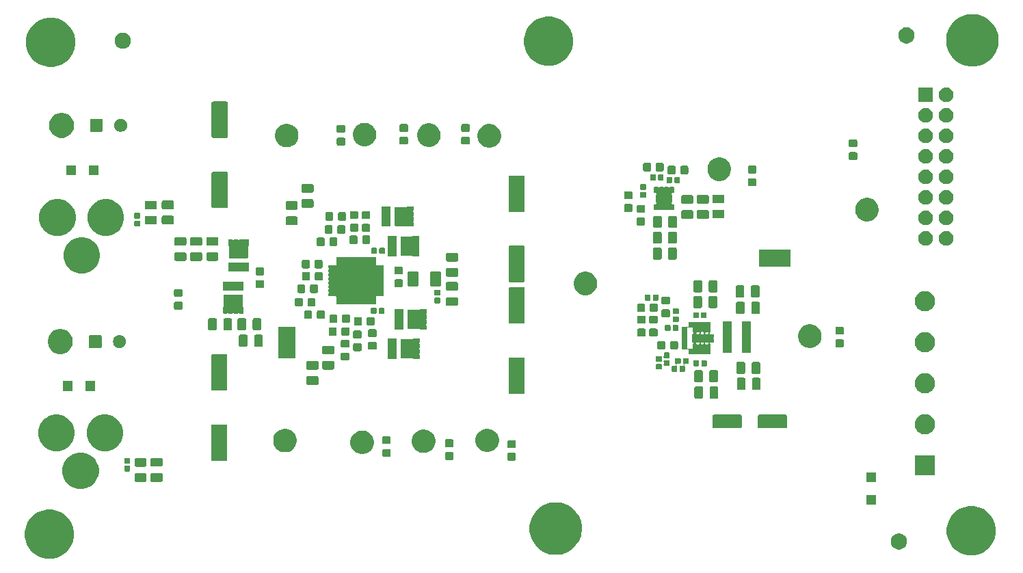
<source format=gbr>
G04 #@! TF.GenerationSoftware,KiCad,Pcbnew,(5.1.5)-3*
G04 #@! TF.CreationDate,2020-07-03T00:09:44-07:00*
G04 #@! TF.ProjectId,Pufferfish-Power-1,50756666-6572-4666-9973-682d506f7765,v0.1*
G04 #@! TF.SameCoordinates,Original*
G04 #@! TF.FileFunction,Soldermask,Top*
G04 #@! TF.FilePolarity,Negative*
%FSLAX46Y46*%
G04 Gerber Fmt 4.6, Leading zero omitted, Abs format (unit mm)*
G04 Created by KiCad (PCBNEW (5.1.5)-3) date 2020-07-03 00:09:44*
%MOMM*%
%LPD*%
G04 APERTURE LIST*
%ADD10C,0.100000*%
G04 APERTURE END LIST*
D10*
G36*
X95581086Y-130238640D02*
G01*
X96136296Y-130468616D01*
X96635972Y-130802489D01*
X97060911Y-131227428D01*
X97394784Y-131727104D01*
X97624760Y-132282314D01*
X97742000Y-132871722D01*
X97742000Y-133472678D01*
X97624760Y-134062086D01*
X97394784Y-134617296D01*
X97060911Y-135116972D01*
X96635972Y-135541911D01*
X96136296Y-135875784D01*
X95581086Y-136105760D01*
X94991678Y-136223000D01*
X94390722Y-136223000D01*
X93801314Y-136105760D01*
X93246104Y-135875784D01*
X92746428Y-135541911D01*
X92321489Y-135116972D01*
X91987616Y-134617296D01*
X91757640Y-134062086D01*
X91640400Y-133472678D01*
X91640400Y-132871722D01*
X91757640Y-132282314D01*
X91987616Y-131727104D01*
X92321489Y-131227428D01*
X92746428Y-130802489D01*
X93246104Y-130468616D01*
X93801314Y-130238640D01*
X94390722Y-130121400D01*
X94991678Y-130121400D01*
X95581086Y-130238640D01*
G37*
G36*
X209728686Y-129806840D02*
G01*
X210283896Y-130036816D01*
X210783572Y-130370689D01*
X211208511Y-130795628D01*
X211542384Y-131295304D01*
X211772360Y-131850514D01*
X211889600Y-132439922D01*
X211889600Y-133040878D01*
X211772360Y-133630286D01*
X211542384Y-134185496D01*
X211208511Y-134685172D01*
X210783572Y-135110111D01*
X210283896Y-135443984D01*
X209728686Y-135673960D01*
X209139278Y-135791200D01*
X208538322Y-135791200D01*
X207948914Y-135673960D01*
X207393704Y-135443984D01*
X206894028Y-135110111D01*
X206469089Y-134685172D01*
X206135216Y-134185496D01*
X205905240Y-133630286D01*
X205788000Y-133040878D01*
X205788000Y-132439922D01*
X205905240Y-131850514D01*
X206135216Y-131295304D01*
X206469089Y-130795628D01*
X206894028Y-130370689D01*
X207393704Y-130036816D01*
X207948914Y-129806840D01*
X208538322Y-129689600D01*
X209139278Y-129689600D01*
X209728686Y-129806840D01*
G37*
G36*
X158012600Y-129272664D02*
G01*
X158326624Y-129335127D01*
X158918231Y-129580178D01*
X159450665Y-129935939D01*
X159903461Y-130388735D01*
X160259222Y-130921169D01*
X160504273Y-131512776D01*
X160511459Y-131548904D01*
X160629200Y-132140824D01*
X160629200Y-132781176D01*
X160577576Y-133040707D01*
X160504273Y-133409224D01*
X160259222Y-134000831D01*
X159903461Y-134533265D01*
X159450665Y-134986061D01*
X158918231Y-135341822D01*
X158326624Y-135586873D01*
X158080984Y-135635734D01*
X157698576Y-135711800D01*
X157058224Y-135711800D01*
X156675816Y-135635734D01*
X156430176Y-135586873D01*
X155838569Y-135341822D01*
X155306135Y-134986061D01*
X154853339Y-134533265D01*
X154497578Y-134000831D01*
X154252527Y-133409224D01*
X154179224Y-133040707D01*
X154127600Y-132781176D01*
X154127600Y-132140824D01*
X154245341Y-131548904D01*
X154252527Y-131512776D01*
X154497578Y-130921169D01*
X154853339Y-130388735D01*
X155306135Y-129935939D01*
X155838569Y-129580178D01*
X156430176Y-129335127D01*
X156744200Y-129272664D01*
X157058224Y-129210200D01*
X157698576Y-129210200D01*
X158012600Y-129272664D01*
G37*
G36*
X200164289Y-133099629D02*
G01*
X200346278Y-133175011D01*
X200510063Y-133284449D01*
X200649351Y-133423737D01*
X200758789Y-133587522D01*
X200834171Y-133769511D01*
X200872600Y-133962709D01*
X200872600Y-134159691D01*
X200834171Y-134352889D01*
X200758789Y-134534878D01*
X200649351Y-134698663D01*
X200510063Y-134837951D01*
X200346278Y-134947389D01*
X200164289Y-135022771D01*
X199971091Y-135061200D01*
X199774109Y-135061200D01*
X199580911Y-135022771D01*
X199398922Y-134947389D01*
X199235137Y-134837951D01*
X199095849Y-134698663D01*
X198986411Y-134534878D01*
X198911029Y-134352889D01*
X198872600Y-134159691D01*
X198872600Y-133962709D01*
X198911029Y-133769511D01*
X198986411Y-133587522D01*
X199095849Y-133423737D01*
X199235137Y-133284449D01*
X199398922Y-133175011D01*
X199580911Y-133099629D01*
X199774109Y-133061200D01*
X199971091Y-133061200D01*
X200164289Y-133099629D01*
G37*
G36*
X197044400Y-129534200D02*
G01*
X195842800Y-129534200D01*
X195842800Y-128332600D01*
X197044400Y-128332600D01*
X197044400Y-129534200D01*
G37*
G36*
X99208593Y-123125474D02*
G01*
X99619996Y-123295882D01*
X99760714Y-123389907D01*
X99990249Y-123543277D01*
X100305123Y-123858151D01*
X100394725Y-123992250D01*
X100552518Y-124228404D01*
X100722926Y-124639807D01*
X100809800Y-125076550D01*
X100809800Y-125521850D01*
X100722926Y-125958593D01*
X100552518Y-126369996D01*
X100459607Y-126509047D01*
X100305123Y-126740249D01*
X99990249Y-127055123D01*
X99805122Y-127178820D01*
X99619996Y-127302518D01*
X99208593Y-127472926D01*
X98771850Y-127559800D01*
X98326550Y-127559800D01*
X97889807Y-127472926D01*
X97478404Y-127302518D01*
X97293278Y-127178821D01*
X97108151Y-127055123D01*
X96793277Y-126740249D01*
X96638793Y-126509047D01*
X96545882Y-126369996D01*
X96375474Y-125958593D01*
X96288600Y-125521850D01*
X96288600Y-125076550D01*
X96375474Y-124639807D01*
X96545882Y-124228404D01*
X96703675Y-123992250D01*
X96793277Y-123858151D01*
X97108151Y-123543277D01*
X97337686Y-123389907D01*
X97478404Y-123295882D01*
X97889807Y-123125474D01*
X98326550Y-123038600D01*
X98771850Y-123038600D01*
X99208593Y-123125474D01*
G37*
G36*
X197044400Y-126734200D02*
G01*
X195842800Y-126734200D01*
X195842800Y-125532600D01*
X197044400Y-125532600D01*
X197044400Y-126734200D01*
G37*
G36*
X106553947Y-125602654D02*
G01*
X106592416Y-125614322D01*
X106627861Y-125633269D01*
X106658932Y-125658768D01*
X106684431Y-125689839D01*
X106703378Y-125725284D01*
X106715046Y-125763753D01*
X106719600Y-125809984D01*
X106719600Y-126462816D01*
X106715046Y-126509047D01*
X106703378Y-126547516D01*
X106684431Y-126582961D01*
X106658932Y-126614032D01*
X106627861Y-126639531D01*
X106592416Y-126658478D01*
X106553947Y-126670146D01*
X106507716Y-126674700D01*
X105429884Y-126674700D01*
X105383653Y-126670146D01*
X105345184Y-126658478D01*
X105309739Y-126639531D01*
X105278668Y-126614032D01*
X105253169Y-126582961D01*
X105234222Y-126547516D01*
X105222554Y-126509047D01*
X105218000Y-126462816D01*
X105218000Y-125809984D01*
X105222554Y-125763753D01*
X105234222Y-125725284D01*
X105253169Y-125689839D01*
X105278668Y-125658768D01*
X105309739Y-125633269D01*
X105345184Y-125614322D01*
X105383653Y-125602654D01*
X105429884Y-125598100D01*
X106507716Y-125598100D01*
X106553947Y-125602654D01*
G37*
G36*
X108535147Y-125598054D02*
G01*
X108573616Y-125609722D01*
X108609061Y-125628669D01*
X108640132Y-125654168D01*
X108665631Y-125685239D01*
X108684578Y-125720684D01*
X108696246Y-125759153D01*
X108700800Y-125805384D01*
X108700800Y-126458216D01*
X108696246Y-126504447D01*
X108684578Y-126542916D01*
X108665631Y-126578361D01*
X108640132Y-126609432D01*
X108609061Y-126634931D01*
X108573616Y-126653878D01*
X108535147Y-126665546D01*
X108488916Y-126670100D01*
X107411084Y-126670100D01*
X107364853Y-126665546D01*
X107326384Y-126653878D01*
X107290939Y-126634931D01*
X107259868Y-126609432D01*
X107234369Y-126578361D01*
X107215422Y-126542916D01*
X107203754Y-126504447D01*
X107199200Y-126458216D01*
X107199200Y-125805384D01*
X107203754Y-125759153D01*
X107215422Y-125720684D01*
X107234369Y-125685239D01*
X107259868Y-125654168D01*
X107290939Y-125628669D01*
X107326384Y-125609722D01*
X107364853Y-125598054D01*
X107411084Y-125593500D01*
X108488916Y-125593500D01*
X108535147Y-125598054D01*
G37*
G36*
X204349200Y-125863200D02*
G01*
X201847600Y-125863200D01*
X201847600Y-123361600D01*
X204349200Y-123361600D01*
X204349200Y-125863200D01*
G37*
G36*
X104600425Y-124703505D02*
G01*
X104620828Y-124709695D01*
X104639639Y-124719749D01*
X104656123Y-124733277D01*
X104669651Y-124749761D01*
X104679705Y-124768572D01*
X104685895Y-124788975D01*
X104688600Y-124816443D01*
X104688600Y-125276757D01*
X104685895Y-125304225D01*
X104679705Y-125324628D01*
X104669651Y-125343439D01*
X104656123Y-125359923D01*
X104639639Y-125373451D01*
X104620828Y-125383505D01*
X104600425Y-125389695D01*
X104572957Y-125392400D01*
X104062643Y-125392400D01*
X104035175Y-125389695D01*
X104014772Y-125383505D01*
X103995961Y-125373451D01*
X103979477Y-125359923D01*
X103965949Y-125343439D01*
X103955895Y-125324628D01*
X103949705Y-125304225D01*
X103947000Y-125276757D01*
X103947000Y-124816443D01*
X103949705Y-124788975D01*
X103955895Y-124768572D01*
X103965949Y-124749761D01*
X103979477Y-124733277D01*
X103995961Y-124719749D01*
X104014772Y-124709695D01*
X104035175Y-124703505D01*
X104062643Y-124700800D01*
X104572957Y-124700800D01*
X104600425Y-124703505D01*
G37*
G36*
X106553947Y-123727654D02*
G01*
X106592416Y-123739322D01*
X106627861Y-123758269D01*
X106658932Y-123783768D01*
X106684431Y-123814839D01*
X106703378Y-123850284D01*
X106715046Y-123888753D01*
X106719600Y-123934984D01*
X106719600Y-124587816D01*
X106715046Y-124634047D01*
X106703378Y-124672516D01*
X106684431Y-124707961D01*
X106658932Y-124739032D01*
X106627861Y-124764531D01*
X106592416Y-124783478D01*
X106553947Y-124795146D01*
X106507716Y-124799700D01*
X105429884Y-124799700D01*
X105383653Y-124795146D01*
X105345184Y-124783478D01*
X105309739Y-124764531D01*
X105278668Y-124739032D01*
X105253169Y-124707961D01*
X105234222Y-124672516D01*
X105222554Y-124634047D01*
X105218000Y-124587816D01*
X105218000Y-123934984D01*
X105222554Y-123888753D01*
X105234222Y-123850284D01*
X105253169Y-123814839D01*
X105278668Y-123783768D01*
X105309739Y-123758269D01*
X105345184Y-123739322D01*
X105383653Y-123727654D01*
X105429884Y-123723100D01*
X106507716Y-123723100D01*
X106553947Y-123727654D01*
G37*
G36*
X108535147Y-123723054D02*
G01*
X108573616Y-123734722D01*
X108609061Y-123753669D01*
X108640132Y-123779168D01*
X108665631Y-123810239D01*
X108684578Y-123845684D01*
X108696246Y-123884153D01*
X108700800Y-123930384D01*
X108700800Y-124583216D01*
X108696246Y-124629447D01*
X108684578Y-124667916D01*
X108665631Y-124703361D01*
X108640132Y-124734432D01*
X108609061Y-124759931D01*
X108573616Y-124778878D01*
X108535147Y-124790546D01*
X108488916Y-124795100D01*
X107411084Y-124795100D01*
X107364853Y-124790546D01*
X107326384Y-124778878D01*
X107290939Y-124759931D01*
X107259868Y-124734432D01*
X107234369Y-124703361D01*
X107215422Y-124667916D01*
X107203754Y-124629447D01*
X107199200Y-124583216D01*
X107199200Y-123930384D01*
X107203754Y-123884153D01*
X107215422Y-123845684D01*
X107234369Y-123810239D01*
X107259868Y-123779168D01*
X107290939Y-123753669D01*
X107326384Y-123734722D01*
X107364853Y-123723054D01*
X107411084Y-123718500D01*
X108488916Y-123718500D01*
X108535147Y-123723054D01*
G37*
G36*
X104600425Y-123733505D02*
G01*
X104620828Y-123739695D01*
X104639639Y-123749749D01*
X104656123Y-123763277D01*
X104669651Y-123779761D01*
X104679705Y-123798572D01*
X104685895Y-123818975D01*
X104688600Y-123846443D01*
X104688600Y-124306757D01*
X104685895Y-124334225D01*
X104679705Y-124354628D01*
X104669651Y-124373439D01*
X104656123Y-124389923D01*
X104639639Y-124403451D01*
X104620828Y-124413505D01*
X104600425Y-124419695D01*
X104572957Y-124422400D01*
X104062643Y-124422400D01*
X104035175Y-124419695D01*
X104014772Y-124413505D01*
X103995961Y-124403451D01*
X103979477Y-124389923D01*
X103965949Y-124373439D01*
X103955895Y-124354628D01*
X103949705Y-124334225D01*
X103947000Y-124306757D01*
X103947000Y-123846443D01*
X103949705Y-123818975D01*
X103955895Y-123798572D01*
X103965949Y-123779761D01*
X103979477Y-123763277D01*
X103995961Y-123749749D01*
X104014772Y-123739695D01*
X104035175Y-123733505D01*
X104062643Y-123730800D01*
X104572957Y-123730800D01*
X104600425Y-123733505D01*
G37*
G36*
X116586415Y-119578065D02*
G01*
X116618151Y-119587692D01*
X116647396Y-119603324D01*
X116673035Y-119624365D01*
X116694076Y-119650004D01*
X116709708Y-119679249D01*
X116719335Y-119710985D01*
X116723200Y-119750226D01*
X116723200Y-123899774D01*
X116719335Y-123939015D01*
X116709708Y-123970751D01*
X116694076Y-123999996D01*
X116673035Y-124025635D01*
X116647396Y-124046676D01*
X116618151Y-124062308D01*
X116586415Y-124071935D01*
X116547174Y-124075800D01*
X114897626Y-124075800D01*
X114858385Y-124071935D01*
X114826649Y-124062308D01*
X114797404Y-124046676D01*
X114771765Y-124025635D01*
X114750724Y-123999996D01*
X114735092Y-123970751D01*
X114725465Y-123939015D01*
X114721600Y-123899774D01*
X114721600Y-119750226D01*
X114725465Y-119710985D01*
X114735092Y-119679249D01*
X114750724Y-119650004D01*
X114771765Y-119624365D01*
X114797404Y-119603324D01*
X114826649Y-119587692D01*
X114858385Y-119578065D01*
X114897626Y-119574200D01*
X116547174Y-119574200D01*
X116586415Y-119578065D01*
G37*
G36*
X152297677Y-123086874D02*
G01*
X152331445Y-123097118D01*
X152362572Y-123113755D01*
X152389855Y-123136145D01*
X152412245Y-123163428D01*
X152428882Y-123194555D01*
X152439126Y-123228323D01*
X152443200Y-123269693D01*
X152443200Y-123872507D01*
X152439126Y-123913877D01*
X152428882Y-123947645D01*
X152412245Y-123978772D01*
X152389855Y-124006055D01*
X152362572Y-124028445D01*
X152331445Y-124045082D01*
X152297677Y-124055326D01*
X152256307Y-124059400D01*
X151578493Y-124059400D01*
X151537123Y-124055326D01*
X151503355Y-124045082D01*
X151472228Y-124028445D01*
X151444945Y-124006055D01*
X151422555Y-123978772D01*
X151405918Y-123947645D01*
X151395674Y-123913877D01*
X151391600Y-123872507D01*
X151391600Y-123269693D01*
X151395674Y-123228323D01*
X151405918Y-123194555D01*
X151422555Y-123163428D01*
X151444945Y-123136145D01*
X151472228Y-123113755D01*
X151503355Y-123097118D01*
X151537123Y-123086874D01*
X151578493Y-123082800D01*
X152256307Y-123082800D01*
X152297677Y-123086874D01*
G37*
G36*
X144576077Y-122985274D02*
G01*
X144609845Y-122995518D01*
X144640972Y-123012155D01*
X144668255Y-123034545D01*
X144690645Y-123061828D01*
X144707282Y-123092955D01*
X144717526Y-123126723D01*
X144721600Y-123168093D01*
X144721600Y-123770907D01*
X144717526Y-123812277D01*
X144707282Y-123846045D01*
X144690645Y-123877172D01*
X144668255Y-123904455D01*
X144640972Y-123926845D01*
X144609845Y-123943482D01*
X144576077Y-123953726D01*
X144534707Y-123957800D01*
X143856893Y-123957800D01*
X143815523Y-123953726D01*
X143781755Y-123943482D01*
X143750628Y-123926845D01*
X143723345Y-123904455D01*
X143700955Y-123877172D01*
X143684318Y-123846045D01*
X143674074Y-123812277D01*
X143670000Y-123770907D01*
X143670000Y-123168093D01*
X143674074Y-123126723D01*
X143684318Y-123092955D01*
X143700955Y-123061828D01*
X143723345Y-123034545D01*
X143750628Y-123012155D01*
X143781755Y-122995518D01*
X143815523Y-122985274D01*
X143856893Y-122981200D01*
X144534707Y-122981200D01*
X144576077Y-122985274D01*
G37*
G36*
X136803677Y-122604274D02*
G01*
X136837445Y-122614518D01*
X136868572Y-122631155D01*
X136895855Y-122653545D01*
X136918245Y-122680828D01*
X136934882Y-122711955D01*
X136945126Y-122745723D01*
X136949200Y-122787093D01*
X136949200Y-123389907D01*
X136945126Y-123431277D01*
X136934882Y-123465045D01*
X136918245Y-123496172D01*
X136895855Y-123523455D01*
X136868572Y-123545845D01*
X136837445Y-123562482D01*
X136803677Y-123572726D01*
X136762307Y-123576800D01*
X136084493Y-123576800D01*
X136043123Y-123572726D01*
X136009355Y-123562482D01*
X135978228Y-123545845D01*
X135950945Y-123523455D01*
X135928555Y-123496172D01*
X135911918Y-123465045D01*
X135901674Y-123431277D01*
X135897600Y-123389907D01*
X135897600Y-122787093D01*
X135901674Y-122745723D01*
X135911918Y-122711955D01*
X135928555Y-122680828D01*
X135950945Y-122653545D01*
X135978228Y-122631155D01*
X136009355Y-122614518D01*
X136043123Y-122604274D01*
X136084493Y-122600200D01*
X136762307Y-122600200D01*
X136803677Y-122604274D01*
G37*
G36*
X133833583Y-120386953D02*
G01*
X134097612Y-120496318D01*
X134335231Y-120655090D01*
X134537310Y-120857169D01*
X134696082Y-121094788D01*
X134805447Y-121358817D01*
X134861200Y-121639109D01*
X134861200Y-121924891D01*
X134805447Y-122205183D01*
X134696082Y-122469212D01*
X134537310Y-122706831D01*
X134335231Y-122908910D01*
X134097612Y-123067682D01*
X133833583Y-123177047D01*
X133553291Y-123232800D01*
X133267509Y-123232800D01*
X132987217Y-123177047D01*
X132723188Y-123067682D01*
X132485569Y-122908910D01*
X132283490Y-122706831D01*
X132124718Y-122469212D01*
X132015353Y-122205183D01*
X131959600Y-121924891D01*
X131959600Y-121639109D01*
X132015353Y-121358817D01*
X132124718Y-121094788D01*
X132283490Y-120857169D01*
X132485569Y-120655090D01*
X132723188Y-120496318D01*
X132987217Y-120386953D01*
X133267509Y-120331200D01*
X133553291Y-120331200D01*
X133833583Y-120386953D01*
G37*
G36*
X141443983Y-120245553D02*
G01*
X141708012Y-120354918D01*
X141945631Y-120513690D01*
X142147710Y-120715769D01*
X142306482Y-120953388D01*
X142415847Y-121217417D01*
X142471600Y-121497709D01*
X142471600Y-121783491D01*
X142415847Y-122063783D01*
X142306482Y-122327812D01*
X142147710Y-122565431D01*
X141945631Y-122767510D01*
X141708012Y-122926282D01*
X141443983Y-123035647D01*
X141163691Y-123091400D01*
X140877909Y-123091400D01*
X140597617Y-123035647D01*
X140333588Y-122926282D01*
X140095969Y-122767510D01*
X139893890Y-122565431D01*
X139735118Y-122327812D01*
X139625753Y-122063783D01*
X139570000Y-121783491D01*
X139570000Y-121497709D01*
X139625753Y-121217417D01*
X139735118Y-120953388D01*
X139893890Y-120715769D01*
X140095969Y-120513690D01*
X140333588Y-120354918D01*
X140597617Y-120245553D01*
X140877909Y-120189800D01*
X141163691Y-120189800D01*
X141443983Y-120245553D01*
G37*
G36*
X124273583Y-120169353D02*
G01*
X124537612Y-120278718D01*
X124775231Y-120437490D01*
X124977310Y-120639569D01*
X125136082Y-120877188D01*
X125245447Y-121141217D01*
X125301200Y-121421509D01*
X125301200Y-121707291D01*
X125245447Y-121987583D01*
X125136082Y-122251612D01*
X124977310Y-122489231D01*
X124775231Y-122691310D01*
X124537612Y-122850082D01*
X124273583Y-122959447D01*
X123993291Y-123015200D01*
X123707509Y-123015200D01*
X123427217Y-122959447D01*
X123163188Y-122850082D01*
X122925569Y-122691310D01*
X122723490Y-122489231D01*
X122564718Y-122251612D01*
X122455353Y-121987583D01*
X122399600Y-121707291D01*
X122399600Y-121421509D01*
X122455353Y-121141217D01*
X122564718Y-120877188D01*
X122723490Y-120639569D01*
X122925569Y-120437490D01*
X123163188Y-120278718D01*
X123427217Y-120169353D01*
X123707509Y-120113600D01*
X123993291Y-120113600D01*
X124273583Y-120169353D01*
G37*
G36*
X149317983Y-120143953D02*
G01*
X149582012Y-120253318D01*
X149819631Y-120412090D01*
X150021710Y-120614169D01*
X150180482Y-120851788D01*
X150289847Y-121115817D01*
X150345600Y-121396109D01*
X150345600Y-121681891D01*
X150289847Y-121962183D01*
X150180482Y-122226212D01*
X150021710Y-122463831D01*
X149819631Y-122665910D01*
X149582012Y-122824682D01*
X149317983Y-122934047D01*
X149037691Y-122989800D01*
X148751909Y-122989800D01*
X148471617Y-122934047D01*
X148207588Y-122824682D01*
X147969969Y-122665910D01*
X147767890Y-122463831D01*
X147609118Y-122226212D01*
X147499753Y-121962183D01*
X147444000Y-121681891D01*
X147444000Y-121396109D01*
X147499753Y-121115817D01*
X147609118Y-120851788D01*
X147767890Y-120614169D01*
X147969969Y-120412090D01*
X148207588Y-120253318D01*
X148471617Y-120143953D01*
X148751909Y-120088200D01*
X149037691Y-120088200D01*
X149317983Y-120143953D01*
G37*
G36*
X96208593Y-118425474D02*
G01*
X96619996Y-118595882D01*
X96805122Y-118719580D01*
X96990249Y-118843277D01*
X97305123Y-119158151D01*
X97428821Y-119343278D01*
X97552518Y-119528404D01*
X97722926Y-119939807D01*
X97809800Y-120376550D01*
X97809800Y-120821850D01*
X97722926Y-121258593D01*
X97552518Y-121669996D01*
X97529584Y-121704319D01*
X97305123Y-122040249D01*
X96990249Y-122355123D01*
X96843099Y-122453445D01*
X96619996Y-122602518D01*
X96208593Y-122772926D01*
X95771850Y-122859800D01*
X95326550Y-122859800D01*
X94889807Y-122772926D01*
X94478404Y-122602518D01*
X94255301Y-122453445D01*
X94108151Y-122355123D01*
X93793277Y-122040249D01*
X93568816Y-121704319D01*
X93545882Y-121669996D01*
X93375474Y-121258593D01*
X93288600Y-120821850D01*
X93288600Y-120376550D01*
X93375474Y-119939807D01*
X93545882Y-119528404D01*
X93669579Y-119343278D01*
X93793277Y-119158151D01*
X94108151Y-118843277D01*
X94293278Y-118719579D01*
X94478404Y-118595882D01*
X94889807Y-118425474D01*
X95326550Y-118338600D01*
X95771850Y-118338600D01*
X96208593Y-118425474D01*
G37*
G36*
X102208593Y-118425474D02*
G01*
X102619996Y-118595882D01*
X102805122Y-118719580D01*
X102990249Y-118843277D01*
X103305123Y-119158151D01*
X103428821Y-119343278D01*
X103552518Y-119528404D01*
X103722926Y-119939807D01*
X103809800Y-120376550D01*
X103809800Y-120821850D01*
X103722926Y-121258593D01*
X103552518Y-121669996D01*
X103529584Y-121704319D01*
X103305123Y-122040249D01*
X102990249Y-122355123D01*
X102843099Y-122453445D01*
X102619996Y-122602518D01*
X102208593Y-122772926D01*
X101771850Y-122859800D01*
X101326550Y-122859800D01*
X100889807Y-122772926D01*
X100478404Y-122602518D01*
X100255301Y-122453445D01*
X100108151Y-122355123D01*
X99793277Y-122040249D01*
X99568816Y-121704319D01*
X99545882Y-121669996D01*
X99375474Y-121258593D01*
X99288600Y-120821850D01*
X99288600Y-120376550D01*
X99375474Y-119939807D01*
X99545882Y-119528404D01*
X99669579Y-119343278D01*
X99793277Y-119158151D01*
X100108151Y-118843277D01*
X100293278Y-118719579D01*
X100478404Y-118595882D01*
X100889807Y-118425474D01*
X101326550Y-118338600D01*
X101771850Y-118338600D01*
X102208593Y-118425474D01*
G37*
G36*
X152297677Y-121511874D02*
G01*
X152331445Y-121522118D01*
X152362572Y-121538755D01*
X152389855Y-121561145D01*
X152412245Y-121588428D01*
X152428882Y-121619555D01*
X152439126Y-121653323D01*
X152443200Y-121694693D01*
X152443200Y-122297507D01*
X152439126Y-122338877D01*
X152428882Y-122372645D01*
X152412245Y-122403772D01*
X152389855Y-122431055D01*
X152362572Y-122453445D01*
X152331445Y-122470082D01*
X152297677Y-122480326D01*
X152256307Y-122484400D01*
X151578493Y-122484400D01*
X151537123Y-122480326D01*
X151503355Y-122470082D01*
X151472228Y-122453445D01*
X151444945Y-122431055D01*
X151422555Y-122403772D01*
X151405918Y-122372645D01*
X151395674Y-122338877D01*
X151391600Y-122297507D01*
X151391600Y-121694693D01*
X151395674Y-121653323D01*
X151405918Y-121619555D01*
X151422555Y-121588428D01*
X151444945Y-121561145D01*
X151472228Y-121538755D01*
X151503355Y-121522118D01*
X151537123Y-121511874D01*
X151578493Y-121507800D01*
X152256307Y-121507800D01*
X152297677Y-121511874D01*
G37*
G36*
X144576077Y-121410274D02*
G01*
X144609845Y-121420518D01*
X144640972Y-121437155D01*
X144668255Y-121459545D01*
X144690645Y-121486828D01*
X144707282Y-121517955D01*
X144717526Y-121551723D01*
X144721600Y-121593093D01*
X144721600Y-122195907D01*
X144717526Y-122237277D01*
X144707282Y-122271045D01*
X144690645Y-122302172D01*
X144668255Y-122329455D01*
X144640972Y-122351845D01*
X144609845Y-122368482D01*
X144576077Y-122378726D01*
X144534707Y-122382800D01*
X143856893Y-122382800D01*
X143815523Y-122378726D01*
X143781755Y-122368482D01*
X143750628Y-122351845D01*
X143723345Y-122329455D01*
X143700955Y-122302172D01*
X143684318Y-122271045D01*
X143674074Y-122237277D01*
X143670000Y-122195907D01*
X143670000Y-121593093D01*
X143674074Y-121551723D01*
X143684318Y-121517955D01*
X143700955Y-121486828D01*
X143723345Y-121459545D01*
X143750628Y-121437155D01*
X143781755Y-121420518D01*
X143815523Y-121410274D01*
X143856893Y-121406200D01*
X144534707Y-121406200D01*
X144576077Y-121410274D01*
G37*
G36*
X136803677Y-121029274D02*
G01*
X136837445Y-121039518D01*
X136868572Y-121056155D01*
X136895855Y-121078545D01*
X136918245Y-121105828D01*
X136934882Y-121136955D01*
X136945126Y-121170723D01*
X136949200Y-121212093D01*
X136949200Y-121814907D01*
X136945126Y-121856277D01*
X136934882Y-121890045D01*
X136918245Y-121921172D01*
X136895855Y-121948455D01*
X136868572Y-121970845D01*
X136837445Y-121987482D01*
X136803677Y-121997726D01*
X136762307Y-122001800D01*
X136084493Y-122001800D01*
X136043123Y-121997726D01*
X136009355Y-121987482D01*
X135978228Y-121970845D01*
X135950945Y-121948455D01*
X135928555Y-121921172D01*
X135911918Y-121890045D01*
X135901674Y-121856277D01*
X135897600Y-121814907D01*
X135897600Y-121212093D01*
X135901674Y-121170723D01*
X135911918Y-121136955D01*
X135928555Y-121105828D01*
X135950945Y-121078545D01*
X135978228Y-121056155D01*
X136009355Y-121039518D01*
X136043123Y-121029274D01*
X136084493Y-121025200D01*
X136762307Y-121025200D01*
X136803677Y-121029274D01*
G37*
G36*
X203342419Y-118305634D02*
G01*
X203463246Y-118329668D01*
X203690876Y-118423955D01*
X203895739Y-118560840D01*
X204069960Y-118735061D01*
X204206845Y-118939924D01*
X204297238Y-119158152D01*
X204301132Y-119167555D01*
X204349200Y-119409207D01*
X204349200Y-119655593D01*
X204330376Y-119750226D01*
X204301132Y-119897246D01*
X204206845Y-120124876D01*
X204069960Y-120329739D01*
X203895739Y-120503960D01*
X203690876Y-120640845D01*
X203463246Y-120735132D01*
X203342419Y-120759166D01*
X203221593Y-120783200D01*
X202975207Y-120783200D01*
X202854381Y-120759166D01*
X202733554Y-120735132D01*
X202505924Y-120640845D01*
X202301061Y-120503960D01*
X202126840Y-120329739D01*
X201989955Y-120124876D01*
X201895668Y-119897246D01*
X201866424Y-119750226D01*
X201847600Y-119655593D01*
X201847600Y-119409207D01*
X201895668Y-119167555D01*
X201899563Y-119158152D01*
X201989955Y-118939924D01*
X202126840Y-118735061D01*
X202301061Y-118560840D01*
X202505924Y-118423955D01*
X202733554Y-118329668D01*
X202854381Y-118305634D01*
X202975207Y-118281600D01*
X203221593Y-118281600D01*
X203342419Y-118305634D01*
G37*
G36*
X185863756Y-118355434D02*
G01*
X185897133Y-118365560D01*
X185927901Y-118382005D01*
X185954866Y-118404134D01*
X185976995Y-118431099D01*
X185993440Y-118461867D01*
X186003566Y-118495244D01*
X186007600Y-118536207D01*
X186007600Y-119868193D01*
X186003566Y-119909156D01*
X185993440Y-119942533D01*
X185976995Y-119973301D01*
X185954866Y-120000266D01*
X185927901Y-120022395D01*
X185897133Y-120038840D01*
X185863756Y-120048966D01*
X185822793Y-120053000D01*
X182590807Y-120053000D01*
X182549844Y-120048966D01*
X182516467Y-120038840D01*
X182485699Y-120022395D01*
X182458734Y-120000266D01*
X182436605Y-119973301D01*
X182420160Y-119942533D01*
X182410034Y-119909156D01*
X182406000Y-119868193D01*
X182406000Y-118536207D01*
X182410034Y-118495244D01*
X182420160Y-118461867D01*
X182436605Y-118431099D01*
X182458734Y-118404134D01*
X182485699Y-118382005D01*
X182516467Y-118365560D01*
X182549844Y-118355434D01*
X182590807Y-118351400D01*
X185822793Y-118351400D01*
X185863756Y-118355434D01*
G37*
G36*
X180263756Y-118355434D02*
G01*
X180297133Y-118365560D01*
X180327901Y-118382005D01*
X180354866Y-118404134D01*
X180376995Y-118431099D01*
X180393440Y-118461867D01*
X180403566Y-118495244D01*
X180407600Y-118536207D01*
X180407600Y-119868193D01*
X180403566Y-119909156D01*
X180393440Y-119942533D01*
X180376995Y-119973301D01*
X180354866Y-120000266D01*
X180327901Y-120022395D01*
X180297133Y-120038840D01*
X180263756Y-120048966D01*
X180222793Y-120053000D01*
X176990807Y-120053000D01*
X176949844Y-120048966D01*
X176916467Y-120038840D01*
X176885699Y-120022395D01*
X176858734Y-120000266D01*
X176836605Y-119973301D01*
X176820160Y-119942533D01*
X176810034Y-119909156D01*
X176806000Y-119868193D01*
X176806000Y-118536207D01*
X176810034Y-118495244D01*
X176820160Y-118461867D01*
X176836605Y-118431099D01*
X176858734Y-118404134D01*
X176885699Y-118382005D01*
X176916467Y-118365560D01*
X176949844Y-118355434D01*
X176990807Y-118351400D01*
X180222793Y-118351400D01*
X180263756Y-118355434D01*
G37*
G36*
X177329847Y-114874554D02*
G01*
X177368316Y-114886222D01*
X177403761Y-114905169D01*
X177434832Y-114930668D01*
X177460331Y-114961739D01*
X177479278Y-114997184D01*
X177490946Y-115035653D01*
X177495500Y-115081884D01*
X177495500Y-116159716D01*
X177490946Y-116205947D01*
X177479278Y-116244416D01*
X177460331Y-116279861D01*
X177434832Y-116310932D01*
X177403761Y-116336431D01*
X177368316Y-116355378D01*
X177329847Y-116367046D01*
X177283616Y-116371600D01*
X176630784Y-116371600D01*
X176584553Y-116367046D01*
X176546084Y-116355378D01*
X176510639Y-116336431D01*
X176479568Y-116310932D01*
X176454069Y-116279861D01*
X176435122Y-116244416D01*
X176423454Y-116205947D01*
X176418900Y-116159716D01*
X176418900Y-115081884D01*
X176423454Y-115035653D01*
X176435122Y-114997184D01*
X176454069Y-114961739D01*
X176479568Y-114930668D01*
X176510639Y-114905169D01*
X176546084Y-114886222D01*
X176584553Y-114874554D01*
X176630784Y-114870000D01*
X177283616Y-114870000D01*
X177329847Y-114874554D01*
G37*
G36*
X175454847Y-114874554D02*
G01*
X175493316Y-114886222D01*
X175528761Y-114905169D01*
X175559832Y-114930668D01*
X175585331Y-114961739D01*
X175604278Y-114997184D01*
X175615946Y-115035653D01*
X175620500Y-115081884D01*
X175620500Y-116159716D01*
X175615946Y-116205947D01*
X175604278Y-116244416D01*
X175585331Y-116279861D01*
X175559832Y-116310932D01*
X175528761Y-116336431D01*
X175493316Y-116355378D01*
X175454847Y-116367046D01*
X175408616Y-116371600D01*
X174755784Y-116371600D01*
X174709553Y-116367046D01*
X174671084Y-116355378D01*
X174635639Y-116336431D01*
X174604568Y-116310932D01*
X174579069Y-116279861D01*
X174560122Y-116244416D01*
X174548454Y-116205947D01*
X174543900Y-116159716D01*
X174543900Y-115081884D01*
X174548454Y-115035653D01*
X174560122Y-114997184D01*
X174579069Y-114961739D01*
X174604568Y-114930668D01*
X174635639Y-114905169D01*
X174671084Y-114886222D01*
X174709553Y-114874554D01*
X174755784Y-114870000D01*
X175408616Y-114870000D01*
X175454847Y-114874554D01*
G37*
G36*
X153416415Y-111278865D02*
G01*
X153448151Y-111288492D01*
X153477396Y-111304124D01*
X153503035Y-111325165D01*
X153524076Y-111350804D01*
X153539708Y-111380049D01*
X153549335Y-111411785D01*
X153553200Y-111451026D01*
X153553200Y-115600574D01*
X153549335Y-115639815D01*
X153539708Y-115671551D01*
X153524076Y-115700796D01*
X153503035Y-115726435D01*
X153477396Y-115747476D01*
X153448151Y-115763108D01*
X153416415Y-115772735D01*
X153377174Y-115776600D01*
X151727626Y-115776600D01*
X151688385Y-115772735D01*
X151656649Y-115763108D01*
X151627404Y-115747476D01*
X151601765Y-115726435D01*
X151580724Y-115700796D01*
X151565092Y-115671551D01*
X151555465Y-115639815D01*
X151551600Y-115600574D01*
X151551600Y-111451026D01*
X151555465Y-111411785D01*
X151565092Y-111380049D01*
X151580724Y-111350804D01*
X151601765Y-111325165D01*
X151627404Y-111304124D01*
X151656649Y-111288492D01*
X151688385Y-111278865D01*
X151727626Y-111275000D01*
X153377174Y-111275000D01*
X153416415Y-111278865D01*
G37*
G36*
X203342419Y-113225634D02*
G01*
X203463246Y-113249668D01*
X203690876Y-113343955D01*
X203895739Y-113480840D01*
X204069960Y-113655061D01*
X204206845Y-113859924D01*
X204262564Y-113994441D01*
X204301132Y-114087555D01*
X204348041Y-114323378D01*
X204349200Y-114329208D01*
X204349200Y-114575592D01*
X204301132Y-114817246D01*
X204206845Y-115044876D01*
X204069960Y-115249739D01*
X203895739Y-115423960D01*
X203690876Y-115560845D01*
X203463246Y-115655132D01*
X203380702Y-115671551D01*
X203221593Y-115703200D01*
X202975207Y-115703200D01*
X202816098Y-115671551D01*
X202733554Y-115655132D01*
X202505924Y-115560845D01*
X202301061Y-115423960D01*
X202126840Y-115249739D01*
X201989955Y-115044876D01*
X201895668Y-114817246D01*
X201847600Y-114575592D01*
X201847600Y-114329208D01*
X201848760Y-114323378D01*
X201895668Y-114087555D01*
X201934237Y-113994441D01*
X201989955Y-113859924D01*
X202126840Y-113655061D01*
X202301061Y-113480840D01*
X202505924Y-113343955D01*
X202733554Y-113249668D01*
X202854381Y-113225634D01*
X202975207Y-113201600D01*
X203221593Y-113201600D01*
X203342419Y-113225634D01*
G37*
G36*
X97575000Y-115408800D02*
G01*
X96373400Y-115408800D01*
X96373400Y-114207200D01*
X97575000Y-114207200D01*
X97575000Y-115408800D01*
G37*
G36*
X100375000Y-115408800D02*
G01*
X99173400Y-115408800D01*
X99173400Y-114207200D01*
X100375000Y-114207200D01*
X100375000Y-115408800D01*
G37*
G36*
X116586415Y-110878065D02*
G01*
X116618151Y-110887692D01*
X116647396Y-110903324D01*
X116673035Y-110924365D01*
X116694076Y-110950004D01*
X116709708Y-110979249D01*
X116719335Y-111010985D01*
X116723200Y-111050226D01*
X116723200Y-115199774D01*
X116719335Y-115239015D01*
X116709708Y-115270751D01*
X116694076Y-115299996D01*
X116673035Y-115325635D01*
X116647396Y-115346676D01*
X116618151Y-115362308D01*
X116586415Y-115371935D01*
X116547174Y-115375800D01*
X114897626Y-115375800D01*
X114858385Y-115371935D01*
X114826649Y-115362308D01*
X114797404Y-115346676D01*
X114771765Y-115325635D01*
X114750724Y-115299996D01*
X114735092Y-115270751D01*
X114725465Y-115239015D01*
X114721600Y-115199774D01*
X114721600Y-111050226D01*
X114725465Y-111010985D01*
X114735092Y-110979249D01*
X114750724Y-110950004D01*
X114771765Y-110924365D01*
X114797404Y-110903324D01*
X114826649Y-110887692D01*
X114858385Y-110878065D01*
X114897626Y-110874200D01*
X116547174Y-110874200D01*
X116586415Y-110878065D01*
G37*
G36*
X182589947Y-113782354D02*
G01*
X182628416Y-113794022D01*
X182663861Y-113812969D01*
X182694932Y-113838468D01*
X182720431Y-113869539D01*
X182739378Y-113904984D01*
X182751046Y-113943453D01*
X182755600Y-113989684D01*
X182755600Y-115067516D01*
X182751046Y-115113747D01*
X182739378Y-115152216D01*
X182720431Y-115187661D01*
X182694932Y-115218732D01*
X182663861Y-115244231D01*
X182628416Y-115263178D01*
X182589947Y-115274846D01*
X182543716Y-115279400D01*
X181890884Y-115279400D01*
X181844653Y-115274846D01*
X181806184Y-115263178D01*
X181770739Y-115244231D01*
X181739668Y-115218732D01*
X181714169Y-115187661D01*
X181695222Y-115152216D01*
X181683554Y-115113747D01*
X181679000Y-115067516D01*
X181679000Y-113989684D01*
X181683554Y-113943453D01*
X181695222Y-113904984D01*
X181714169Y-113869539D01*
X181739668Y-113838468D01*
X181770739Y-113812969D01*
X181806184Y-113794022D01*
X181844653Y-113782354D01*
X181890884Y-113777800D01*
X182543716Y-113777800D01*
X182589947Y-113782354D01*
G37*
G36*
X180714947Y-113782354D02*
G01*
X180753416Y-113794022D01*
X180788861Y-113812969D01*
X180819932Y-113838468D01*
X180845431Y-113869539D01*
X180864378Y-113904984D01*
X180876046Y-113943453D01*
X180880600Y-113989684D01*
X180880600Y-115067516D01*
X180876046Y-115113747D01*
X180864378Y-115152216D01*
X180845431Y-115187661D01*
X180819932Y-115218732D01*
X180788861Y-115244231D01*
X180753416Y-115263178D01*
X180714947Y-115274846D01*
X180668716Y-115279400D01*
X180015884Y-115279400D01*
X179969653Y-115274846D01*
X179931184Y-115263178D01*
X179895739Y-115244231D01*
X179864668Y-115218732D01*
X179839169Y-115187661D01*
X179820222Y-115152216D01*
X179808554Y-115113747D01*
X179804000Y-115067516D01*
X179804000Y-113989684D01*
X179808554Y-113943453D01*
X179820222Y-113904984D01*
X179839169Y-113869539D01*
X179864668Y-113838468D01*
X179895739Y-113812969D01*
X179931184Y-113794022D01*
X179969653Y-113782354D01*
X180015884Y-113777800D01*
X180668716Y-113777800D01*
X180714947Y-113782354D01*
G37*
G36*
X127839147Y-113586154D02*
G01*
X127877616Y-113597822D01*
X127913061Y-113616769D01*
X127944132Y-113642268D01*
X127969631Y-113673339D01*
X127988578Y-113708784D01*
X128000246Y-113747253D01*
X128004800Y-113793484D01*
X128004800Y-114446316D01*
X128000246Y-114492547D01*
X127988578Y-114531016D01*
X127969631Y-114566461D01*
X127944132Y-114597532D01*
X127913061Y-114623031D01*
X127877616Y-114641978D01*
X127839147Y-114653646D01*
X127792916Y-114658200D01*
X126715084Y-114658200D01*
X126668853Y-114653646D01*
X126630384Y-114641978D01*
X126594939Y-114623031D01*
X126563868Y-114597532D01*
X126538369Y-114566461D01*
X126519422Y-114531016D01*
X126507754Y-114492547D01*
X126503200Y-114446316D01*
X126503200Y-113793484D01*
X126507754Y-113747253D01*
X126519422Y-113708784D01*
X126538369Y-113673339D01*
X126563868Y-113642268D01*
X126594939Y-113616769D01*
X126630384Y-113597822D01*
X126668853Y-113586154D01*
X126715084Y-113581600D01*
X127792916Y-113581600D01*
X127839147Y-113586154D01*
G37*
G36*
X175429447Y-112842554D02*
G01*
X175467916Y-112854222D01*
X175503361Y-112873169D01*
X175534432Y-112898668D01*
X175559931Y-112929739D01*
X175578878Y-112965184D01*
X175590546Y-113003653D01*
X175595100Y-113049884D01*
X175595100Y-114127716D01*
X175590546Y-114173947D01*
X175578878Y-114212416D01*
X175559931Y-114247861D01*
X175534432Y-114278932D01*
X175503361Y-114304431D01*
X175467916Y-114323378D01*
X175429447Y-114335046D01*
X175383216Y-114339600D01*
X174730384Y-114339600D01*
X174684153Y-114335046D01*
X174645684Y-114323378D01*
X174610239Y-114304431D01*
X174579168Y-114278932D01*
X174553669Y-114247861D01*
X174534722Y-114212416D01*
X174523054Y-114173947D01*
X174518500Y-114127716D01*
X174518500Y-113049884D01*
X174523054Y-113003653D01*
X174534722Y-112965184D01*
X174553669Y-112929739D01*
X174579168Y-112898668D01*
X174610239Y-112873169D01*
X174645684Y-112854222D01*
X174684153Y-112842554D01*
X174730384Y-112838000D01*
X175383216Y-112838000D01*
X175429447Y-112842554D01*
G37*
G36*
X177304447Y-112842554D02*
G01*
X177342916Y-112854222D01*
X177378361Y-112873169D01*
X177409432Y-112898668D01*
X177434931Y-112929739D01*
X177453878Y-112965184D01*
X177465546Y-113003653D01*
X177470100Y-113049884D01*
X177470100Y-114127716D01*
X177465546Y-114173947D01*
X177453878Y-114212416D01*
X177434931Y-114247861D01*
X177409432Y-114278932D01*
X177378361Y-114304431D01*
X177342916Y-114323378D01*
X177304447Y-114335046D01*
X177258216Y-114339600D01*
X176605384Y-114339600D01*
X176559153Y-114335046D01*
X176520684Y-114323378D01*
X176485239Y-114304431D01*
X176454168Y-114278932D01*
X176428669Y-114247861D01*
X176409722Y-114212416D01*
X176398054Y-114173947D01*
X176393500Y-114127716D01*
X176393500Y-113049884D01*
X176398054Y-113003653D01*
X176409722Y-112965184D01*
X176428669Y-112929739D01*
X176454168Y-112898668D01*
X176485239Y-112873169D01*
X176520684Y-112854222D01*
X176559153Y-112842554D01*
X176605384Y-112838000D01*
X177258216Y-112838000D01*
X177304447Y-112842554D01*
G37*
G36*
X182541447Y-111826554D02*
G01*
X182579916Y-111838222D01*
X182615361Y-111857169D01*
X182646432Y-111882668D01*
X182671931Y-111913739D01*
X182690878Y-111949184D01*
X182702546Y-111987653D01*
X182707100Y-112033884D01*
X182707100Y-113111716D01*
X182702546Y-113157947D01*
X182690878Y-113196416D01*
X182671931Y-113231861D01*
X182646432Y-113262932D01*
X182615361Y-113288431D01*
X182579916Y-113307378D01*
X182541447Y-113319046D01*
X182495216Y-113323600D01*
X181842384Y-113323600D01*
X181796153Y-113319046D01*
X181757684Y-113307378D01*
X181722239Y-113288431D01*
X181691168Y-113262932D01*
X181665669Y-113231861D01*
X181646722Y-113196416D01*
X181635054Y-113157947D01*
X181630500Y-113111716D01*
X181630500Y-112033884D01*
X181635054Y-111987653D01*
X181646722Y-111949184D01*
X181665669Y-111913739D01*
X181691168Y-111882668D01*
X181722239Y-111857169D01*
X181757684Y-111838222D01*
X181796153Y-111826554D01*
X181842384Y-111822000D01*
X182495216Y-111822000D01*
X182541447Y-111826554D01*
G37*
G36*
X180666447Y-111826554D02*
G01*
X180704916Y-111838222D01*
X180740361Y-111857169D01*
X180771432Y-111882668D01*
X180796931Y-111913739D01*
X180815878Y-111949184D01*
X180827546Y-111987653D01*
X180832100Y-112033884D01*
X180832100Y-113111716D01*
X180827546Y-113157947D01*
X180815878Y-113196416D01*
X180796931Y-113231861D01*
X180771432Y-113262932D01*
X180740361Y-113288431D01*
X180704916Y-113307378D01*
X180666447Y-113319046D01*
X180620216Y-113323600D01*
X179967384Y-113323600D01*
X179921153Y-113319046D01*
X179882684Y-113307378D01*
X179847239Y-113288431D01*
X179816168Y-113262932D01*
X179790669Y-113231861D01*
X179771722Y-113196416D01*
X179760054Y-113157947D01*
X179755500Y-113111716D01*
X179755500Y-112033884D01*
X179760054Y-111987653D01*
X179771722Y-111949184D01*
X179790669Y-111913739D01*
X179816168Y-111882668D01*
X179847239Y-111857169D01*
X179882684Y-111838222D01*
X179921153Y-111826554D01*
X179967384Y-111822000D01*
X180620216Y-111822000D01*
X180666447Y-111826554D01*
G37*
G36*
X173744425Y-111341105D02*
G01*
X173764828Y-111347295D01*
X173783639Y-111357349D01*
X173800123Y-111370877D01*
X173813651Y-111387361D01*
X173823705Y-111406172D01*
X173829895Y-111426575D01*
X173832600Y-111454043D01*
X173832600Y-111964357D01*
X173829895Y-111991825D01*
X173823705Y-112012228D01*
X173813651Y-112031039D01*
X173800123Y-112047523D01*
X173783639Y-112061051D01*
X173764828Y-112071105D01*
X173744425Y-112077295D01*
X173716957Y-112080000D01*
X173402671Y-112080000D01*
X173377895Y-112082440D01*
X173354071Y-112089667D01*
X173332114Y-112101403D01*
X173312869Y-112117197D01*
X173297075Y-112136442D01*
X173285339Y-112158399D01*
X173278112Y-112182223D01*
X173275672Y-112206999D01*
X173278112Y-112231775D01*
X173285339Y-112255599D01*
X173297075Y-112277556D01*
X173312869Y-112296801D01*
X173332114Y-112312595D01*
X173342805Y-112319002D01*
X173349436Y-112322546D01*
X173365923Y-112336077D01*
X173379451Y-112352561D01*
X173389505Y-112371372D01*
X173395695Y-112391775D01*
X173398400Y-112419243D01*
X173398400Y-112929557D01*
X173395695Y-112957025D01*
X173389505Y-112977428D01*
X173379451Y-112996239D01*
X173365923Y-113012723D01*
X173349439Y-113026251D01*
X173330628Y-113036305D01*
X173310225Y-113042495D01*
X173282757Y-113045200D01*
X172822443Y-113045200D01*
X172794975Y-113042495D01*
X172774572Y-113036305D01*
X172755761Y-113026251D01*
X172739277Y-113012723D01*
X172725749Y-112996239D01*
X172715695Y-112977428D01*
X172709505Y-112957025D01*
X172706800Y-112929557D01*
X172706800Y-112419243D01*
X172709505Y-112391775D01*
X172715695Y-112371372D01*
X172725749Y-112352561D01*
X172739277Y-112336077D01*
X172755764Y-112322546D01*
X172762395Y-112319002D01*
X172783096Y-112305171D01*
X172800700Y-112287567D01*
X172802167Y-112285372D01*
X172807003Y-112288604D01*
X172830004Y-112298131D01*
X172854422Y-112302988D01*
X172866871Y-112303600D01*
X173136729Y-112303600D01*
X173161505Y-112301160D01*
X173185329Y-112293933D01*
X173207286Y-112282197D01*
X173226531Y-112266403D01*
X173242325Y-112247158D01*
X173254061Y-112225201D01*
X173261288Y-112201377D01*
X173263728Y-112176601D01*
X173261288Y-112151825D01*
X173254061Y-112128001D01*
X173242325Y-112106044D01*
X173226531Y-112086799D01*
X173207286Y-112071005D01*
X173196595Y-112064598D01*
X173189964Y-112061054D01*
X173173477Y-112047523D01*
X173159949Y-112031039D01*
X173149895Y-112012228D01*
X173143705Y-111991825D01*
X173141000Y-111964357D01*
X173141000Y-111454043D01*
X173143705Y-111426575D01*
X173149895Y-111406172D01*
X173159949Y-111387361D01*
X173173477Y-111370877D01*
X173189961Y-111357349D01*
X173208772Y-111347295D01*
X173229175Y-111341105D01*
X173256643Y-111338400D01*
X173716957Y-111338400D01*
X173744425Y-111341105D01*
G37*
G36*
X172774425Y-111341105D02*
G01*
X172794828Y-111347295D01*
X172813639Y-111357349D01*
X172830123Y-111370877D01*
X172843651Y-111387361D01*
X172853705Y-111406172D01*
X172859895Y-111426575D01*
X172862600Y-111454043D01*
X172862600Y-111964357D01*
X172859895Y-111991825D01*
X172853705Y-112012228D01*
X172843651Y-112031039D01*
X172830123Y-112047523D01*
X172813636Y-112061054D01*
X172807005Y-112064598D01*
X172786304Y-112078429D01*
X172768700Y-112096033D01*
X172767233Y-112098228D01*
X172762397Y-112094996D01*
X172739396Y-112085469D01*
X172714978Y-112080612D01*
X172702529Y-112080000D01*
X172432671Y-112080000D01*
X172407895Y-112082440D01*
X172384071Y-112089667D01*
X172362114Y-112101403D01*
X172342869Y-112117197D01*
X172327075Y-112136442D01*
X172315339Y-112158399D01*
X172308112Y-112182223D01*
X172305672Y-112206999D01*
X172308112Y-112231775D01*
X172315339Y-112255599D01*
X172327075Y-112277556D01*
X172342869Y-112296801D01*
X172362114Y-112312595D01*
X172372805Y-112319002D01*
X172379436Y-112322546D01*
X172395923Y-112336077D01*
X172409451Y-112352561D01*
X172419505Y-112371372D01*
X172425695Y-112391775D01*
X172428400Y-112419243D01*
X172428400Y-112929557D01*
X172425695Y-112957025D01*
X172419505Y-112977428D01*
X172409451Y-112996239D01*
X172395923Y-113012723D01*
X172379439Y-113026251D01*
X172360628Y-113036305D01*
X172340225Y-113042495D01*
X172312757Y-113045200D01*
X171852443Y-113045200D01*
X171824975Y-113042495D01*
X171804572Y-113036305D01*
X171785761Y-113026251D01*
X171769277Y-113012723D01*
X171755749Y-112996239D01*
X171745695Y-112977428D01*
X171739505Y-112957025D01*
X171736800Y-112929557D01*
X171736800Y-112419243D01*
X171739505Y-112391775D01*
X171745695Y-112371372D01*
X171755749Y-112352561D01*
X171769277Y-112336077D01*
X171785761Y-112322549D01*
X171804572Y-112312495D01*
X171824975Y-112306305D01*
X171852443Y-112303600D01*
X172166729Y-112303600D01*
X172191505Y-112301160D01*
X172215329Y-112293933D01*
X172237286Y-112282197D01*
X172256531Y-112266403D01*
X172272325Y-112247158D01*
X172284061Y-112225201D01*
X172291288Y-112201377D01*
X172293728Y-112176601D01*
X172291288Y-112151825D01*
X172284061Y-112128001D01*
X172272325Y-112106044D01*
X172256531Y-112086799D01*
X172237286Y-112071005D01*
X172226595Y-112064598D01*
X172219964Y-112061054D01*
X172203477Y-112047523D01*
X172189949Y-112031039D01*
X172179895Y-112012228D01*
X172173705Y-111991825D01*
X172171000Y-111964357D01*
X172171000Y-111454043D01*
X172173705Y-111426575D01*
X172179895Y-111406172D01*
X172189949Y-111387361D01*
X172203477Y-111370877D01*
X172219961Y-111357349D01*
X172238772Y-111347295D01*
X172259175Y-111341105D01*
X172286643Y-111338400D01*
X172746957Y-111338400D01*
X172774425Y-111341105D01*
G37*
G36*
X127839147Y-111711154D02*
G01*
X127877616Y-111722822D01*
X127913061Y-111741769D01*
X127944132Y-111767268D01*
X127969631Y-111798339D01*
X127988578Y-111833784D01*
X128000246Y-111872253D01*
X128004800Y-111918484D01*
X128004800Y-112571316D01*
X128000246Y-112617547D01*
X127988578Y-112656016D01*
X127969631Y-112691461D01*
X127944132Y-112722532D01*
X127913061Y-112748031D01*
X127877616Y-112766978D01*
X127839147Y-112778646D01*
X127792916Y-112783200D01*
X126715084Y-112783200D01*
X126668853Y-112778646D01*
X126630384Y-112766978D01*
X126594939Y-112748031D01*
X126563868Y-112722532D01*
X126538369Y-112691461D01*
X126519422Y-112656016D01*
X126507754Y-112617547D01*
X126503200Y-112571316D01*
X126503200Y-111918484D01*
X126507754Y-111872253D01*
X126519422Y-111833784D01*
X126538369Y-111798339D01*
X126563868Y-111767268D01*
X126594939Y-111741769D01*
X126630384Y-111722822D01*
X126668853Y-111711154D01*
X126715084Y-111706600D01*
X127792916Y-111706600D01*
X127839147Y-111711154D01*
G37*
G36*
X129794947Y-111706554D02*
G01*
X129833416Y-111718222D01*
X129868861Y-111737169D01*
X129899932Y-111762668D01*
X129925431Y-111793739D01*
X129944378Y-111829184D01*
X129956046Y-111867653D01*
X129960600Y-111913884D01*
X129960600Y-112566716D01*
X129956046Y-112612947D01*
X129944378Y-112651416D01*
X129925431Y-112686861D01*
X129899932Y-112717932D01*
X129868861Y-112743431D01*
X129833416Y-112762378D01*
X129794947Y-112774046D01*
X129748716Y-112778600D01*
X128670884Y-112778600D01*
X128624653Y-112774046D01*
X128586184Y-112762378D01*
X128550739Y-112743431D01*
X128519668Y-112717932D01*
X128494169Y-112686861D01*
X128475222Y-112651416D01*
X128463554Y-112612947D01*
X128459000Y-112566716D01*
X128459000Y-111913884D01*
X128463554Y-111867653D01*
X128475222Y-111829184D01*
X128494169Y-111793739D01*
X128519668Y-111762668D01*
X128550739Y-111737169D01*
X128586184Y-111718222D01*
X128624653Y-111706554D01*
X128670884Y-111702000D01*
X129748716Y-111702000D01*
X129794947Y-111706554D01*
G37*
G36*
X170437225Y-112079705D02*
G01*
X170457628Y-112085895D01*
X170476439Y-112095949D01*
X170492923Y-112109477D01*
X170506454Y-112125964D01*
X170509998Y-112132595D01*
X170523829Y-112153296D01*
X170541433Y-112170900D01*
X170562133Y-112184732D01*
X170585134Y-112194259D01*
X170605478Y-112198306D01*
X170592533Y-112203668D01*
X170571832Y-112217499D01*
X170554228Y-112235103D01*
X170540396Y-112255803D01*
X170530869Y-112278804D01*
X170526012Y-112303222D01*
X170525400Y-112315671D01*
X170525400Y-112652957D01*
X170522695Y-112680425D01*
X170516505Y-112700828D01*
X170506451Y-112719639D01*
X170492923Y-112736123D01*
X170476439Y-112749651D01*
X170457628Y-112759705D01*
X170437225Y-112765895D01*
X170409757Y-112768600D01*
X169899443Y-112768600D01*
X169871975Y-112765895D01*
X169851572Y-112759705D01*
X169832761Y-112749651D01*
X169816277Y-112736123D01*
X169802749Y-112719639D01*
X169792695Y-112700828D01*
X169786505Y-112680425D01*
X169783800Y-112652957D01*
X169783800Y-112192643D01*
X169786505Y-112165175D01*
X169792695Y-112144772D01*
X169802749Y-112125961D01*
X169816277Y-112109477D01*
X169832761Y-112095949D01*
X169851572Y-112085895D01*
X169871975Y-112079705D01*
X169899443Y-112077000D01*
X170409757Y-112077000D01*
X170437225Y-112079705D01*
G37*
G36*
X176005025Y-111620505D02*
G01*
X176025428Y-111626695D01*
X176044239Y-111636749D01*
X176060723Y-111650277D01*
X176074251Y-111666761D01*
X176084305Y-111685572D01*
X176090495Y-111705975D01*
X176093200Y-111733443D01*
X176093200Y-112243757D01*
X176090495Y-112271225D01*
X176084305Y-112291628D01*
X176074251Y-112310439D01*
X176060723Y-112326923D01*
X176044239Y-112340451D01*
X176025428Y-112350505D01*
X176005025Y-112356695D01*
X175977557Y-112359400D01*
X175517243Y-112359400D01*
X175489775Y-112356695D01*
X175469372Y-112350505D01*
X175450561Y-112340451D01*
X175434077Y-112326923D01*
X175420549Y-112310439D01*
X175410495Y-112291628D01*
X175404305Y-112271225D01*
X175401600Y-112243757D01*
X175401600Y-111733443D01*
X175404305Y-111705975D01*
X175410495Y-111685572D01*
X175420549Y-111666761D01*
X175434077Y-111650277D01*
X175450561Y-111636749D01*
X175469372Y-111626695D01*
X175489775Y-111620505D01*
X175517243Y-111617800D01*
X175977557Y-111617800D01*
X176005025Y-111620505D01*
G37*
G36*
X175035025Y-111620505D02*
G01*
X175055428Y-111626695D01*
X175074239Y-111636749D01*
X175090723Y-111650277D01*
X175104251Y-111666761D01*
X175114305Y-111685572D01*
X175120495Y-111705975D01*
X175123200Y-111733443D01*
X175123200Y-112243757D01*
X175120495Y-112271225D01*
X175114305Y-112291628D01*
X175104251Y-112310439D01*
X175090723Y-112326923D01*
X175074239Y-112340451D01*
X175055428Y-112350505D01*
X175035025Y-112356695D01*
X175007557Y-112359400D01*
X174547243Y-112359400D01*
X174519775Y-112356695D01*
X174499372Y-112350505D01*
X174480561Y-112340451D01*
X174464077Y-112326923D01*
X174450549Y-112310439D01*
X174440495Y-112291628D01*
X174434305Y-112271225D01*
X174431600Y-112243757D01*
X174431600Y-111733443D01*
X174434305Y-111705975D01*
X174440495Y-111685572D01*
X174450549Y-111666761D01*
X174464077Y-111650277D01*
X174480561Y-111636749D01*
X174499372Y-111626695D01*
X174519775Y-111620505D01*
X174547243Y-111617800D01*
X175007557Y-111617800D01*
X175035025Y-111620505D01*
G37*
G36*
X171402425Y-111622505D02*
G01*
X171422828Y-111628695D01*
X171441639Y-111638749D01*
X171458123Y-111652277D01*
X171471651Y-111668761D01*
X171481705Y-111687572D01*
X171487895Y-111707975D01*
X171490600Y-111735443D01*
X171490600Y-112195757D01*
X171487895Y-112223225D01*
X171481705Y-112243628D01*
X171471651Y-112262439D01*
X171458123Y-112278923D01*
X171441639Y-112292451D01*
X171422828Y-112302505D01*
X171402425Y-112308695D01*
X171374957Y-112311400D01*
X170864643Y-112311400D01*
X170837175Y-112308695D01*
X170816772Y-112302505D01*
X170797961Y-112292451D01*
X170781477Y-112278923D01*
X170767946Y-112262436D01*
X170764402Y-112255805D01*
X170750571Y-112235104D01*
X170732967Y-112217500D01*
X170712267Y-112203668D01*
X170689266Y-112194141D01*
X170668922Y-112190094D01*
X170681867Y-112184732D01*
X170702568Y-112170901D01*
X170720172Y-112153297D01*
X170734004Y-112132597D01*
X170743531Y-112109596D01*
X170748388Y-112085178D01*
X170749000Y-112072729D01*
X170749000Y-111802871D01*
X170746560Y-111778095D01*
X170739333Y-111754271D01*
X170727597Y-111732314D01*
X170719799Y-111722812D01*
X170722956Y-111721125D01*
X170742201Y-111705331D01*
X170757995Y-111686086D01*
X170764402Y-111675395D01*
X170767946Y-111668764D01*
X170781477Y-111652277D01*
X170797961Y-111638749D01*
X170816772Y-111628695D01*
X170837175Y-111622505D01*
X170864643Y-111619800D01*
X171374957Y-111619800D01*
X171402425Y-111622505D01*
G37*
G36*
X170437225Y-111109705D02*
G01*
X170457628Y-111115895D01*
X170476439Y-111125949D01*
X170492923Y-111139477D01*
X170506454Y-111155964D01*
X170509998Y-111162595D01*
X170523829Y-111183296D01*
X170541433Y-111200900D01*
X170562133Y-111214732D01*
X170585134Y-111224259D01*
X170605478Y-111228306D01*
X170592533Y-111233668D01*
X170571832Y-111247499D01*
X170554228Y-111265103D01*
X170540396Y-111285803D01*
X170530869Y-111308804D01*
X170526012Y-111333222D01*
X170525400Y-111345671D01*
X170525400Y-111615529D01*
X170527840Y-111640305D01*
X170535067Y-111664129D01*
X170546803Y-111686086D01*
X170554601Y-111695588D01*
X170551444Y-111697275D01*
X170532199Y-111713069D01*
X170516405Y-111732314D01*
X170509998Y-111743005D01*
X170506454Y-111749636D01*
X170492923Y-111766123D01*
X170476439Y-111779651D01*
X170457628Y-111789705D01*
X170437225Y-111795895D01*
X170409757Y-111798600D01*
X169899443Y-111798600D01*
X169871975Y-111795895D01*
X169851572Y-111789705D01*
X169832761Y-111779651D01*
X169816277Y-111766123D01*
X169802749Y-111749639D01*
X169792695Y-111730828D01*
X169786505Y-111710425D01*
X169783800Y-111682957D01*
X169783800Y-111222643D01*
X169786505Y-111195175D01*
X169792695Y-111174772D01*
X169802749Y-111155961D01*
X169816277Y-111139477D01*
X169832761Y-111125949D01*
X169851572Y-111115895D01*
X169871975Y-111109705D01*
X169899443Y-111107000D01*
X170409757Y-111107000D01*
X170437225Y-111109705D01*
G37*
G36*
X131672877Y-110666274D02*
G01*
X131706645Y-110676518D01*
X131737772Y-110693155D01*
X131765055Y-110715545D01*
X131787445Y-110742828D01*
X131804082Y-110773955D01*
X131814326Y-110807723D01*
X131818400Y-110849093D01*
X131818400Y-111451907D01*
X131814326Y-111493277D01*
X131804082Y-111527045D01*
X131787445Y-111558172D01*
X131765055Y-111585455D01*
X131737772Y-111607845D01*
X131706645Y-111624482D01*
X131672877Y-111634726D01*
X131631507Y-111638800D01*
X130953693Y-111638800D01*
X130912323Y-111634726D01*
X130878555Y-111624482D01*
X130847428Y-111607845D01*
X130820145Y-111585455D01*
X130797755Y-111558172D01*
X130781118Y-111527045D01*
X130770874Y-111493277D01*
X130766800Y-111451907D01*
X130766800Y-110849093D01*
X130770874Y-110807723D01*
X130781118Y-110773955D01*
X130797755Y-110742828D01*
X130820145Y-110715545D01*
X130847428Y-110693155D01*
X130878555Y-110676518D01*
X130912323Y-110666274D01*
X130953693Y-110662200D01*
X131631507Y-110662200D01*
X131672877Y-110666274D01*
G37*
G36*
X140488298Y-108939154D02*
G01*
X140488300Y-108939154D01*
X140498259Y-108940135D01*
X140507834Y-108943040D01*
X140516662Y-108947758D01*
X140524395Y-108954105D01*
X140530742Y-108961838D01*
X140530743Y-108961840D01*
X140535460Y-108970666D01*
X140538365Y-108980241D01*
X140539346Y-108990200D01*
X140539960Y-108996434D01*
X140539960Y-109391466D01*
X140539346Y-109397698D01*
X140539346Y-109397700D01*
X140538365Y-109407659D01*
X140535460Y-109417234D01*
X140530742Y-109426062D01*
X140517619Y-109442052D01*
X140515024Y-109444647D01*
X140501195Y-109465350D01*
X140491671Y-109488352D01*
X140486818Y-109512771D01*
X140486821Y-109537667D01*
X140491682Y-109562084D01*
X140501213Y-109585084D01*
X140515047Y-109605782D01*
X140517642Y-109608377D01*
X140530742Y-109624338D01*
X140530743Y-109624340D01*
X140535460Y-109633166D01*
X140538365Y-109642741D01*
X140539113Y-109650333D01*
X140539960Y-109658934D01*
X140539960Y-110051466D01*
X140539346Y-110057698D01*
X140539346Y-110057700D01*
X140538365Y-110067659D01*
X140535460Y-110077234D01*
X140530742Y-110086062D01*
X140517619Y-110102052D01*
X140515024Y-110104647D01*
X140501195Y-110125350D01*
X140491671Y-110148352D01*
X140486818Y-110172771D01*
X140486821Y-110197667D01*
X140491682Y-110222084D01*
X140501213Y-110245084D01*
X140515047Y-110265782D01*
X140517642Y-110268377D01*
X140530742Y-110284338D01*
X140530743Y-110284340D01*
X140535460Y-110293166D01*
X140538365Y-110302741D01*
X140539028Y-110309472D01*
X140539960Y-110318934D01*
X140539960Y-110711466D01*
X140539346Y-110717698D01*
X140539346Y-110717700D01*
X140538365Y-110727659D01*
X140536529Y-110733710D01*
X140535460Y-110737234D01*
X140530742Y-110746062D01*
X140517619Y-110762052D01*
X140515024Y-110764647D01*
X140501195Y-110785350D01*
X140491671Y-110808352D01*
X140486818Y-110832771D01*
X140486821Y-110857667D01*
X140491682Y-110882084D01*
X140501213Y-110905084D01*
X140515047Y-110925782D01*
X140517642Y-110928377D01*
X140530742Y-110944338D01*
X140530743Y-110944340D01*
X140535460Y-110953166D01*
X140538365Y-110962741D01*
X140538365Y-110962744D01*
X140539960Y-110978934D01*
X140539960Y-111373966D01*
X140539346Y-111380198D01*
X140539346Y-111380200D01*
X140538365Y-111390159D01*
X140537002Y-111394650D01*
X140535460Y-111399734D01*
X140530742Y-111408562D01*
X140524395Y-111416295D01*
X140516662Y-111422642D01*
X140516660Y-111422643D01*
X140507834Y-111427360D01*
X140498259Y-111430265D01*
X140488300Y-111431246D01*
X140488298Y-111431246D01*
X140482066Y-111431860D01*
X139734534Y-111431860D01*
X139728302Y-111431246D01*
X139728300Y-111431246D01*
X139718341Y-111430265D01*
X139708766Y-111427360D01*
X139699940Y-111422643D01*
X139699938Y-111422642D01*
X139692205Y-111416295D01*
X139679480Y-111400790D01*
X139661875Y-111383186D01*
X139641175Y-111369355D01*
X139618173Y-111359828D01*
X139581310Y-111354360D01*
X138259534Y-111354360D01*
X138253302Y-111353746D01*
X138253300Y-111353746D01*
X138243341Y-111352765D01*
X138233766Y-111349860D01*
X138224940Y-111345143D01*
X138224938Y-111345142D01*
X138217205Y-111338795D01*
X138210858Y-111331062D01*
X138206140Y-111322234D01*
X138205276Y-111319386D01*
X138203235Y-111312659D01*
X138202254Y-111302700D01*
X138202254Y-111302698D01*
X138201640Y-111296466D01*
X138201640Y-109073934D01*
X138203235Y-109057744D01*
X138203235Y-109057741D01*
X138206140Y-109048166D01*
X138210857Y-109039340D01*
X138210858Y-109039338D01*
X138217205Y-109031605D01*
X138224938Y-109025258D01*
X138233766Y-109020540D01*
X138243341Y-109017635D01*
X138253300Y-109016654D01*
X138253302Y-109016654D01*
X138259534Y-109016040D01*
X139581310Y-109016040D01*
X139606086Y-109013600D01*
X139629910Y-109006373D01*
X139651867Y-108994637D01*
X139679480Y-108969610D01*
X139692205Y-108954105D01*
X139699938Y-108947758D01*
X139708766Y-108943040D01*
X139718341Y-108940135D01*
X139728300Y-108939154D01*
X139728302Y-108939154D01*
X139734534Y-108938540D01*
X140482066Y-108938540D01*
X140488298Y-108939154D01*
G37*
G36*
X137669100Y-111428500D02*
G01*
X136577500Y-111428500D01*
X136577500Y-108941900D01*
X137669100Y-108941900D01*
X137669100Y-111428500D01*
G37*
G36*
X125144800Y-111348600D02*
G01*
X123013200Y-111348600D01*
X123013200Y-107447000D01*
X125144800Y-107447000D01*
X125144800Y-111348600D01*
G37*
G36*
X171402425Y-110652505D02*
G01*
X171422828Y-110658695D01*
X171441639Y-110668749D01*
X171458123Y-110682277D01*
X171471651Y-110698761D01*
X171481705Y-110717572D01*
X171487895Y-110737975D01*
X171490600Y-110765443D01*
X171490600Y-111225757D01*
X171487895Y-111253225D01*
X171481705Y-111273628D01*
X171471651Y-111292439D01*
X171458123Y-111308923D01*
X171441639Y-111322451D01*
X171422828Y-111332505D01*
X171402425Y-111338695D01*
X171374957Y-111341400D01*
X170864643Y-111341400D01*
X170837175Y-111338695D01*
X170816772Y-111332505D01*
X170797961Y-111322451D01*
X170781477Y-111308923D01*
X170767946Y-111292436D01*
X170764402Y-111285805D01*
X170750571Y-111265104D01*
X170732967Y-111247500D01*
X170712267Y-111233668D01*
X170689266Y-111224141D01*
X170668922Y-111220094D01*
X170681867Y-111214732D01*
X170702568Y-111200901D01*
X170720172Y-111183297D01*
X170734004Y-111162597D01*
X170743531Y-111139596D01*
X170748388Y-111115178D01*
X170749000Y-111102729D01*
X170749000Y-110765443D01*
X170751705Y-110737975D01*
X170757895Y-110717572D01*
X170767949Y-110698761D01*
X170781477Y-110682277D01*
X170797961Y-110668749D01*
X170816772Y-110658695D01*
X170837175Y-110652505D01*
X170864643Y-110649800D01*
X171374957Y-110649800D01*
X171402425Y-110652505D01*
G37*
G36*
X129794947Y-109831554D02*
G01*
X129833416Y-109843222D01*
X129868861Y-109862169D01*
X129899932Y-109887668D01*
X129925431Y-109918739D01*
X129944378Y-109954184D01*
X129956046Y-109992653D01*
X129960600Y-110038884D01*
X129960600Y-110691716D01*
X129956046Y-110737947D01*
X129944378Y-110776416D01*
X129925431Y-110811861D01*
X129899932Y-110842932D01*
X129868861Y-110868431D01*
X129833416Y-110887378D01*
X129794947Y-110899046D01*
X129748716Y-110903600D01*
X128670884Y-110903600D01*
X128624653Y-110899046D01*
X128586184Y-110887378D01*
X128550739Y-110868431D01*
X128519668Y-110842932D01*
X128494169Y-110811861D01*
X128475222Y-110776416D01*
X128463554Y-110737947D01*
X128459000Y-110691716D01*
X128459000Y-110038884D01*
X128463554Y-109992653D01*
X128475222Y-109954184D01*
X128494169Y-109918739D01*
X128519668Y-109887668D01*
X128550739Y-109862169D01*
X128586184Y-109843222D01*
X128624653Y-109831554D01*
X128670884Y-109827000D01*
X129748716Y-109827000D01*
X129794947Y-109831554D01*
G37*
G36*
X174209393Y-106890217D02*
G01*
X174210244Y-106890672D01*
X174233245Y-106900200D01*
X174257663Y-106905058D01*
X174282559Y-106905059D01*
X174306977Y-106900203D01*
X174329988Y-106890671D01*
X174331617Y-106889800D01*
X174869486Y-106889800D01*
X174874922Y-106897935D01*
X174892527Y-106915538D01*
X174913228Y-106929369D01*
X174936229Y-106938896D01*
X174960647Y-106943752D01*
X174985543Y-106943751D01*
X175009961Y-106938893D01*
X175032962Y-106929365D01*
X175053662Y-106915533D01*
X175071265Y-106897928D01*
X175072364Y-106896282D01*
X175077459Y-106890074D01*
X175080243Y-106889800D01*
X175430157Y-106889800D01*
X175433161Y-106890096D01*
X175449630Y-106906566D01*
X175470330Y-106920398D01*
X175493331Y-106929926D01*
X175517749Y-106934783D01*
X175542645Y-106934784D01*
X175567063Y-106929927D01*
X175590064Y-106920401D01*
X175610765Y-106906570D01*
X175627239Y-106890096D01*
X175630243Y-106889800D01*
X175980157Y-106889800D01*
X175983161Y-106890096D01*
X175999630Y-106906566D01*
X176020330Y-106920398D01*
X176043331Y-106929926D01*
X176067749Y-106934783D01*
X176092645Y-106934784D01*
X176117063Y-106929927D01*
X176140064Y-106920401D01*
X176160765Y-106906570D01*
X176177239Y-106890096D01*
X176180243Y-106889800D01*
X176530157Y-106889800D01*
X176530196Y-106889804D01*
X176530200Y-106889843D01*
X176530200Y-108139757D01*
X176530095Y-108140826D01*
X176528631Y-108141270D01*
X176505630Y-108150797D01*
X176484929Y-108164628D01*
X176467324Y-108182232D01*
X176453493Y-108202933D01*
X176443965Y-108225934D01*
X176439108Y-108250351D01*
X176439107Y-108275247D01*
X176443964Y-108299665D01*
X176453491Y-108322666D01*
X176467322Y-108343367D01*
X176484926Y-108360972D01*
X176505627Y-108374803D01*
X176528628Y-108384331D01*
X176553045Y-108389188D01*
X176565495Y-108389800D01*
X176955200Y-108389800D01*
X176955200Y-108800417D01*
X176946388Y-108809228D01*
X176932555Y-108829927D01*
X176923026Y-108852928D01*
X176918168Y-108877345D01*
X176918167Y-108902242D01*
X176923023Y-108926660D01*
X176932549Y-108949661D01*
X176946379Y-108970362D01*
X176955200Y-108979183D01*
X176955200Y-109389800D01*
X176565495Y-109389800D01*
X176540719Y-109392240D01*
X176516895Y-109399467D01*
X176494938Y-109411203D01*
X176475693Y-109426997D01*
X176459899Y-109446242D01*
X176448163Y-109468199D01*
X176440936Y-109492023D01*
X176438496Y-109516799D01*
X176440936Y-109541575D01*
X176448163Y-109565399D01*
X176459899Y-109587356D01*
X176475693Y-109606601D01*
X176494938Y-109622395D01*
X176516895Y-109634131D01*
X176528631Y-109638330D01*
X176530095Y-109638774D01*
X176530200Y-109639843D01*
X176530200Y-110889757D01*
X176530196Y-110889796D01*
X176530157Y-110889800D01*
X176180243Y-110889800D01*
X176177239Y-110889504D01*
X176160770Y-110873034D01*
X176140070Y-110859202D01*
X176117069Y-110849674D01*
X176092651Y-110844817D01*
X176067755Y-110844816D01*
X176043337Y-110849673D01*
X176020336Y-110859199D01*
X175999635Y-110873030D01*
X175983161Y-110889504D01*
X175980157Y-110889800D01*
X175630243Y-110889800D01*
X175627239Y-110889504D01*
X175610770Y-110873034D01*
X175590070Y-110859202D01*
X175567069Y-110849674D01*
X175542651Y-110844817D01*
X175517755Y-110844816D01*
X175493337Y-110849673D01*
X175470336Y-110859199D01*
X175449635Y-110873030D01*
X175433161Y-110889504D01*
X175430157Y-110889800D01*
X175080243Y-110889800D01*
X175077459Y-110889526D01*
X175072378Y-110883334D01*
X175071279Y-110881689D01*
X175053679Y-110864081D01*
X175032981Y-110850245D01*
X175009982Y-110840713D01*
X174985565Y-110835851D01*
X174960669Y-110835846D01*
X174936250Y-110840698D01*
X174913247Y-110850221D01*
X174892544Y-110864048D01*
X174874936Y-110881648D01*
X174869488Y-110889800D01*
X174331617Y-110889800D01*
X174329988Y-110888929D01*
X174306987Y-110879400D01*
X174282570Y-110874542D01*
X174257674Y-110874541D01*
X174233256Y-110879397D01*
X174210244Y-110888928D01*
X174209393Y-110889383D01*
X174205157Y-110889800D01*
X173855243Y-110889800D01*
X173855204Y-110889796D01*
X173855200Y-110889757D01*
X173855200Y-110421607D01*
X173852760Y-110396831D01*
X173845533Y-110373007D01*
X173833797Y-110351050D01*
X173818003Y-110331805D01*
X173798758Y-110316011D01*
X173776801Y-110304275D01*
X173752977Y-110297048D01*
X173728201Y-110294608D01*
X173703425Y-110297048D01*
X173679601Y-110304275D01*
X173668332Y-110309605D01*
X173659394Y-110314383D01*
X173655157Y-110314800D01*
X172955243Y-110314800D01*
X172955204Y-110314796D01*
X172955200Y-110314757D01*
X172955200Y-109964843D01*
X172955617Y-109960607D01*
X172959539Y-109953271D01*
X172961954Y-109949655D01*
X172971478Y-109926653D01*
X172976333Y-109902234D01*
X172976330Y-109877338D01*
X172971470Y-109852921D01*
X172961941Y-109829921D01*
X172959529Y-109826311D01*
X172955617Y-109818993D01*
X172955200Y-109814757D01*
X172955200Y-109464843D01*
X172955617Y-109460607D01*
X172959539Y-109453271D01*
X172961954Y-109449655D01*
X172971478Y-109426653D01*
X172976333Y-109402234D01*
X172976330Y-109377338D01*
X172971470Y-109352921D01*
X172961941Y-109329921D01*
X172959529Y-109326311D01*
X172955617Y-109318993D01*
X172955200Y-109314757D01*
X172955200Y-108964843D01*
X172955617Y-108960607D01*
X172959539Y-108953271D01*
X172961954Y-108949655D01*
X172971478Y-108926653D01*
X172976333Y-108902234D01*
X172976330Y-108877338D01*
X172971470Y-108852921D01*
X172961941Y-108829921D01*
X172959529Y-108826311D01*
X172955617Y-108818993D01*
X172955200Y-108814757D01*
X172955200Y-108464843D01*
X172955617Y-108460607D01*
X172959539Y-108453271D01*
X172961954Y-108449655D01*
X172971478Y-108426653D01*
X172976333Y-108402234D01*
X172976330Y-108377338D01*
X172971470Y-108352921D01*
X172961941Y-108329921D01*
X172959529Y-108326311D01*
X172955617Y-108318993D01*
X172955200Y-108314757D01*
X172955200Y-107964843D01*
X172955617Y-107960607D01*
X172959539Y-107953271D01*
X172961954Y-107949655D01*
X172971478Y-107926653D01*
X172976333Y-107902234D01*
X172976331Y-107877366D01*
X173634067Y-107877366D01*
X173634070Y-107902262D01*
X173638930Y-107926679D01*
X173648459Y-107949679D01*
X173650871Y-107953289D01*
X173654783Y-107960607D01*
X173655200Y-107964843D01*
X173655200Y-108314757D01*
X173654783Y-108318993D01*
X173650861Y-108326329D01*
X173648446Y-108329945D01*
X173638922Y-108352947D01*
X173634067Y-108377366D01*
X173634070Y-108402262D01*
X173638930Y-108426679D01*
X173648459Y-108449679D01*
X173650871Y-108453289D01*
X173654783Y-108460607D01*
X173655200Y-108464843D01*
X173655200Y-108814757D01*
X173654783Y-108818993D01*
X173650861Y-108826329D01*
X173648446Y-108829945D01*
X173638922Y-108852947D01*
X173634067Y-108877366D01*
X173634070Y-108902262D01*
X173638930Y-108926679D01*
X173648459Y-108949679D01*
X173650871Y-108953289D01*
X173654783Y-108960607D01*
X173655200Y-108964843D01*
X173655200Y-109314757D01*
X173654783Y-109318993D01*
X173650861Y-109326329D01*
X173648446Y-109329945D01*
X173638922Y-109352947D01*
X173634067Y-109377366D01*
X173634070Y-109402262D01*
X173638930Y-109426679D01*
X173648459Y-109449679D01*
X173650871Y-109453289D01*
X173654783Y-109460607D01*
X173655200Y-109464843D01*
X173655200Y-109814757D01*
X173654783Y-109818993D01*
X173650861Y-109826329D01*
X173648446Y-109829945D01*
X173638922Y-109852947D01*
X173634067Y-109877366D01*
X173634070Y-109902262D01*
X173638930Y-109926679D01*
X173648459Y-109949679D01*
X173650871Y-109953289D01*
X173654783Y-109960607D01*
X173655200Y-109964843D01*
X173655200Y-110082993D01*
X173657640Y-110107769D01*
X173664867Y-110131593D01*
X173676603Y-110153550D01*
X173692397Y-110172795D01*
X173711642Y-110188589D01*
X173733599Y-110200325D01*
X173757423Y-110207552D01*
X173782199Y-110209992D01*
X173806975Y-110207552D01*
X173830799Y-110200325D01*
X173842068Y-110194995D01*
X173851006Y-110190217D01*
X173855243Y-110189800D01*
X174205163Y-110189800D01*
X174215751Y-110190843D01*
X174240647Y-110190844D01*
X174265065Y-110185987D01*
X174288066Y-110176460D01*
X174308767Y-110162629D01*
X174326371Y-110145025D01*
X174340203Y-110124325D01*
X174349731Y-110101324D01*
X174354588Y-110076906D01*
X174355200Y-110064456D01*
X174355200Y-109629432D01*
X174356717Y-109628804D01*
X174377417Y-109614973D01*
X174395022Y-109597369D01*
X174408854Y-109576669D01*
X174418382Y-109553669D01*
X174423240Y-109529251D01*
X174423240Y-109516799D01*
X174786548Y-109516799D01*
X174788988Y-109541575D01*
X174796215Y-109565399D01*
X174807951Y-109587356D01*
X174823745Y-109606601D01*
X174842990Y-109622395D01*
X174864947Y-109634131D01*
X174865934Y-109634484D01*
X174874922Y-109647935D01*
X174892527Y-109665538D01*
X174913228Y-109679369D01*
X174936229Y-109688896D01*
X174960647Y-109693752D01*
X174985543Y-109693751D01*
X175009961Y-109688893D01*
X175032962Y-109679365D01*
X175053662Y-109665533D01*
X175071265Y-109647928D01*
X175072364Y-109646282D01*
X175077936Y-109639493D01*
X175081769Y-109638330D01*
X175104770Y-109628803D01*
X175125471Y-109614972D01*
X175143076Y-109597368D01*
X175156907Y-109576667D01*
X175166435Y-109553666D01*
X175171292Y-109529249D01*
X175171292Y-109516799D01*
X175338496Y-109516799D01*
X175340936Y-109541575D01*
X175348163Y-109565399D01*
X175359899Y-109587356D01*
X175375693Y-109606601D01*
X175394938Y-109622395D01*
X175416895Y-109634131D01*
X175428631Y-109638330D01*
X175432598Y-109639533D01*
X175449630Y-109656566D01*
X175470330Y-109670398D01*
X175493331Y-109679926D01*
X175517749Y-109684783D01*
X175542645Y-109684784D01*
X175567063Y-109679927D01*
X175590064Y-109670401D01*
X175610765Y-109656570D01*
X175627802Y-109639533D01*
X175631769Y-109638330D01*
X175654770Y-109628803D01*
X175675471Y-109614972D01*
X175693076Y-109597368D01*
X175706907Y-109576667D01*
X175716435Y-109553666D01*
X175721292Y-109529249D01*
X175721292Y-109516799D01*
X175888496Y-109516799D01*
X175890936Y-109541575D01*
X175898163Y-109565399D01*
X175909899Y-109587356D01*
X175925693Y-109606601D01*
X175944938Y-109622395D01*
X175966895Y-109634131D01*
X175978631Y-109638330D01*
X175982598Y-109639533D01*
X175999630Y-109656566D01*
X176020330Y-109670398D01*
X176043331Y-109679926D01*
X176067749Y-109684783D01*
X176092645Y-109684784D01*
X176117063Y-109679927D01*
X176140064Y-109670401D01*
X176160765Y-109656570D01*
X176177802Y-109639533D01*
X176181769Y-109638330D01*
X176204770Y-109628803D01*
X176225471Y-109614972D01*
X176243076Y-109597368D01*
X176256907Y-109576667D01*
X176266435Y-109553666D01*
X176271292Y-109529249D01*
X176271293Y-109504353D01*
X176266436Y-109479935D01*
X176256909Y-109456934D01*
X176243078Y-109436233D01*
X176225474Y-109418628D01*
X176204773Y-109404797D01*
X176181772Y-109395269D01*
X176157355Y-109390412D01*
X176144905Y-109389800D01*
X176015495Y-109389800D01*
X175990719Y-109392240D01*
X175966895Y-109399467D01*
X175944938Y-109411203D01*
X175925693Y-109426997D01*
X175909899Y-109446242D01*
X175898163Y-109468199D01*
X175890936Y-109492023D01*
X175888496Y-109516799D01*
X175721292Y-109516799D01*
X175721293Y-109504353D01*
X175716436Y-109479935D01*
X175706909Y-109456934D01*
X175693078Y-109436233D01*
X175675474Y-109418628D01*
X175654773Y-109404797D01*
X175631772Y-109395269D01*
X175607355Y-109390412D01*
X175594905Y-109389800D01*
X175465495Y-109389800D01*
X175440719Y-109392240D01*
X175416895Y-109399467D01*
X175394938Y-109411203D01*
X175375693Y-109426997D01*
X175359899Y-109446242D01*
X175348163Y-109468199D01*
X175340936Y-109492023D01*
X175338496Y-109516799D01*
X175171292Y-109516799D01*
X175171293Y-109504353D01*
X175166436Y-109479935D01*
X175156909Y-109456934D01*
X175143078Y-109436233D01*
X175125474Y-109418628D01*
X175104773Y-109404797D01*
X175081772Y-109395269D01*
X175057355Y-109390412D01*
X175044905Y-109389800D01*
X174913547Y-109389800D01*
X174888771Y-109392240D01*
X174864947Y-109399467D01*
X174842990Y-109411203D01*
X174823745Y-109426997D01*
X174807951Y-109446242D01*
X174796215Y-109468199D01*
X174788988Y-109492023D01*
X174786548Y-109516799D01*
X174423240Y-109516799D01*
X174423241Y-109504355D01*
X174418385Y-109479937D01*
X174408858Y-109456935D01*
X174395027Y-109436235D01*
X174377423Y-109418630D01*
X174356723Y-109404798D01*
X174333723Y-109395270D01*
X174309305Y-109390412D01*
X174296853Y-109389800D01*
X174255200Y-109389800D01*
X174255200Y-108979183D01*
X174264012Y-108970372D01*
X174277845Y-108949673D01*
X174287374Y-108926672D01*
X174292232Y-108902255D01*
X174292233Y-108877358D01*
X174287377Y-108852940D01*
X174277851Y-108829939D01*
X174264021Y-108809238D01*
X174255200Y-108800417D01*
X174255200Y-108389800D01*
X174296853Y-108389800D01*
X174321629Y-108387360D01*
X174345453Y-108380133D01*
X174367410Y-108368397D01*
X174386655Y-108352603D01*
X174402449Y-108333358D01*
X174414185Y-108311401D01*
X174421412Y-108287577D01*
X174422626Y-108275245D01*
X174787159Y-108275245D01*
X174792015Y-108299663D01*
X174801542Y-108322665D01*
X174815373Y-108343365D01*
X174832977Y-108360970D01*
X174853677Y-108374802D01*
X174876677Y-108384330D01*
X174901095Y-108389188D01*
X174913547Y-108389800D01*
X175044905Y-108389800D01*
X175069681Y-108387360D01*
X175093505Y-108380133D01*
X175115462Y-108368397D01*
X175134707Y-108352603D01*
X175150501Y-108333358D01*
X175162237Y-108311401D01*
X175169464Y-108287577D01*
X175170678Y-108275247D01*
X175339107Y-108275247D01*
X175343964Y-108299665D01*
X175353491Y-108322666D01*
X175367322Y-108343367D01*
X175384926Y-108360972D01*
X175405627Y-108374803D01*
X175428628Y-108384331D01*
X175453045Y-108389188D01*
X175465495Y-108389800D01*
X175594905Y-108389800D01*
X175619681Y-108387360D01*
X175643505Y-108380133D01*
X175665462Y-108368397D01*
X175684707Y-108352603D01*
X175700501Y-108333358D01*
X175712237Y-108311401D01*
X175719464Y-108287577D01*
X175720678Y-108275247D01*
X175889107Y-108275247D01*
X175893964Y-108299665D01*
X175903491Y-108322666D01*
X175917322Y-108343367D01*
X175934926Y-108360972D01*
X175955627Y-108374803D01*
X175978628Y-108384331D01*
X176003045Y-108389188D01*
X176015495Y-108389800D01*
X176144905Y-108389800D01*
X176169681Y-108387360D01*
X176193505Y-108380133D01*
X176215462Y-108368397D01*
X176234707Y-108352603D01*
X176250501Y-108333358D01*
X176262237Y-108311401D01*
X176269464Y-108287577D01*
X176271904Y-108262801D01*
X176269464Y-108238025D01*
X176262237Y-108214201D01*
X176250501Y-108192244D01*
X176234707Y-108172999D01*
X176215462Y-108157205D01*
X176193505Y-108145469D01*
X176181769Y-108141270D01*
X176177802Y-108140067D01*
X176160770Y-108123034D01*
X176140070Y-108109202D01*
X176117069Y-108099674D01*
X176092651Y-108094817D01*
X176067755Y-108094816D01*
X176043337Y-108099673D01*
X176020336Y-108109199D01*
X175999635Y-108123030D01*
X175982598Y-108140067D01*
X175978631Y-108141270D01*
X175955630Y-108150797D01*
X175934929Y-108164628D01*
X175917324Y-108182232D01*
X175903493Y-108202933D01*
X175893965Y-108225934D01*
X175889108Y-108250351D01*
X175889107Y-108275247D01*
X175720678Y-108275247D01*
X175721904Y-108262801D01*
X175719464Y-108238025D01*
X175712237Y-108214201D01*
X175700501Y-108192244D01*
X175684707Y-108172999D01*
X175665462Y-108157205D01*
X175643505Y-108145469D01*
X175631769Y-108141270D01*
X175627802Y-108140067D01*
X175610770Y-108123034D01*
X175590070Y-108109202D01*
X175567069Y-108099674D01*
X175542651Y-108094817D01*
X175517755Y-108094816D01*
X175493337Y-108099673D01*
X175470336Y-108109199D01*
X175449635Y-108123030D01*
X175432598Y-108140067D01*
X175428631Y-108141270D01*
X175405630Y-108150797D01*
X175384929Y-108164628D01*
X175367324Y-108182232D01*
X175353493Y-108202933D01*
X175343965Y-108225934D01*
X175339108Y-108250351D01*
X175339107Y-108275247D01*
X175170678Y-108275247D01*
X175171904Y-108262801D01*
X175169464Y-108238025D01*
X175162237Y-108214201D01*
X175150501Y-108192244D01*
X175134707Y-108172999D01*
X175115462Y-108157205D01*
X175093505Y-108145469D01*
X175081769Y-108141270D01*
X175077936Y-108140107D01*
X175072378Y-108133334D01*
X175071279Y-108131689D01*
X175053679Y-108114081D01*
X175032981Y-108100245D01*
X175009982Y-108090713D01*
X174985565Y-108085851D01*
X174960669Y-108085846D01*
X174936250Y-108090698D01*
X174913247Y-108100221D01*
X174892544Y-108114048D01*
X174874936Y-108131648D01*
X174865375Y-108145953D01*
X174853683Y-108150796D01*
X174832983Y-108164627D01*
X174815378Y-108182231D01*
X174801546Y-108202931D01*
X174792018Y-108225931D01*
X174787160Y-108250349D01*
X174787159Y-108275245D01*
X174422626Y-108275245D01*
X174423852Y-108262801D01*
X174421412Y-108238025D01*
X174414185Y-108214201D01*
X174402449Y-108192244D01*
X174386655Y-108172999D01*
X174367410Y-108157205D01*
X174355200Y-108150679D01*
X174355200Y-107715144D01*
X174352760Y-107690368D01*
X174345533Y-107666544D01*
X174333797Y-107644587D01*
X174318003Y-107625342D01*
X174298758Y-107609548D01*
X174276801Y-107597812D01*
X174252977Y-107590585D01*
X174228201Y-107588145D01*
X174215751Y-107588757D01*
X174205163Y-107589800D01*
X173855243Y-107589800D01*
X173851006Y-107589383D01*
X173842068Y-107584605D01*
X173819067Y-107575077D01*
X173794649Y-107570220D01*
X173769753Y-107570219D01*
X173745335Y-107575076D01*
X173722334Y-107584603D01*
X173701634Y-107598434D01*
X173684029Y-107616038D01*
X173670197Y-107636738D01*
X173660669Y-107659739D01*
X173655812Y-107684157D01*
X173655200Y-107696607D01*
X173655200Y-107814757D01*
X173654783Y-107818993D01*
X173650861Y-107826329D01*
X173648446Y-107829945D01*
X173638922Y-107852947D01*
X173634067Y-107877366D01*
X172976331Y-107877366D01*
X172976330Y-107877338D01*
X172971470Y-107852921D01*
X172961941Y-107829921D01*
X172959529Y-107826311D01*
X172955617Y-107818993D01*
X172955200Y-107814757D01*
X172955200Y-107464843D01*
X172955204Y-107464804D01*
X172955243Y-107464800D01*
X173655157Y-107464800D01*
X173659394Y-107465217D01*
X173668332Y-107469995D01*
X173691333Y-107479523D01*
X173715751Y-107484380D01*
X173740647Y-107484381D01*
X173765065Y-107479524D01*
X173788066Y-107469997D01*
X173808766Y-107456166D01*
X173826371Y-107438562D01*
X173840203Y-107417862D01*
X173849731Y-107394861D01*
X173854588Y-107370443D01*
X173855200Y-107357993D01*
X173855200Y-106889843D01*
X173855204Y-106889804D01*
X173855243Y-106889800D01*
X174205157Y-106889800D01*
X174209393Y-106890217D01*
G37*
G36*
X96487752Y-107804996D02*
G01*
X96769979Y-107921899D01*
X97023978Y-108091615D01*
X97239985Y-108307622D01*
X97409701Y-108561621D01*
X97526604Y-108843848D01*
X97586200Y-109143459D01*
X97586200Y-109448941D01*
X97526604Y-109748552D01*
X97409701Y-110030779D01*
X97239985Y-110284778D01*
X97023978Y-110500785D01*
X96769979Y-110670501D01*
X96487752Y-110787404D01*
X96188141Y-110847000D01*
X95882659Y-110847000D01*
X95583048Y-110787404D01*
X95300821Y-110670501D01*
X95046822Y-110500785D01*
X94830815Y-110284778D01*
X94661099Y-110030779D01*
X94544196Y-109748552D01*
X94484600Y-109448941D01*
X94484600Y-109143459D01*
X94544196Y-108843848D01*
X94661099Y-108561621D01*
X94830815Y-108307622D01*
X95046822Y-108091615D01*
X95300821Y-107921899D01*
X95583048Y-107804996D01*
X95882659Y-107745400D01*
X96188141Y-107745400D01*
X96487752Y-107804996D01*
G37*
G36*
X179163600Y-110713600D02*
G01*
X178062000Y-110713600D01*
X178062000Y-106812000D01*
X179163600Y-106812000D01*
X179163600Y-110713600D01*
G37*
G36*
X181563600Y-110713600D02*
G01*
X180462000Y-110713600D01*
X180462000Y-106812000D01*
X181563600Y-106812000D01*
X181563600Y-110713600D01*
G37*
G36*
X203313090Y-108139800D02*
G01*
X203463246Y-108169668D01*
X203690876Y-108263955D01*
X203895739Y-108400840D01*
X204069960Y-108575061D01*
X204206845Y-108779924D01*
X204301132Y-109007554D01*
X204309210Y-109048166D01*
X204349200Y-109249207D01*
X204349200Y-109495593D01*
X204328955Y-109597369D01*
X204301132Y-109737246D01*
X204206845Y-109964876D01*
X204069960Y-110169739D01*
X203895739Y-110343960D01*
X203690876Y-110480845D01*
X203463246Y-110575132D01*
X203342419Y-110599166D01*
X203221593Y-110623200D01*
X202975207Y-110623200D01*
X202854381Y-110599166D01*
X202733554Y-110575132D01*
X202505924Y-110480845D01*
X202301061Y-110343960D01*
X202126840Y-110169739D01*
X201989955Y-109964876D01*
X201895668Y-109737246D01*
X201867845Y-109597369D01*
X201847600Y-109495593D01*
X201847600Y-109249207D01*
X201887590Y-109048166D01*
X201895668Y-109007554D01*
X201989955Y-108779924D01*
X202126840Y-108575061D01*
X202301061Y-108400840D01*
X202505924Y-108263955D01*
X202733554Y-108169668D01*
X202883710Y-108139800D01*
X202975207Y-108121600D01*
X203221593Y-108121600D01*
X203313090Y-108139800D01*
G37*
G36*
X133196877Y-109523174D02*
G01*
X133230645Y-109533418D01*
X133261772Y-109550055D01*
X133289055Y-109572445D01*
X133311445Y-109599728D01*
X133328082Y-109630855D01*
X133338326Y-109664623D01*
X133342400Y-109705993D01*
X133342400Y-110308807D01*
X133338326Y-110350177D01*
X133328082Y-110383945D01*
X133311445Y-110415072D01*
X133289055Y-110442355D01*
X133261772Y-110464745D01*
X133230645Y-110481382D01*
X133196877Y-110491626D01*
X133155507Y-110495700D01*
X132477693Y-110495700D01*
X132436323Y-110491626D01*
X132402555Y-110481382D01*
X132371428Y-110464745D01*
X132344145Y-110442355D01*
X132321755Y-110415072D01*
X132305118Y-110383945D01*
X132294874Y-110350177D01*
X132290800Y-110308807D01*
X132290800Y-109705993D01*
X132294874Y-109664623D01*
X132305118Y-109630855D01*
X132321755Y-109599728D01*
X132344145Y-109572445D01*
X132371428Y-109550055D01*
X132402555Y-109533418D01*
X132436323Y-109523174D01*
X132477693Y-109519100D01*
X133155507Y-109519100D01*
X133196877Y-109523174D01*
G37*
G36*
X135051077Y-109345574D02*
G01*
X135084845Y-109355818D01*
X135115972Y-109372455D01*
X135143255Y-109394845D01*
X135165645Y-109422128D01*
X135182282Y-109453255D01*
X135192526Y-109487023D01*
X135196600Y-109528393D01*
X135196600Y-110131207D01*
X135192526Y-110172577D01*
X135182282Y-110206345D01*
X135165645Y-110237472D01*
X135143255Y-110264755D01*
X135115972Y-110287145D01*
X135084845Y-110303782D01*
X135051077Y-110314026D01*
X135009707Y-110318100D01*
X134331893Y-110318100D01*
X134290523Y-110314026D01*
X134256755Y-110303782D01*
X134225628Y-110287145D01*
X134198345Y-110264755D01*
X134175955Y-110237472D01*
X134159318Y-110206345D01*
X134149074Y-110172577D01*
X134145000Y-110131207D01*
X134145000Y-109528393D01*
X134149074Y-109487023D01*
X134159318Y-109453255D01*
X134175955Y-109422128D01*
X134198345Y-109394845D01*
X134225628Y-109372455D01*
X134256755Y-109355818D01*
X134290523Y-109345574D01*
X134331893Y-109341500D01*
X135009707Y-109341500D01*
X135051077Y-109345574D01*
G37*
G36*
X170801977Y-109231674D02*
G01*
X170835745Y-109241918D01*
X170866872Y-109258555D01*
X170894155Y-109280945D01*
X170916545Y-109308228D01*
X170933182Y-109339355D01*
X170943426Y-109373123D01*
X170947500Y-109414493D01*
X170947500Y-110092307D01*
X170943426Y-110133677D01*
X170933182Y-110167445D01*
X170916545Y-110198572D01*
X170894155Y-110225855D01*
X170866872Y-110248245D01*
X170835745Y-110264882D01*
X170801977Y-110275126D01*
X170760607Y-110279200D01*
X170157793Y-110279200D01*
X170116423Y-110275126D01*
X170082655Y-110264882D01*
X170051528Y-110248245D01*
X170024245Y-110225855D01*
X170001855Y-110198572D01*
X169985218Y-110167445D01*
X169974974Y-110133677D01*
X169970900Y-110092307D01*
X169970900Y-109414493D01*
X169974974Y-109373123D01*
X169985218Y-109339355D01*
X170001855Y-109308228D01*
X170024245Y-109280945D01*
X170051528Y-109258555D01*
X170082655Y-109241918D01*
X170116423Y-109231674D01*
X170157793Y-109227600D01*
X170760607Y-109227600D01*
X170801977Y-109231674D01*
G37*
G36*
X172376977Y-109231674D02*
G01*
X172410745Y-109241918D01*
X172441872Y-109258555D01*
X172469155Y-109280945D01*
X172491545Y-109308228D01*
X172508182Y-109339355D01*
X172518426Y-109373123D01*
X172522500Y-109414493D01*
X172522500Y-110092307D01*
X172518426Y-110133677D01*
X172508182Y-110167445D01*
X172491545Y-110198572D01*
X172469155Y-110225855D01*
X172441872Y-110248245D01*
X172410745Y-110264882D01*
X172376977Y-110275126D01*
X172335607Y-110279200D01*
X171732793Y-110279200D01*
X171691423Y-110275126D01*
X171657655Y-110264882D01*
X171626528Y-110248245D01*
X171599245Y-110225855D01*
X171576855Y-110198572D01*
X171560218Y-110167445D01*
X171549974Y-110133677D01*
X171545900Y-110092307D01*
X171545900Y-109414493D01*
X171549974Y-109373123D01*
X171560218Y-109339355D01*
X171576855Y-109308228D01*
X171599245Y-109280945D01*
X171626528Y-109258555D01*
X171657655Y-109241918D01*
X171691423Y-109231674D01*
X171732793Y-109227600D01*
X172335607Y-109227600D01*
X172376977Y-109231674D01*
G37*
G36*
X103588985Y-108526174D02*
G01*
X103678900Y-108563418D01*
X103734724Y-108586541D01*
X103862007Y-108671590D01*
X103865880Y-108674178D01*
X103977422Y-108785720D01*
X103977424Y-108785723D01*
X104065059Y-108916876D01*
X104069119Y-108926679D01*
X104125426Y-109062615D01*
X104156200Y-109217328D01*
X104156200Y-109375072D01*
X104125426Y-109529785D01*
X104095657Y-109601654D01*
X104065059Y-109675524D01*
X103985696Y-109794297D01*
X103977422Y-109806680D01*
X103865880Y-109918222D01*
X103865877Y-109918224D01*
X103734724Y-110005859D01*
X103723628Y-110010455D01*
X103588985Y-110066226D01*
X103434272Y-110097000D01*
X103276528Y-110097000D01*
X103121815Y-110066226D01*
X102987172Y-110010455D01*
X102976076Y-110005859D01*
X102844923Y-109918224D01*
X102844920Y-109918222D01*
X102733378Y-109806680D01*
X102725104Y-109794297D01*
X102645741Y-109675524D01*
X102615143Y-109601654D01*
X102585374Y-109529785D01*
X102554600Y-109375072D01*
X102554600Y-109217328D01*
X102585374Y-109062615D01*
X102641681Y-108926679D01*
X102645741Y-108916876D01*
X102733376Y-108785723D01*
X102733378Y-108785720D01*
X102844920Y-108674178D01*
X102848793Y-108671590D01*
X102976076Y-108586541D01*
X103031900Y-108563418D01*
X103121815Y-108526174D01*
X103276528Y-108495400D01*
X103434272Y-108495400D01*
X103588985Y-108526174D01*
G37*
G36*
X101009376Y-108499505D02*
G01*
X101043448Y-108509841D01*
X101074851Y-108526626D01*
X101102381Y-108549219D01*
X101124974Y-108576749D01*
X101141759Y-108608152D01*
X101152095Y-108642224D01*
X101156200Y-108683910D01*
X101156200Y-109908490D01*
X101152095Y-109950176D01*
X101141759Y-109984248D01*
X101124974Y-110015651D01*
X101102381Y-110043181D01*
X101074851Y-110065774D01*
X101043448Y-110082559D01*
X101009376Y-110092895D01*
X100967690Y-110097000D01*
X99743110Y-110097000D01*
X99701424Y-110092895D01*
X99667352Y-110082559D01*
X99635949Y-110065774D01*
X99608419Y-110043181D01*
X99585826Y-110015651D01*
X99569041Y-109984248D01*
X99558705Y-109950176D01*
X99554600Y-109908490D01*
X99554600Y-108683910D01*
X99558705Y-108642224D01*
X99569041Y-108608152D01*
X99585826Y-108576749D01*
X99608419Y-108549219D01*
X99635949Y-108526626D01*
X99667352Y-108509841D01*
X99701424Y-108499505D01*
X99743110Y-108495400D01*
X100967690Y-108495400D01*
X101009376Y-108499505D01*
G37*
G36*
X189272183Y-107240753D02*
G01*
X189536212Y-107350118D01*
X189773831Y-107508890D01*
X189975910Y-107710969D01*
X190134682Y-107948588D01*
X190244047Y-108212617D01*
X190299800Y-108492909D01*
X190299800Y-108778691D01*
X190244047Y-109058983D01*
X190134682Y-109323012D01*
X189975910Y-109560631D01*
X189773831Y-109762710D01*
X189536212Y-109921482D01*
X189272183Y-110030847D01*
X188991891Y-110086600D01*
X188706109Y-110086600D01*
X188425817Y-110030847D01*
X188161788Y-109921482D01*
X187924169Y-109762710D01*
X187722090Y-109560631D01*
X187563318Y-109323012D01*
X187453953Y-109058983D01*
X187398200Y-108778691D01*
X187398200Y-108492909D01*
X187453953Y-108212617D01*
X187563318Y-107948588D01*
X187722090Y-107710969D01*
X187924169Y-107508890D01*
X188161788Y-107350118D01*
X188425817Y-107240753D01*
X188706109Y-107185000D01*
X188991891Y-107185000D01*
X189272183Y-107240753D01*
G37*
G36*
X131672877Y-109091274D02*
G01*
X131706645Y-109101518D01*
X131737772Y-109118155D01*
X131765055Y-109140545D01*
X131787445Y-109167828D01*
X131804082Y-109198955D01*
X131814326Y-109232723D01*
X131818400Y-109274093D01*
X131818400Y-109876907D01*
X131814326Y-109918277D01*
X131804082Y-109952045D01*
X131787445Y-109983172D01*
X131765055Y-110010455D01*
X131737772Y-110032845D01*
X131706645Y-110049482D01*
X131672877Y-110059726D01*
X131631507Y-110063800D01*
X130953693Y-110063800D01*
X130912323Y-110059726D01*
X130878555Y-110049482D01*
X130847428Y-110032845D01*
X130820145Y-110010455D01*
X130797755Y-109983172D01*
X130781118Y-109952045D01*
X130770874Y-109918277D01*
X130766800Y-109876907D01*
X130766800Y-109274093D01*
X130770874Y-109232723D01*
X130781118Y-109198955D01*
X130797755Y-109167828D01*
X130820145Y-109140545D01*
X130847428Y-109118155D01*
X130878555Y-109101518D01*
X130912323Y-109091274D01*
X130953693Y-109087200D01*
X131631507Y-109087200D01*
X131672877Y-109091274D01*
G37*
G36*
X192912277Y-109040674D02*
G01*
X192946045Y-109050918D01*
X192977172Y-109067555D01*
X193004455Y-109089945D01*
X193026845Y-109117228D01*
X193043482Y-109148355D01*
X193053726Y-109182123D01*
X193057800Y-109223493D01*
X193057800Y-109826307D01*
X193053726Y-109867677D01*
X193043482Y-109901445D01*
X193026845Y-109932572D01*
X193004455Y-109959855D01*
X192977172Y-109982245D01*
X192946045Y-109998882D01*
X192912277Y-110009126D01*
X192870907Y-110013200D01*
X192193093Y-110013200D01*
X192151723Y-110009126D01*
X192117955Y-109998882D01*
X192086828Y-109982245D01*
X192059545Y-109959855D01*
X192037155Y-109932572D01*
X192020518Y-109901445D01*
X192010274Y-109867677D01*
X192006200Y-109826307D01*
X192006200Y-109223493D01*
X192010274Y-109182123D01*
X192020518Y-109148355D01*
X192037155Y-109117228D01*
X192059545Y-109089945D01*
X192086828Y-109067555D01*
X192117955Y-109050918D01*
X192151723Y-109040674D01*
X192193093Y-109036600D01*
X192870907Y-109036600D01*
X192912277Y-109040674D01*
G37*
G36*
X119069147Y-108448354D02*
G01*
X119107616Y-108460022D01*
X119143061Y-108478969D01*
X119174132Y-108504468D01*
X119199631Y-108535539D01*
X119218578Y-108570984D01*
X119230246Y-108609453D01*
X119234800Y-108655684D01*
X119234800Y-109733516D01*
X119230246Y-109779747D01*
X119218578Y-109818216D01*
X119199631Y-109853661D01*
X119174132Y-109884732D01*
X119143061Y-109910231D01*
X119107616Y-109929178D01*
X119069147Y-109940846D01*
X119022916Y-109945400D01*
X118370084Y-109945400D01*
X118323853Y-109940846D01*
X118285384Y-109929178D01*
X118249939Y-109910231D01*
X118218868Y-109884732D01*
X118193369Y-109853661D01*
X118174422Y-109818216D01*
X118162754Y-109779747D01*
X118158200Y-109733516D01*
X118158200Y-108655684D01*
X118162754Y-108609453D01*
X118174422Y-108570984D01*
X118193369Y-108535539D01*
X118218868Y-108504468D01*
X118249939Y-108478969D01*
X118285384Y-108460022D01*
X118323853Y-108448354D01*
X118370084Y-108443800D01*
X119022916Y-108443800D01*
X119069147Y-108448354D01*
G37*
G36*
X120944147Y-108448354D02*
G01*
X120982616Y-108460022D01*
X121018061Y-108478969D01*
X121049132Y-108504468D01*
X121074631Y-108535539D01*
X121093578Y-108570984D01*
X121105246Y-108609453D01*
X121109800Y-108655684D01*
X121109800Y-109733516D01*
X121105246Y-109779747D01*
X121093578Y-109818216D01*
X121074631Y-109853661D01*
X121049132Y-109884732D01*
X121018061Y-109910231D01*
X120982616Y-109929178D01*
X120944147Y-109940846D01*
X120897916Y-109945400D01*
X120245084Y-109945400D01*
X120198853Y-109940846D01*
X120160384Y-109929178D01*
X120124939Y-109910231D01*
X120093868Y-109884732D01*
X120068369Y-109853661D01*
X120049422Y-109818216D01*
X120037754Y-109779747D01*
X120033200Y-109733516D01*
X120033200Y-108655684D01*
X120037754Y-108609453D01*
X120049422Y-108570984D01*
X120068369Y-108535539D01*
X120093868Y-108504468D01*
X120124939Y-108478969D01*
X120160384Y-108460022D01*
X120198853Y-108448354D01*
X120245084Y-108443800D01*
X120897916Y-108443800D01*
X120944147Y-108448354D01*
G37*
G36*
X133196877Y-107948174D02*
G01*
X133230645Y-107958418D01*
X133261772Y-107975055D01*
X133289055Y-107997445D01*
X133311445Y-108024728D01*
X133328082Y-108055855D01*
X133338326Y-108089623D01*
X133342400Y-108130993D01*
X133342400Y-108733807D01*
X133338326Y-108775177D01*
X133328082Y-108808945D01*
X133311445Y-108840072D01*
X133289055Y-108867355D01*
X133261772Y-108889745D01*
X133230645Y-108906382D01*
X133196877Y-108916626D01*
X133155507Y-108920700D01*
X132477693Y-108920700D01*
X132436323Y-108916626D01*
X132402555Y-108906382D01*
X132371428Y-108889745D01*
X132344145Y-108867355D01*
X132321755Y-108840072D01*
X132305118Y-108808945D01*
X132294874Y-108775177D01*
X132290800Y-108733807D01*
X132290800Y-108130993D01*
X132294874Y-108089623D01*
X132305118Y-108055855D01*
X132321755Y-108024728D01*
X132344145Y-107997445D01*
X132371428Y-107975055D01*
X132402555Y-107958418D01*
X132436323Y-107948174D01*
X132477693Y-107944100D01*
X133155507Y-107944100D01*
X133196877Y-107948174D01*
G37*
G36*
X135051077Y-107770574D02*
G01*
X135084845Y-107780818D01*
X135115972Y-107797455D01*
X135143255Y-107819845D01*
X135165645Y-107847128D01*
X135182282Y-107878255D01*
X135192526Y-107912023D01*
X135196600Y-107953393D01*
X135196600Y-108556207D01*
X135192526Y-108597577D01*
X135182282Y-108631345D01*
X135165645Y-108662472D01*
X135143255Y-108689755D01*
X135115972Y-108712145D01*
X135084845Y-108728782D01*
X135051077Y-108739026D01*
X135009707Y-108743100D01*
X134331893Y-108743100D01*
X134290523Y-108739026D01*
X134256755Y-108728782D01*
X134225628Y-108712145D01*
X134198345Y-108689755D01*
X134175955Y-108662472D01*
X134159318Y-108631345D01*
X134149074Y-108597577D01*
X134145000Y-108556207D01*
X134145000Y-107953393D01*
X134149074Y-107912023D01*
X134159318Y-107878255D01*
X134175955Y-107847128D01*
X134198345Y-107819845D01*
X134225628Y-107797455D01*
X134256755Y-107780818D01*
X134290523Y-107770574D01*
X134331893Y-107766500D01*
X135009707Y-107766500D01*
X135051077Y-107770574D01*
G37*
G36*
X168375877Y-107694474D02*
G01*
X168409645Y-107704718D01*
X168440772Y-107721355D01*
X168468055Y-107743745D01*
X168490445Y-107771028D01*
X168507082Y-107802155D01*
X168517326Y-107835923D01*
X168521400Y-107877293D01*
X168521400Y-108480107D01*
X168517326Y-108521477D01*
X168507082Y-108555245D01*
X168490445Y-108586372D01*
X168468055Y-108613655D01*
X168440772Y-108636045D01*
X168409645Y-108652682D01*
X168375877Y-108662926D01*
X168334507Y-108667000D01*
X167656693Y-108667000D01*
X167615323Y-108662926D01*
X167581555Y-108652682D01*
X167550428Y-108636045D01*
X167523145Y-108613655D01*
X167500755Y-108586372D01*
X167484118Y-108555245D01*
X167473874Y-108521477D01*
X167469800Y-108480107D01*
X167469800Y-107877293D01*
X167473874Y-107835923D01*
X167484118Y-107802155D01*
X167500755Y-107771028D01*
X167523145Y-107743745D01*
X167550428Y-107721355D01*
X167581555Y-107704718D01*
X167615323Y-107694474D01*
X167656693Y-107690400D01*
X168334507Y-107690400D01*
X168375877Y-107694474D01*
G37*
G36*
X169849077Y-107694474D02*
G01*
X169882845Y-107704718D01*
X169913972Y-107721355D01*
X169941255Y-107743745D01*
X169963645Y-107771028D01*
X169980282Y-107802155D01*
X169990526Y-107835923D01*
X169994600Y-107877293D01*
X169994600Y-108480107D01*
X169990526Y-108521477D01*
X169980282Y-108555245D01*
X169963645Y-108586372D01*
X169941255Y-108613655D01*
X169913972Y-108636045D01*
X169882845Y-108652682D01*
X169849077Y-108662926D01*
X169807707Y-108667000D01*
X169129893Y-108667000D01*
X169088523Y-108662926D01*
X169054755Y-108652682D01*
X169023628Y-108636045D01*
X168996345Y-108613655D01*
X168973955Y-108586372D01*
X168957318Y-108555245D01*
X168947074Y-108521477D01*
X168943000Y-108480107D01*
X168943000Y-107877293D01*
X168947074Y-107835923D01*
X168957318Y-107802155D01*
X168973955Y-107771028D01*
X168996345Y-107743745D01*
X169023628Y-107721355D01*
X169054755Y-107704718D01*
X169088523Y-107694474D01*
X169129893Y-107690400D01*
X169807707Y-107690400D01*
X169849077Y-107694474D01*
G37*
G36*
X131686277Y-107529874D02*
G01*
X131720045Y-107540118D01*
X131751172Y-107556755D01*
X131778455Y-107579145D01*
X131800845Y-107606428D01*
X131817482Y-107637555D01*
X131827726Y-107671323D01*
X131831800Y-107712693D01*
X131831800Y-108390507D01*
X131827726Y-108431877D01*
X131817482Y-108465645D01*
X131800845Y-108496772D01*
X131778455Y-108524055D01*
X131751172Y-108546445D01*
X131720045Y-108563082D01*
X131686277Y-108573326D01*
X131644907Y-108577400D01*
X131042093Y-108577400D01*
X131000723Y-108573326D01*
X130966955Y-108563082D01*
X130935828Y-108546445D01*
X130908545Y-108524055D01*
X130886155Y-108496772D01*
X130869518Y-108465645D01*
X130859274Y-108431877D01*
X130855200Y-108390507D01*
X130855200Y-107712693D01*
X130859274Y-107671323D01*
X130869518Y-107637555D01*
X130886155Y-107606428D01*
X130908545Y-107579145D01*
X130935828Y-107556755D01*
X130966955Y-107540118D01*
X131000723Y-107529874D01*
X131042093Y-107525800D01*
X131644907Y-107525800D01*
X131686277Y-107529874D01*
G37*
G36*
X130111277Y-107529874D02*
G01*
X130145045Y-107540118D01*
X130176172Y-107556755D01*
X130203455Y-107579145D01*
X130225845Y-107606428D01*
X130242482Y-107637555D01*
X130252726Y-107671323D01*
X130256800Y-107712693D01*
X130256800Y-108390507D01*
X130252726Y-108431877D01*
X130242482Y-108465645D01*
X130225845Y-108496772D01*
X130203455Y-108524055D01*
X130176172Y-108546445D01*
X130145045Y-108563082D01*
X130111277Y-108573326D01*
X130069907Y-108577400D01*
X129467093Y-108577400D01*
X129425723Y-108573326D01*
X129391955Y-108563082D01*
X129360828Y-108546445D01*
X129333545Y-108524055D01*
X129311155Y-108496772D01*
X129294518Y-108465645D01*
X129284274Y-108431877D01*
X129280200Y-108390507D01*
X129280200Y-107712693D01*
X129284274Y-107671323D01*
X129294518Y-107637555D01*
X129311155Y-107606428D01*
X129333545Y-107579145D01*
X129360828Y-107556755D01*
X129391955Y-107540118D01*
X129425723Y-107529874D01*
X129467093Y-107525800D01*
X130069907Y-107525800D01*
X130111277Y-107529874D01*
G37*
G36*
X192912277Y-107465674D02*
G01*
X192946045Y-107475918D01*
X192977172Y-107492555D01*
X193004455Y-107514945D01*
X193026845Y-107542228D01*
X193043482Y-107573355D01*
X193053726Y-107607123D01*
X193057800Y-107648493D01*
X193057800Y-108251307D01*
X193053726Y-108292677D01*
X193043482Y-108326445D01*
X193026845Y-108357572D01*
X193004455Y-108384855D01*
X192977172Y-108407245D01*
X192946045Y-108423882D01*
X192912277Y-108434126D01*
X192870907Y-108438200D01*
X192193093Y-108438200D01*
X192151723Y-108434126D01*
X192117955Y-108423882D01*
X192086828Y-108407245D01*
X192059545Y-108384855D01*
X192037155Y-108357572D01*
X192020518Y-108326445D01*
X192010274Y-108292677D01*
X192006200Y-108251307D01*
X192006200Y-107648493D01*
X192010274Y-107607123D01*
X192020518Y-107573355D01*
X192037155Y-107542228D01*
X192059545Y-107514945D01*
X192086828Y-107492555D01*
X192117955Y-107475918D01*
X192151723Y-107465674D01*
X192193093Y-107461600D01*
X192870907Y-107461600D01*
X192912277Y-107465674D01*
G37*
G36*
X171502025Y-107251705D02*
G01*
X171522428Y-107257895D01*
X171541239Y-107267949D01*
X171557723Y-107281477D01*
X171571251Y-107297961D01*
X171581305Y-107316772D01*
X171587495Y-107337175D01*
X171590200Y-107364643D01*
X171590200Y-107874957D01*
X171587495Y-107902425D01*
X171581305Y-107922828D01*
X171571251Y-107941639D01*
X171557723Y-107958123D01*
X171541239Y-107971651D01*
X171522428Y-107981705D01*
X171502025Y-107987895D01*
X171474557Y-107990600D01*
X171014243Y-107990600D01*
X170986775Y-107987895D01*
X170966372Y-107981705D01*
X170947561Y-107971651D01*
X170931077Y-107958123D01*
X170917549Y-107941639D01*
X170907495Y-107922828D01*
X170901305Y-107902425D01*
X170898600Y-107874957D01*
X170898600Y-107364643D01*
X170901305Y-107337175D01*
X170907495Y-107316772D01*
X170917549Y-107297961D01*
X170931077Y-107281477D01*
X170947561Y-107267949D01*
X170966372Y-107257895D01*
X170986775Y-107251705D01*
X171014243Y-107249000D01*
X171474557Y-107249000D01*
X171502025Y-107251705D01*
G37*
G36*
X172472025Y-107251705D02*
G01*
X172492428Y-107257895D01*
X172511239Y-107267949D01*
X172527723Y-107281477D01*
X172541251Y-107297961D01*
X172551305Y-107316772D01*
X172557495Y-107337175D01*
X172560200Y-107364643D01*
X172560200Y-107874957D01*
X172557495Y-107902425D01*
X172551305Y-107922828D01*
X172541251Y-107941639D01*
X172527723Y-107958123D01*
X172511239Y-107971651D01*
X172492428Y-107981705D01*
X172472025Y-107987895D01*
X172444557Y-107990600D01*
X171984243Y-107990600D01*
X171956775Y-107987895D01*
X171936372Y-107981705D01*
X171917561Y-107971651D01*
X171901077Y-107958123D01*
X171887549Y-107941639D01*
X171877495Y-107922828D01*
X171871305Y-107902425D01*
X171868600Y-107874957D01*
X171868600Y-107364643D01*
X171871305Y-107337175D01*
X171877495Y-107316772D01*
X171887549Y-107297961D01*
X171901077Y-107281477D01*
X171917561Y-107267949D01*
X171936372Y-107257895D01*
X171956775Y-107251705D01*
X171984243Y-107249000D01*
X172444557Y-107249000D01*
X172472025Y-107251705D01*
G37*
G36*
X115259147Y-106416354D02*
G01*
X115297616Y-106428022D01*
X115333061Y-106446969D01*
X115364132Y-106472468D01*
X115389631Y-106503539D01*
X115408578Y-106538984D01*
X115420246Y-106577453D01*
X115424800Y-106623684D01*
X115424800Y-107701516D01*
X115420246Y-107747747D01*
X115408578Y-107786216D01*
X115389631Y-107821661D01*
X115364132Y-107852732D01*
X115333061Y-107878231D01*
X115297616Y-107897178D01*
X115259147Y-107908846D01*
X115212916Y-107913400D01*
X114560084Y-107913400D01*
X114513853Y-107908846D01*
X114475384Y-107897178D01*
X114439939Y-107878231D01*
X114408868Y-107852732D01*
X114383369Y-107821661D01*
X114364422Y-107786216D01*
X114352754Y-107747747D01*
X114348200Y-107701516D01*
X114348200Y-106623684D01*
X114352754Y-106577453D01*
X114364422Y-106538984D01*
X114383369Y-106503539D01*
X114408868Y-106472468D01*
X114439939Y-106446969D01*
X114475384Y-106428022D01*
X114513853Y-106416354D01*
X114560084Y-106411800D01*
X115212916Y-106411800D01*
X115259147Y-106416354D01*
G37*
G36*
X120766347Y-106416354D02*
G01*
X120804816Y-106428022D01*
X120840261Y-106446969D01*
X120871332Y-106472468D01*
X120896831Y-106503539D01*
X120915778Y-106538984D01*
X120927446Y-106577453D01*
X120932000Y-106623684D01*
X120932000Y-107701516D01*
X120927446Y-107747747D01*
X120915778Y-107786216D01*
X120896831Y-107821661D01*
X120871332Y-107852732D01*
X120840261Y-107878231D01*
X120804816Y-107897178D01*
X120766347Y-107908846D01*
X120720116Y-107913400D01*
X120067284Y-107913400D01*
X120021053Y-107908846D01*
X119982584Y-107897178D01*
X119947139Y-107878231D01*
X119916068Y-107852732D01*
X119890569Y-107821661D01*
X119871622Y-107786216D01*
X119859954Y-107747747D01*
X119855400Y-107701516D01*
X119855400Y-106623684D01*
X119859954Y-106577453D01*
X119871622Y-106538984D01*
X119890569Y-106503539D01*
X119916068Y-106472468D01*
X119947139Y-106446969D01*
X119982584Y-106428022D01*
X120021053Y-106416354D01*
X120067284Y-106411800D01*
X120720116Y-106411800D01*
X120766347Y-106416354D01*
G37*
G36*
X117134147Y-106416354D02*
G01*
X117172616Y-106428022D01*
X117208061Y-106446969D01*
X117239132Y-106472468D01*
X117264631Y-106503539D01*
X117283578Y-106538984D01*
X117295246Y-106577453D01*
X117299800Y-106623684D01*
X117299800Y-107701516D01*
X117295246Y-107747747D01*
X117283578Y-107786216D01*
X117264631Y-107821661D01*
X117239132Y-107852732D01*
X117208061Y-107878231D01*
X117172616Y-107897178D01*
X117134147Y-107908846D01*
X117087916Y-107913400D01*
X116435084Y-107913400D01*
X116388853Y-107908846D01*
X116350384Y-107897178D01*
X116314939Y-107878231D01*
X116283868Y-107852732D01*
X116258369Y-107821661D01*
X116239422Y-107786216D01*
X116227754Y-107747747D01*
X116223200Y-107701516D01*
X116223200Y-106623684D01*
X116227754Y-106577453D01*
X116239422Y-106538984D01*
X116258369Y-106503539D01*
X116283868Y-106472468D01*
X116314939Y-106446969D01*
X116350384Y-106428022D01*
X116388853Y-106416354D01*
X116435084Y-106411800D01*
X117087916Y-106411800D01*
X117134147Y-106416354D01*
G37*
G36*
X118891347Y-106416354D02*
G01*
X118929816Y-106428022D01*
X118965261Y-106446969D01*
X118996332Y-106472468D01*
X119021831Y-106503539D01*
X119040778Y-106538984D01*
X119052446Y-106577453D01*
X119057000Y-106623684D01*
X119057000Y-107701516D01*
X119052446Y-107747747D01*
X119040778Y-107786216D01*
X119021831Y-107821661D01*
X118996332Y-107852732D01*
X118965261Y-107878231D01*
X118929816Y-107897178D01*
X118891347Y-107908846D01*
X118845116Y-107913400D01*
X118192284Y-107913400D01*
X118146053Y-107908846D01*
X118107584Y-107897178D01*
X118072139Y-107878231D01*
X118041068Y-107852732D01*
X118015569Y-107821661D01*
X117996622Y-107786216D01*
X117984954Y-107747747D01*
X117980400Y-107701516D01*
X117980400Y-106623684D01*
X117984954Y-106577453D01*
X117996622Y-106538984D01*
X118015569Y-106503539D01*
X118041068Y-106472468D01*
X118072139Y-106446969D01*
X118107584Y-106428022D01*
X118146053Y-106416354D01*
X118192284Y-106411800D01*
X118845116Y-106411800D01*
X118891347Y-106416354D01*
G37*
G36*
X141350598Y-105306954D02*
G01*
X141350600Y-105306954D01*
X141360559Y-105307935D01*
X141370134Y-105310840D01*
X141378962Y-105315558D01*
X141386695Y-105321905D01*
X141393042Y-105329638D01*
X141393043Y-105329640D01*
X141397760Y-105338466D01*
X141400665Y-105348041D01*
X141400665Y-105348044D01*
X141402260Y-105364234D01*
X141402260Y-105759266D01*
X141401646Y-105765498D01*
X141401646Y-105765500D01*
X141400665Y-105775459D01*
X141399004Y-105780934D01*
X141397760Y-105785034D01*
X141393042Y-105793862D01*
X141379919Y-105809852D01*
X141377324Y-105812447D01*
X141363495Y-105833150D01*
X141353971Y-105856152D01*
X141349118Y-105880571D01*
X141349121Y-105905467D01*
X141353982Y-105929884D01*
X141363513Y-105952884D01*
X141377347Y-105973582D01*
X141379942Y-105976177D01*
X141393042Y-105992138D01*
X141393043Y-105992140D01*
X141397760Y-106000966D01*
X141400665Y-106010541D01*
X141400665Y-106010544D01*
X141402260Y-106026734D01*
X141402260Y-106419266D01*
X141401646Y-106425498D01*
X141401646Y-106425500D01*
X141400665Y-106435459D01*
X141398470Y-106442693D01*
X141397760Y-106445034D01*
X141393042Y-106453862D01*
X141379919Y-106469852D01*
X141377324Y-106472447D01*
X141363495Y-106493150D01*
X141353971Y-106516152D01*
X141349118Y-106540571D01*
X141349121Y-106565467D01*
X141353982Y-106589884D01*
X141363513Y-106612884D01*
X141377347Y-106633582D01*
X141379942Y-106636177D01*
X141393042Y-106652138D01*
X141393043Y-106652140D01*
X141397760Y-106660966D01*
X141400665Y-106670541D01*
X141400665Y-106670544D01*
X141402260Y-106686734D01*
X141402260Y-107079266D01*
X141401646Y-107085498D01*
X141401646Y-107085500D01*
X141400665Y-107095459D01*
X141397760Y-107105034D01*
X141393042Y-107113862D01*
X141379919Y-107129852D01*
X141377324Y-107132447D01*
X141363495Y-107153150D01*
X141353971Y-107176152D01*
X141349118Y-107200571D01*
X141349121Y-107225467D01*
X141353982Y-107249884D01*
X141363513Y-107272884D01*
X141377347Y-107293582D01*
X141379942Y-107296177D01*
X141393042Y-107312138D01*
X141393043Y-107312140D01*
X141397760Y-107320966D01*
X141400665Y-107330541D01*
X141400665Y-107330544D01*
X141402260Y-107346734D01*
X141402260Y-107741766D01*
X141401646Y-107747998D01*
X141401646Y-107748000D01*
X141400665Y-107757959D01*
X141399466Y-107761910D01*
X141397760Y-107767534D01*
X141393042Y-107776362D01*
X141386695Y-107784095D01*
X141378962Y-107790442D01*
X141378960Y-107790443D01*
X141370134Y-107795160D01*
X141360559Y-107798065D01*
X141350600Y-107799046D01*
X141350598Y-107799046D01*
X141344366Y-107799660D01*
X140596834Y-107799660D01*
X140590602Y-107799046D01*
X140590600Y-107799046D01*
X140580641Y-107798065D01*
X140571066Y-107795160D01*
X140562240Y-107790443D01*
X140562238Y-107790442D01*
X140554505Y-107784095D01*
X140541780Y-107768590D01*
X140524175Y-107750986D01*
X140503475Y-107737155D01*
X140480473Y-107727628D01*
X140443610Y-107722160D01*
X139121834Y-107722160D01*
X139115602Y-107721546D01*
X139115600Y-107721546D01*
X139105641Y-107720565D01*
X139096066Y-107717660D01*
X139087240Y-107712943D01*
X139087238Y-107712942D01*
X139079505Y-107706595D01*
X139073158Y-107698862D01*
X139068440Y-107690034D01*
X139065535Y-107680459D01*
X139064554Y-107670500D01*
X139064554Y-107670498D01*
X139063940Y-107664266D01*
X139063940Y-105441734D01*
X139065535Y-105425544D01*
X139065535Y-105425541D01*
X139068440Y-105415966D01*
X139073157Y-105407140D01*
X139073158Y-105407138D01*
X139079505Y-105399405D01*
X139087238Y-105393058D01*
X139096066Y-105388340D01*
X139105641Y-105385435D01*
X139115600Y-105384454D01*
X139115602Y-105384454D01*
X139121834Y-105383840D01*
X140443610Y-105383840D01*
X140468386Y-105381400D01*
X140492210Y-105374173D01*
X140514167Y-105362437D01*
X140541780Y-105337410D01*
X140554505Y-105321905D01*
X140562238Y-105315558D01*
X140571066Y-105310840D01*
X140580641Y-105307935D01*
X140590600Y-105306954D01*
X140590602Y-105306954D01*
X140596834Y-105306340D01*
X141344366Y-105306340D01*
X141350598Y-105306954D01*
G37*
G36*
X138531400Y-107796300D02*
G01*
X137439800Y-107796300D01*
X137439800Y-105309700D01*
X138531400Y-105309700D01*
X138531400Y-107796300D01*
G37*
G36*
X133235377Y-106259874D02*
G01*
X133269145Y-106270118D01*
X133300272Y-106286755D01*
X133327555Y-106309145D01*
X133349945Y-106336428D01*
X133366582Y-106367555D01*
X133376826Y-106401323D01*
X133380900Y-106442693D01*
X133380900Y-107120507D01*
X133376826Y-107161877D01*
X133366582Y-107195645D01*
X133349945Y-107226772D01*
X133327555Y-107254055D01*
X133300272Y-107276445D01*
X133269145Y-107293082D01*
X133235377Y-107303326D01*
X133194007Y-107307400D01*
X132591193Y-107307400D01*
X132549823Y-107303326D01*
X132516055Y-107293082D01*
X132484928Y-107276445D01*
X132457645Y-107254055D01*
X132435255Y-107226772D01*
X132418618Y-107195645D01*
X132408374Y-107161877D01*
X132404300Y-107120507D01*
X132404300Y-106442693D01*
X132408374Y-106401323D01*
X132418618Y-106367555D01*
X132435255Y-106336428D01*
X132457645Y-106309145D01*
X132484928Y-106286755D01*
X132516055Y-106270118D01*
X132549823Y-106259874D01*
X132591193Y-106255800D01*
X133194007Y-106255800D01*
X133235377Y-106259874D01*
G37*
G36*
X134810377Y-106259874D02*
G01*
X134844145Y-106270118D01*
X134875272Y-106286755D01*
X134902555Y-106309145D01*
X134924945Y-106336428D01*
X134941582Y-106367555D01*
X134951826Y-106401323D01*
X134955900Y-106442693D01*
X134955900Y-107120507D01*
X134951826Y-107161877D01*
X134941582Y-107195645D01*
X134924945Y-107226772D01*
X134902555Y-107254055D01*
X134875272Y-107276445D01*
X134844145Y-107293082D01*
X134810377Y-107303326D01*
X134769007Y-107307400D01*
X134166193Y-107307400D01*
X134124823Y-107303326D01*
X134091055Y-107293082D01*
X134059928Y-107276445D01*
X134032645Y-107254055D01*
X134010255Y-107226772D01*
X133993618Y-107195645D01*
X133983374Y-107161877D01*
X133979300Y-107120507D01*
X133979300Y-106442693D01*
X133983374Y-106401323D01*
X133993618Y-106367555D01*
X134010255Y-106336428D01*
X134032645Y-106309145D01*
X134059928Y-106286755D01*
X134091055Y-106270118D01*
X134124823Y-106259874D01*
X134166193Y-106255800D01*
X134769007Y-106255800D01*
X134810377Y-106259874D01*
G37*
G36*
X169849077Y-106119474D02*
G01*
X169882845Y-106129718D01*
X169913972Y-106146355D01*
X169941255Y-106168745D01*
X169963645Y-106196028D01*
X169980282Y-106227155D01*
X169990526Y-106260923D01*
X169994600Y-106302293D01*
X169994600Y-106905107D01*
X169990526Y-106946477D01*
X169980282Y-106980245D01*
X169963645Y-107011372D01*
X169941255Y-107038655D01*
X169913972Y-107061045D01*
X169882845Y-107077682D01*
X169849077Y-107087926D01*
X169807707Y-107092000D01*
X169129893Y-107092000D01*
X169088523Y-107087926D01*
X169054755Y-107077682D01*
X169023628Y-107061045D01*
X168996345Y-107038655D01*
X168973955Y-107011372D01*
X168957318Y-106980245D01*
X168947074Y-106946477D01*
X168943000Y-106905107D01*
X168943000Y-106302293D01*
X168947074Y-106260923D01*
X168957318Y-106227155D01*
X168973955Y-106196028D01*
X168996345Y-106168745D01*
X169023628Y-106146355D01*
X169054755Y-106129718D01*
X169088523Y-106119474D01*
X169129893Y-106115400D01*
X169807707Y-106115400D01*
X169849077Y-106119474D01*
G37*
G36*
X168375877Y-106119474D02*
G01*
X168409645Y-106129718D01*
X168440772Y-106146355D01*
X168468055Y-106168745D01*
X168490445Y-106196028D01*
X168507082Y-106227155D01*
X168517326Y-106260923D01*
X168521400Y-106302293D01*
X168521400Y-106905107D01*
X168517326Y-106946477D01*
X168507082Y-106980245D01*
X168490445Y-107011372D01*
X168468055Y-107038655D01*
X168440772Y-107061045D01*
X168409645Y-107077682D01*
X168375877Y-107087926D01*
X168334507Y-107092000D01*
X167656693Y-107092000D01*
X167615323Y-107087926D01*
X167581555Y-107077682D01*
X167550428Y-107061045D01*
X167523145Y-107038655D01*
X167500755Y-107011372D01*
X167484118Y-106980245D01*
X167473874Y-106946477D01*
X167469800Y-106905107D01*
X167469800Y-106302293D01*
X167473874Y-106260923D01*
X167484118Y-106227155D01*
X167500755Y-106196028D01*
X167523145Y-106168745D01*
X167550428Y-106146355D01*
X167581555Y-106129718D01*
X167615323Y-106119474D01*
X167656693Y-106115400D01*
X168334507Y-106115400D01*
X168375877Y-106119474D01*
G37*
G36*
X153416415Y-102578865D02*
G01*
X153448151Y-102588492D01*
X153477396Y-102604124D01*
X153503035Y-102625165D01*
X153524076Y-102650804D01*
X153539708Y-102680049D01*
X153549335Y-102711785D01*
X153553200Y-102751026D01*
X153553200Y-106900574D01*
X153549335Y-106939815D01*
X153539708Y-106971551D01*
X153524076Y-107000796D01*
X153503035Y-107026435D01*
X153477396Y-107047476D01*
X153448151Y-107063108D01*
X153416415Y-107072735D01*
X153377174Y-107076600D01*
X151727626Y-107076600D01*
X151688385Y-107072735D01*
X151656649Y-107063108D01*
X151627404Y-107047476D01*
X151601765Y-107026435D01*
X151580724Y-107000796D01*
X151565092Y-106971551D01*
X151555465Y-106939815D01*
X151551600Y-106900574D01*
X151551600Y-102751026D01*
X151555465Y-102711785D01*
X151565092Y-102680049D01*
X151580724Y-102650804D01*
X151601765Y-102625165D01*
X151627404Y-102604124D01*
X151656649Y-102588492D01*
X151688385Y-102578865D01*
X151727626Y-102575000D01*
X153377174Y-102575000D01*
X153416415Y-102578865D01*
G37*
G36*
X131762477Y-105955074D02*
G01*
X131796245Y-105965318D01*
X131827372Y-105981955D01*
X131854655Y-106004345D01*
X131877045Y-106031628D01*
X131893682Y-106062755D01*
X131903926Y-106096523D01*
X131908000Y-106137893D01*
X131908000Y-106815707D01*
X131903926Y-106857077D01*
X131893682Y-106890845D01*
X131877045Y-106921972D01*
X131854655Y-106949255D01*
X131827372Y-106971645D01*
X131796245Y-106988282D01*
X131762477Y-106998526D01*
X131721107Y-107002600D01*
X131118293Y-107002600D01*
X131076923Y-106998526D01*
X131043155Y-106988282D01*
X131012028Y-106971645D01*
X130984745Y-106949255D01*
X130962355Y-106921972D01*
X130945718Y-106890845D01*
X130935474Y-106857077D01*
X130931400Y-106815707D01*
X130931400Y-106137893D01*
X130935474Y-106096523D01*
X130945718Y-106062755D01*
X130962355Y-106031628D01*
X130984745Y-106004345D01*
X131012028Y-105981955D01*
X131043155Y-105965318D01*
X131076923Y-105955074D01*
X131118293Y-105951000D01*
X131721107Y-105951000D01*
X131762477Y-105955074D01*
G37*
G36*
X130187477Y-105955074D02*
G01*
X130221245Y-105965318D01*
X130252372Y-105981955D01*
X130279655Y-106004345D01*
X130302045Y-106031628D01*
X130318682Y-106062755D01*
X130328926Y-106096523D01*
X130333000Y-106137893D01*
X130333000Y-106815707D01*
X130328926Y-106857077D01*
X130318682Y-106890845D01*
X130302045Y-106921972D01*
X130279655Y-106949255D01*
X130252372Y-106971645D01*
X130221245Y-106988282D01*
X130187477Y-106998526D01*
X130146107Y-107002600D01*
X129543293Y-107002600D01*
X129501923Y-106998526D01*
X129468155Y-106988282D01*
X129437028Y-106971645D01*
X129409745Y-106949255D01*
X129387355Y-106921972D01*
X129370718Y-106890845D01*
X129360474Y-106857077D01*
X129356400Y-106815707D01*
X129356400Y-106137893D01*
X129360474Y-106096523D01*
X129370718Y-106062755D01*
X129387355Y-106031628D01*
X129409745Y-106004345D01*
X129437028Y-105981955D01*
X129468155Y-105965318D01*
X129501923Y-105955074D01*
X129543293Y-105951000D01*
X130146107Y-105951000D01*
X130187477Y-105955074D01*
G37*
G36*
X172520025Y-106186905D02*
G01*
X172540428Y-106193095D01*
X172559239Y-106203149D01*
X172575723Y-106216677D01*
X172589251Y-106233161D01*
X172599305Y-106251972D01*
X172605495Y-106272375D01*
X172608200Y-106299843D01*
X172608200Y-106760157D01*
X172605495Y-106787625D01*
X172599305Y-106808028D01*
X172589251Y-106826839D01*
X172575723Y-106843323D01*
X172559239Y-106856851D01*
X172540428Y-106866905D01*
X172520025Y-106873095D01*
X172492557Y-106875800D01*
X171982243Y-106875800D01*
X171954775Y-106873095D01*
X171934372Y-106866905D01*
X171915561Y-106856851D01*
X171899077Y-106843323D01*
X171885549Y-106826839D01*
X171875495Y-106808028D01*
X171869305Y-106787625D01*
X171866600Y-106760157D01*
X171866600Y-106299843D01*
X171869305Y-106272375D01*
X171875495Y-106251972D01*
X171885549Y-106233161D01*
X171899077Y-106216677D01*
X171915561Y-106203149D01*
X171934372Y-106193095D01*
X171954775Y-106186905D01*
X171982243Y-106184200D01*
X172492557Y-106184200D01*
X172520025Y-106186905D01*
G37*
G36*
X128638277Y-105447074D02*
G01*
X128672045Y-105457318D01*
X128703172Y-105473955D01*
X128730455Y-105496345D01*
X128752845Y-105523628D01*
X128769482Y-105554755D01*
X128779726Y-105588523D01*
X128783800Y-105629893D01*
X128783800Y-106307707D01*
X128779726Y-106349077D01*
X128769482Y-106382845D01*
X128752845Y-106413972D01*
X128730455Y-106441255D01*
X128703172Y-106463645D01*
X128672045Y-106480282D01*
X128638277Y-106490526D01*
X128596907Y-106494600D01*
X127994093Y-106494600D01*
X127952723Y-106490526D01*
X127918955Y-106480282D01*
X127887828Y-106463645D01*
X127860545Y-106441255D01*
X127838155Y-106413972D01*
X127821518Y-106382845D01*
X127811274Y-106349077D01*
X127807200Y-106307707D01*
X127807200Y-105629893D01*
X127811274Y-105588523D01*
X127821518Y-105554755D01*
X127838155Y-105523628D01*
X127860545Y-105496345D01*
X127887828Y-105473955D01*
X127918955Y-105457318D01*
X127952723Y-105447074D01*
X127994093Y-105443000D01*
X128596907Y-105443000D01*
X128638277Y-105447074D01*
G37*
G36*
X127063277Y-105447074D02*
G01*
X127097045Y-105457318D01*
X127128172Y-105473955D01*
X127155455Y-105496345D01*
X127177845Y-105523628D01*
X127194482Y-105554755D01*
X127204726Y-105588523D01*
X127208800Y-105629893D01*
X127208800Y-106307707D01*
X127204726Y-106349077D01*
X127194482Y-106382845D01*
X127177845Y-106413972D01*
X127155455Y-106441255D01*
X127128172Y-106463645D01*
X127097045Y-106480282D01*
X127063277Y-106490526D01*
X127021907Y-106494600D01*
X126419093Y-106494600D01*
X126377723Y-106490526D01*
X126343955Y-106480282D01*
X126312828Y-106463645D01*
X126285545Y-106441255D01*
X126263155Y-106413972D01*
X126246518Y-106382845D01*
X126236274Y-106349077D01*
X126232200Y-106307707D01*
X126232200Y-105629893D01*
X126236274Y-105588523D01*
X126246518Y-105554755D01*
X126263155Y-105523628D01*
X126285545Y-105496345D01*
X126312828Y-105473955D01*
X126343955Y-105457318D01*
X126377723Y-105447074D01*
X126419093Y-105443000D01*
X127021907Y-105443000D01*
X127063277Y-105447074D01*
G37*
G36*
X175977225Y-105676905D02*
G01*
X175997628Y-105683095D01*
X176016439Y-105693149D01*
X176032923Y-105706677D01*
X176046451Y-105723161D01*
X176056505Y-105741972D01*
X176062695Y-105762375D01*
X176065400Y-105789843D01*
X176065400Y-106300157D01*
X176062695Y-106327625D01*
X176056505Y-106348028D01*
X176046451Y-106366839D01*
X176032923Y-106383323D01*
X176016439Y-106396851D01*
X175997628Y-106406905D01*
X175977225Y-106413095D01*
X175949757Y-106415800D01*
X175489443Y-106415800D01*
X175461975Y-106413095D01*
X175441572Y-106406905D01*
X175422761Y-106396851D01*
X175406277Y-106383323D01*
X175392749Y-106366839D01*
X175382695Y-106348028D01*
X175376505Y-106327625D01*
X175373800Y-106300157D01*
X175373800Y-105789843D01*
X175376505Y-105762375D01*
X175382695Y-105741972D01*
X175392749Y-105723161D01*
X175406277Y-105706677D01*
X175422761Y-105693149D01*
X175441572Y-105683095D01*
X175461975Y-105676905D01*
X175489443Y-105674200D01*
X175949757Y-105674200D01*
X175977225Y-105676905D01*
G37*
G36*
X175007225Y-105676905D02*
G01*
X175027628Y-105683095D01*
X175046439Y-105693149D01*
X175062923Y-105706677D01*
X175076451Y-105723161D01*
X175086505Y-105741972D01*
X175092695Y-105762375D01*
X175095400Y-105789843D01*
X175095400Y-106300157D01*
X175092695Y-106327625D01*
X175086505Y-106348028D01*
X175076451Y-106366839D01*
X175062923Y-106383323D01*
X175046439Y-106396851D01*
X175027628Y-106406905D01*
X175007225Y-106413095D01*
X174979757Y-106415800D01*
X174519443Y-106415800D01*
X174491975Y-106413095D01*
X174471572Y-106406905D01*
X174452761Y-106396851D01*
X174436277Y-106383323D01*
X174422749Y-106366839D01*
X174412695Y-106348028D01*
X174406505Y-106327625D01*
X174403800Y-106300157D01*
X174403800Y-105789843D01*
X174406505Y-105762375D01*
X174412695Y-105741972D01*
X174422749Y-105723161D01*
X174436277Y-105706677D01*
X174452761Y-105693149D01*
X174471572Y-105683095D01*
X174491975Y-105676905D01*
X174519443Y-105674200D01*
X174979757Y-105674200D01*
X175007225Y-105676905D01*
G37*
G36*
X171373077Y-105306874D02*
G01*
X171406845Y-105317118D01*
X171437972Y-105333755D01*
X171465255Y-105356145D01*
X171487645Y-105383428D01*
X171504282Y-105414555D01*
X171514526Y-105448323D01*
X171518600Y-105489693D01*
X171518600Y-106092507D01*
X171514526Y-106133877D01*
X171504282Y-106167645D01*
X171487645Y-106198772D01*
X171465255Y-106226055D01*
X171437972Y-106248445D01*
X171406845Y-106265082D01*
X171373077Y-106275326D01*
X171331707Y-106279400D01*
X170653893Y-106279400D01*
X170612523Y-106275326D01*
X170578755Y-106265082D01*
X170547628Y-106248445D01*
X170520345Y-106226055D01*
X170497955Y-106198772D01*
X170481318Y-106167645D01*
X170471074Y-106133877D01*
X170467000Y-106092507D01*
X170467000Y-105489693D01*
X170471074Y-105448323D01*
X170481318Y-105414555D01*
X170497955Y-105383428D01*
X170520345Y-105356145D01*
X170547628Y-105333755D01*
X170578755Y-105317118D01*
X170612523Y-105306874D01*
X170653893Y-105302800D01*
X171331707Y-105302800D01*
X171373077Y-105306874D01*
G37*
G36*
X172520025Y-105216905D02*
G01*
X172540428Y-105223095D01*
X172559239Y-105233149D01*
X172575723Y-105246677D01*
X172589251Y-105263161D01*
X172599305Y-105281972D01*
X172605495Y-105302375D01*
X172608200Y-105329839D01*
X172608200Y-105790157D01*
X172605495Y-105817625D01*
X172599305Y-105838028D01*
X172589251Y-105856839D01*
X172575723Y-105873323D01*
X172559239Y-105886851D01*
X172540428Y-105896905D01*
X172520025Y-105903095D01*
X172492557Y-105905800D01*
X171982243Y-105905800D01*
X171954775Y-105903095D01*
X171934372Y-105896905D01*
X171915561Y-105886851D01*
X171899077Y-105873323D01*
X171885549Y-105856839D01*
X171875495Y-105838028D01*
X171869305Y-105817625D01*
X171866600Y-105790157D01*
X171866600Y-105329839D01*
X171869305Y-105302375D01*
X171875495Y-105281972D01*
X171885549Y-105263161D01*
X171899077Y-105246677D01*
X171915561Y-105233149D01*
X171934372Y-105223095D01*
X171954775Y-105216905D01*
X171982243Y-105214200D01*
X172492557Y-105214200D01*
X172520025Y-105216905D01*
G37*
G36*
X136071425Y-105143505D02*
G01*
X136091828Y-105149695D01*
X136110639Y-105159749D01*
X136127123Y-105173277D01*
X136140651Y-105189761D01*
X136150705Y-105208572D01*
X136156895Y-105228975D01*
X136159600Y-105256443D01*
X136159600Y-105766757D01*
X136156895Y-105794225D01*
X136150705Y-105814628D01*
X136140651Y-105833439D01*
X136127123Y-105849923D01*
X136110639Y-105863451D01*
X136091828Y-105873505D01*
X136071425Y-105879695D01*
X136043957Y-105882400D01*
X135583643Y-105882400D01*
X135556175Y-105879695D01*
X135535772Y-105873505D01*
X135516961Y-105863451D01*
X135500477Y-105849923D01*
X135486949Y-105833439D01*
X135476895Y-105814628D01*
X135470705Y-105794225D01*
X135468000Y-105766757D01*
X135468000Y-105256443D01*
X135470705Y-105228975D01*
X135476895Y-105208572D01*
X135486949Y-105189761D01*
X135500477Y-105173277D01*
X135516961Y-105159749D01*
X135535772Y-105149695D01*
X135556175Y-105143505D01*
X135583643Y-105140800D01*
X136043957Y-105140800D01*
X136071425Y-105143505D01*
G37*
G36*
X135101425Y-105143505D02*
G01*
X135121828Y-105149695D01*
X135140639Y-105159749D01*
X135157123Y-105173277D01*
X135170651Y-105189761D01*
X135180705Y-105208572D01*
X135186895Y-105228975D01*
X135189600Y-105256443D01*
X135189600Y-105766757D01*
X135186895Y-105794225D01*
X135180705Y-105814628D01*
X135170651Y-105833439D01*
X135157123Y-105849923D01*
X135140639Y-105863451D01*
X135121828Y-105873505D01*
X135101425Y-105879695D01*
X135073957Y-105882400D01*
X134613643Y-105882400D01*
X134586175Y-105879695D01*
X134565772Y-105873505D01*
X134546961Y-105863451D01*
X134530477Y-105849923D01*
X134516949Y-105833439D01*
X134506895Y-105814628D01*
X134500705Y-105794225D01*
X134498000Y-105766757D01*
X134498000Y-105256443D01*
X134500705Y-105228975D01*
X134506895Y-105208572D01*
X134516949Y-105189761D01*
X134530477Y-105173277D01*
X134546961Y-105159749D01*
X134565772Y-105149695D01*
X134586175Y-105143505D01*
X134613643Y-105140800D01*
X135073957Y-105140800D01*
X135101425Y-105143505D01*
G37*
G36*
X182490647Y-104384354D02*
G01*
X182529116Y-104396022D01*
X182564561Y-104414969D01*
X182595632Y-104440468D01*
X182621131Y-104471539D01*
X182640078Y-104506984D01*
X182651746Y-104545453D01*
X182656300Y-104591684D01*
X182656300Y-105669516D01*
X182651746Y-105715747D01*
X182640078Y-105754216D01*
X182621131Y-105789661D01*
X182595632Y-105820732D01*
X182564561Y-105846231D01*
X182529116Y-105865178D01*
X182490647Y-105876846D01*
X182444416Y-105881400D01*
X181791584Y-105881400D01*
X181745353Y-105876846D01*
X181706884Y-105865178D01*
X181671439Y-105846231D01*
X181640368Y-105820732D01*
X181614869Y-105789661D01*
X181595922Y-105754216D01*
X181584254Y-105715747D01*
X181579700Y-105669516D01*
X181579700Y-104591684D01*
X181584254Y-104545453D01*
X181595922Y-104506984D01*
X181614869Y-104471539D01*
X181640368Y-104440468D01*
X181671439Y-104414969D01*
X181706884Y-104396022D01*
X181745353Y-104384354D01*
X181791584Y-104379800D01*
X182444416Y-104379800D01*
X182490647Y-104384354D01*
G37*
G36*
X180615647Y-104384354D02*
G01*
X180654116Y-104396022D01*
X180689561Y-104414969D01*
X180720632Y-104440468D01*
X180746131Y-104471539D01*
X180765078Y-104506984D01*
X180776746Y-104545453D01*
X180781300Y-104591684D01*
X180781300Y-105669516D01*
X180776746Y-105715747D01*
X180765078Y-105754216D01*
X180746131Y-105789661D01*
X180720632Y-105820732D01*
X180689561Y-105846231D01*
X180654116Y-105865178D01*
X180615647Y-105876846D01*
X180569416Y-105881400D01*
X179916584Y-105881400D01*
X179870353Y-105876846D01*
X179831884Y-105865178D01*
X179796439Y-105846231D01*
X179765368Y-105820732D01*
X179739869Y-105789661D01*
X179720922Y-105754216D01*
X179709254Y-105715747D01*
X179704700Y-105669516D01*
X179704700Y-104591684D01*
X179709254Y-104545453D01*
X179720922Y-104506984D01*
X179739869Y-104471539D01*
X179765368Y-104440468D01*
X179796439Y-104414969D01*
X179831884Y-104396022D01*
X179870353Y-104384354D01*
X179916584Y-104379800D01*
X180569416Y-104379800D01*
X180615647Y-104384354D01*
G37*
G36*
X118567098Y-103505854D02*
G01*
X118567100Y-103505854D01*
X118577059Y-103506835D01*
X118586634Y-103509740D01*
X118595462Y-103514458D01*
X118603195Y-103520805D01*
X118609542Y-103528538D01*
X118609543Y-103528540D01*
X118614260Y-103537366D01*
X118617165Y-103546941D01*
X118617165Y-103546944D01*
X118618760Y-103563134D01*
X118618760Y-104884910D01*
X118621200Y-104909686D01*
X118628427Y-104933510D01*
X118640163Y-104955467D01*
X118665190Y-104983080D01*
X118680695Y-104995805D01*
X118687042Y-105003538D01*
X118687043Y-105003540D01*
X118691760Y-105012366D01*
X118694665Y-105021941D01*
X118694665Y-105021944D01*
X118696260Y-105038134D01*
X118696260Y-105785666D01*
X118695646Y-105791898D01*
X118695646Y-105791900D01*
X118694665Y-105801859D01*
X118692819Y-105807943D01*
X118691760Y-105811434D01*
X118687042Y-105820262D01*
X118680695Y-105827995D01*
X118672962Y-105834342D01*
X118672960Y-105834343D01*
X118664134Y-105839060D01*
X118654559Y-105841965D01*
X118644600Y-105842946D01*
X118644598Y-105842946D01*
X118638366Y-105843560D01*
X118243334Y-105843560D01*
X118237102Y-105842946D01*
X118237100Y-105842946D01*
X118227141Y-105841965D01*
X118217566Y-105839060D01*
X118208740Y-105834343D01*
X118208738Y-105834342D01*
X118192748Y-105821219D01*
X118190153Y-105818624D01*
X118169450Y-105804795D01*
X118146448Y-105795271D01*
X118122029Y-105790418D01*
X118097133Y-105790421D01*
X118072716Y-105795282D01*
X118049716Y-105804813D01*
X118029018Y-105818647D01*
X118026423Y-105821242D01*
X118010462Y-105834342D01*
X118010460Y-105834343D01*
X118001634Y-105839060D01*
X117992059Y-105841965D01*
X117982100Y-105842946D01*
X117982098Y-105842946D01*
X117975866Y-105843560D01*
X117583334Y-105843560D01*
X117577102Y-105842946D01*
X117577100Y-105842946D01*
X117567141Y-105841965D01*
X117557566Y-105839060D01*
X117548740Y-105834343D01*
X117548738Y-105834342D01*
X117532748Y-105821219D01*
X117530153Y-105818624D01*
X117509450Y-105804795D01*
X117486448Y-105795271D01*
X117462029Y-105790418D01*
X117437133Y-105790421D01*
X117412716Y-105795282D01*
X117389716Y-105804813D01*
X117369018Y-105818647D01*
X117366423Y-105821242D01*
X117350462Y-105834342D01*
X117350460Y-105834343D01*
X117341634Y-105839060D01*
X117332059Y-105841965D01*
X117322100Y-105842946D01*
X117322098Y-105842946D01*
X117315866Y-105843560D01*
X116923334Y-105843560D01*
X116917102Y-105842946D01*
X116917100Y-105842946D01*
X116907141Y-105841965D01*
X116897566Y-105839060D01*
X116888740Y-105834343D01*
X116888738Y-105834342D01*
X116872748Y-105821219D01*
X116870153Y-105818624D01*
X116849450Y-105804795D01*
X116826448Y-105795271D01*
X116802029Y-105790418D01*
X116777133Y-105790421D01*
X116752716Y-105795282D01*
X116729716Y-105804813D01*
X116709018Y-105818647D01*
X116706423Y-105821242D01*
X116690462Y-105834342D01*
X116690460Y-105834343D01*
X116681634Y-105839060D01*
X116672059Y-105841965D01*
X116662100Y-105842946D01*
X116662098Y-105842946D01*
X116655866Y-105843560D01*
X116260834Y-105843560D01*
X116254602Y-105842946D01*
X116254600Y-105842946D01*
X116244641Y-105841965D01*
X116235066Y-105839060D01*
X116226240Y-105834343D01*
X116226238Y-105834342D01*
X116218505Y-105827995D01*
X116212158Y-105820262D01*
X116207440Y-105811434D01*
X116206381Y-105807943D01*
X116204535Y-105801859D01*
X116203554Y-105791900D01*
X116203554Y-105791898D01*
X116202940Y-105785666D01*
X116202940Y-105038134D01*
X116204535Y-105021944D01*
X116204535Y-105021941D01*
X116207440Y-105012366D01*
X116212157Y-105003540D01*
X116212158Y-105003538D01*
X116218505Y-104995805D01*
X116234010Y-104983080D01*
X116251614Y-104965475D01*
X116265445Y-104944775D01*
X116274972Y-104921773D01*
X116280440Y-104884910D01*
X116280440Y-103563134D01*
X116282035Y-103546944D01*
X116282035Y-103546941D01*
X116284940Y-103537366D01*
X116289657Y-103528540D01*
X116289658Y-103528538D01*
X116296005Y-103520805D01*
X116303738Y-103514458D01*
X116312566Y-103509740D01*
X116322141Y-103506835D01*
X116332100Y-103505854D01*
X116332102Y-103505854D01*
X116338334Y-103505240D01*
X118560866Y-103505240D01*
X118567098Y-103505854D01*
G37*
G36*
X168287377Y-104608874D02*
G01*
X168321145Y-104619118D01*
X168352272Y-104635755D01*
X168379555Y-104658145D01*
X168401945Y-104685428D01*
X168418582Y-104716555D01*
X168428826Y-104750323D01*
X168432900Y-104791693D01*
X168432900Y-105469507D01*
X168428826Y-105510877D01*
X168418582Y-105544645D01*
X168401945Y-105575772D01*
X168379555Y-105603055D01*
X168352272Y-105625445D01*
X168321145Y-105642082D01*
X168287377Y-105652326D01*
X168246007Y-105656400D01*
X167643193Y-105656400D01*
X167601823Y-105652326D01*
X167568055Y-105642082D01*
X167536928Y-105625445D01*
X167509645Y-105603055D01*
X167487255Y-105575772D01*
X167470618Y-105544645D01*
X167460374Y-105510877D01*
X167456300Y-105469507D01*
X167456300Y-104791693D01*
X167460374Y-104750323D01*
X167470618Y-104716555D01*
X167487255Y-104685428D01*
X167509645Y-104658145D01*
X167536928Y-104635755D01*
X167568055Y-104619118D01*
X167601823Y-104608874D01*
X167643193Y-104604800D01*
X168246007Y-104604800D01*
X168287377Y-104608874D01*
G37*
G36*
X169862377Y-104608874D02*
G01*
X169896145Y-104619118D01*
X169927272Y-104635755D01*
X169954555Y-104658145D01*
X169976945Y-104685428D01*
X169993582Y-104716555D01*
X170003826Y-104750323D01*
X170007900Y-104791693D01*
X170007900Y-105469507D01*
X170003826Y-105510877D01*
X169993582Y-105544645D01*
X169976945Y-105575772D01*
X169954555Y-105603055D01*
X169927272Y-105625445D01*
X169896145Y-105642082D01*
X169862377Y-105652326D01*
X169821007Y-105656400D01*
X169218193Y-105656400D01*
X169176823Y-105652326D01*
X169143055Y-105642082D01*
X169111928Y-105625445D01*
X169084645Y-105603055D01*
X169062255Y-105575772D01*
X169045618Y-105544645D01*
X169035374Y-105510877D01*
X169031300Y-105469507D01*
X169031300Y-104791693D01*
X169035374Y-104750323D01*
X169045618Y-104716555D01*
X169062255Y-104685428D01*
X169084645Y-104658145D01*
X169111928Y-104635755D01*
X169143055Y-104619118D01*
X169176823Y-104608874D01*
X169218193Y-104604800D01*
X169821007Y-104604800D01*
X169862377Y-104608874D01*
G37*
G36*
X203342419Y-103065634D02*
G01*
X203463246Y-103089668D01*
X203690876Y-103183955D01*
X203895739Y-103320840D01*
X204069960Y-103495061D01*
X204206845Y-103699924D01*
X204301132Y-103927554D01*
X204303127Y-103937585D01*
X204349200Y-104169207D01*
X204349200Y-104415593D01*
X204333558Y-104494228D01*
X204301132Y-104657246D01*
X204206845Y-104884876D01*
X204069960Y-105089739D01*
X203895739Y-105263960D01*
X203690876Y-105400845D01*
X203463246Y-105495132D01*
X203365826Y-105514510D01*
X203221593Y-105543200D01*
X202975207Y-105543200D01*
X202830974Y-105514510D01*
X202733554Y-105495132D01*
X202505924Y-105400845D01*
X202301061Y-105263960D01*
X202126840Y-105089739D01*
X201989955Y-104884876D01*
X201895668Y-104657246D01*
X201863242Y-104494228D01*
X201847600Y-104415593D01*
X201847600Y-104169207D01*
X201893673Y-103937585D01*
X201895668Y-103927554D01*
X201989955Y-103699924D01*
X202126840Y-103495061D01*
X202301061Y-103320840D01*
X202505924Y-103183955D01*
X202733554Y-103089668D01*
X202854381Y-103065634D01*
X202975207Y-103041600D01*
X203221593Y-103041600D01*
X203342419Y-103065634D01*
G37*
G36*
X111022677Y-104367074D02*
G01*
X111056445Y-104377318D01*
X111087572Y-104393955D01*
X111114855Y-104416345D01*
X111137245Y-104443628D01*
X111153882Y-104474755D01*
X111164126Y-104508523D01*
X111168200Y-104549893D01*
X111168200Y-105152707D01*
X111164126Y-105194077D01*
X111153882Y-105227845D01*
X111137245Y-105258972D01*
X111114855Y-105286255D01*
X111087572Y-105308645D01*
X111056445Y-105325282D01*
X111022677Y-105335526D01*
X110981307Y-105339600D01*
X110303493Y-105339600D01*
X110262123Y-105335526D01*
X110228355Y-105325282D01*
X110197228Y-105308645D01*
X110169945Y-105286255D01*
X110147555Y-105258972D01*
X110130918Y-105227845D01*
X110120674Y-105194077D01*
X110116600Y-105152707D01*
X110116600Y-104549893D01*
X110120674Y-104508523D01*
X110130918Y-104474755D01*
X110147555Y-104443628D01*
X110169945Y-104416345D01*
X110197228Y-104393955D01*
X110228355Y-104377318D01*
X110262123Y-104367074D01*
X110303493Y-104363000D01*
X110981307Y-104363000D01*
X111022677Y-104367074D01*
G37*
G36*
X177202847Y-103673154D02*
G01*
X177241316Y-103684822D01*
X177276761Y-103703769D01*
X177307832Y-103729268D01*
X177333331Y-103760339D01*
X177352278Y-103795784D01*
X177363946Y-103834253D01*
X177368500Y-103880484D01*
X177368500Y-104958316D01*
X177363946Y-105004547D01*
X177352278Y-105043016D01*
X177333331Y-105078461D01*
X177307832Y-105109532D01*
X177276761Y-105135031D01*
X177241316Y-105153978D01*
X177202847Y-105165646D01*
X177156616Y-105170200D01*
X176503784Y-105170200D01*
X176457553Y-105165646D01*
X176419084Y-105153978D01*
X176383639Y-105135031D01*
X176352568Y-105109532D01*
X176327069Y-105078461D01*
X176308122Y-105043016D01*
X176296454Y-105004547D01*
X176291900Y-104958316D01*
X176291900Y-103880484D01*
X176296454Y-103834253D01*
X176308122Y-103795784D01*
X176327069Y-103760339D01*
X176352568Y-103729268D01*
X176383639Y-103703769D01*
X176419084Y-103684822D01*
X176457553Y-103673154D01*
X176503784Y-103668600D01*
X177156616Y-103668600D01*
X177202847Y-103673154D01*
G37*
G36*
X175327847Y-103673154D02*
G01*
X175366316Y-103684822D01*
X175401761Y-103703769D01*
X175432832Y-103729268D01*
X175458331Y-103760339D01*
X175477278Y-103795784D01*
X175488946Y-103834253D01*
X175493500Y-103880484D01*
X175493500Y-104958316D01*
X175488946Y-105004547D01*
X175477278Y-105043016D01*
X175458331Y-105078461D01*
X175432832Y-105109532D01*
X175401761Y-105135031D01*
X175366316Y-105153978D01*
X175327847Y-105165646D01*
X175281616Y-105170200D01*
X174628784Y-105170200D01*
X174582553Y-105165646D01*
X174544084Y-105153978D01*
X174508639Y-105135031D01*
X174477568Y-105109532D01*
X174452069Y-105078461D01*
X174433122Y-105043016D01*
X174421454Y-105004547D01*
X174416900Y-104958316D01*
X174416900Y-103880484D01*
X174421454Y-103834253D01*
X174433122Y-103795784D01*
X174452069Y-103760339D01*
X174477568Y-103729268D01*
X174508639Y-103703769D01*
X174544084Y-103684822D01*
X174582553Y-103673154D01*
X174628784Y-103668600D01*
X175281616Y-103668600D01*
X175327847Y-103673154D01*
G37*
G36*
X127495277Y-103923074D02*
G01*
X127529045Y-103933318D01*
X127560172Y-103949955D01*
X127587455Y-103972345D01*
X127609845Y-103999628D01*
X127626482Y-104030755D01*
X127636726Y-104064523D01*
X127640800Y-104105893D01*
X127640800Y-104783707D01*
X127636726Y-104825077D01*
X127626482Y-104858845D01*
X127609845Y-104889972D01*
X127587455Y-104917255D01*
X127560172Y-104939645D01*
X127529045Y-104956282D01*
X127495277Y-104966526D01*
X127453907Y-104970600D01*
X126851093Y-104970600D01*
X126809723Y-104966526D01*
X126775955Y-104956282D01*
X126744828Y-104939645D01*
X126717545Y-104917255D01*
X126695155Y-104889972D01*
X126678518Y-104858845D01*
X126668274Y-104825077D01*
X126664200Y-104783707D01*
X126664200Y-104105893D01*
X126668274Y-104064523D01*
X126678518Y-104030755D01*
X126695155Y-103999628D01*
X126717545Y-103972345D01*
X126744828Y-103949955D01*
X126775955Y-103933318D01*
X126809723Y-103923074D01*
X126851093Y-103919000D01*
X127453907Y-103919000D01*
X127495277Y-103923074D01*
G37*
G36*
X125920277Y-103923074D02*
G01*
X125954045Y-103933318D01*
X125985172Y-103949955D01*
X126012455Y-103972345D01*
X126034845Y-103999628D01*
X126051482Y-104030755D01*
X126061726Y-104064523D01*
X126065800Y-104105893D01*
X126065800Y-104783707D01*
X126061726Y-104825077D01*
X126051482Y-104858845D01*
X126034845Y-104889972D01*
X126012455Y-104917255D01*
X125985172Y-104939645D01*
X125954045Y-104956282D01*
X125920277Y-104966526D01*
X125878907Y-104970600D01*
X125276093Y-104970600D01*
X125234723Y-104966526D01*
X125200955Y-104956282D01*
X125169828Y-104939645D01*
X125142545Y-104917255D01*
X125120155Y-104889972D01*
X125103518Y-104858845D01*
X125093274Y-104825077D01*
X125089200Y-104783707D01*
X125089200Y-104105893D01*
X125093274Y-104064523D01*
X125103518Y-104030755D01*
X125120155Y-103999628D01*
X125142545Y-103972345D01*
X125169828Y-103949955D01*
X125200955Y-103933318D01*
X125234723Y-103923074D01*
X125276093Y-103919000D01*
X125878907Y-103919000D01*
X125920277Y-103923074D01*
G37*
G36*
X145111147Y-103804854D02*
G01*
X145149616Y-103816522D01*
X145185061Y-103835469D01*
X145216132Y-103860968D01*
X145241631Y-103892039D01*
X145260578Y-103927484D01*
X145272246Y-103965953D01*
X145276800Y-104012184D01*
X145276800Y-104665016D01*
X145272246Y-104711247D01*
X145260578Y-104749716D01*
X145241631Y-104785161D01*
X145216132Y-104816232D01*
X145185061Y-104841731D01*
X145149616Y-104860678D01*
X145111147Y-104872346D01*
X145064916Y-104876900D01*
X143987084Y-104876900D01*
X143940853Y-104872346D01*
X143902384Y-104860678D01*
X143866939Y-104841731D01*
X143835868Y-104816232D01*
X143810369Y-104785161D01*
X143791422Y-104749716D01*
X143779754Y-104711247D01*
X143775200Y-104665016D01*
X143775200Y-104012184D01*
X143779754Y-103965953D01*
X143791422Y-103927484D01*
X143810369Y-103892039D01*
X143835868Y-103860968D01*
X143866939Y-103835469D01*
X143902384Y-103816522D01*
X143940853Y-103804854D01*
X143987084Y-103800300D01*
X145064916Y-103800300D01*
X145111147Y-103804854D01*
G37*
G36*
X171373077Y-103731874D02*
G01*
X171406845Y-103742118D01*
X171437972Y-103758755D01*
X171465255Y-103781145D01*
X171487645Y-103808428D01*
X171504282Y-103839555D01*
X171514526Y-103873323D01*
X171518600Y-103914693D01*
X171518600Y-104517507D01*
X171514526Y-104558877D01*
X171504282Y-104592645D01*
X171487645Y-104623772D01*
X171465255Y-104651055D01*
X171437972Y-104673445D01*
X171406845Y-104690082D01*
X171373077Y-104700326D01*
X171331707Y-104704400D01*
X170653893Y-104704400D01*
X170612523Y-104700326D01*
X170578755Y-104690082D01*
X170547628Y-104673445D01*
X170520345Y-104651055D01*
X170497955Y-104623772D01*
X170481318Y-104592645D01*
X170471074Y-104558877D01*
X170467000Y-104517507D01*
X170467000Y-103914693D01*
X170471074Y-103873323D01*
X170481318Y-103839555D01*
X170497955Y-103808428D01*
X170520345Y-103781145D01*
X170547628Y-103758755D01*
X170578755Y-103742118D01*
X170612523Y-103731874D01*
X170653893Y-103727800D01*
X171331707Y-103727800D01*
X171373077Y-103731874D01*
G37*
G36*
X130579437Y-98853071D02*
G01*
X130583901Y-98854425D01*
X130588014Y-98856623D01*
X130592829Y-98860575D01*
X130613529Y-98874407D01*
X130636530Y-98883935D01*
X130660948Y-98888793D01*
X130685844Y-98888794D01*
X130710262Y-98883938D01*
X130733263Y-98874411D01*
X130753971Y-98860575D01*
X130758786Y-98856623D01*
X130762899Y-98854425D01*
X130767363Y-98853071D01*
X130778234Y-98852000D01*
X131068566Y-98852000D01*
X131079437Y-98853071D01*
X131083901Y-98854425D01*
X131088014Y-98856623D01*
X131092829Y-98860575D01*
X131113529Y-98874407D01*
X131136530Y-98883935D01*
X131160948Y-98888793D01*
X131185844Y-98888794D01*
X131210262Y-98883938D01*
X131233263Y-98874411D01*
X131253971Y-98860575D01*
X131258786Y-98856623D01*
X131262899Y-98854425D01*
X131267363Y-98853071D01*
X131278234Y-98852000D01*
X131568566Y-98852000D01*
X131579437Y-98853071D01*
X131583901Y-98854425D01*
X131588014Y-98856623D01*
X131592829Y-98860575D01*
X131613529Y-98874407D01*
X131636530Y-98883935D01*
X131660948Y-98888793D01*
X131685844Y-98888794D01*
X131710262Y-98883938D01*
X131733263Y-98874411D01*
X131753971Y-98860575D01*
X131758786Y-98856623D01*
X131762899Y-98854425D01*
X131767363Y-98853071D01*
X131778234Y-98852000D01*
X132068566Y-98852000D01*
X132079437Y-98853071D01*
X132083901Y-98854425D01*
X132088014Y-98856623D01*
X132092829Y-98860575D01*
X132113529Y-98874407D01*
X132136530Y-98883935D01*
X132160948Y-98888793D01*
X132185844Y-98888794D01*
X132210262Y-98883938D01*
X132233263Y-98874411D01*
X132253971Y-98860575D01*
X132258786Y-98856623D01*
X132262899Y-98854425D01*
X132267363Y-98853071D01*
X132278234Y-98852000D01*
X132568566Y-98852000D01*
X132579437Y-98853071D01*
X132583901Y-98854425D01*
X132588014Y-98856623D01*
X132592829Y-98860575D01*
X132613529Y-98874407D01*
X132636530Y-98883935D01*
X132660948Y-98888793D01*
X132685844Y-98888794D01*
X132710262Y-98883938D01*
X132733263Y-98874411D01*
X132753971Y-98860575D01*
X132758786Y-98856623D01*
X132762899Y-98854425D01*
X132767363Y-98853071D01*
X132778234Y-98852000D01*
X133068566Y-98852000D01*
X133079437Y-98853071D01*
X133083901Y-98854425D01*
X133088014Y-98856623D01*
X133092829Y-98860575D01*
X133113529Y-98874407D01*
X133136530Y-98883935D01*
X133160948Y-98888793D01*
X133185844Y-98888794D01*
X133210262Y-98883938D01*
X133233263Y-98874411D01*
X133253971Y-98860575D01*
X133258786Y-98856623D01*
X133262899Y-98854425D01*
X133267363Y-98853071D01*
X133278234Y-98852000D01*
X133568566Y-98852000D01*
X133579437Y-98853071D01*
X133583901Y-98854425D01*
X133588014Y-98856623D01*
X133592829Y-98860575D01*
X133613529Y-98874407D01*
X133636530Y-98883935D01*
X133660948Y-98888793D01*
X133685844Y-98888794D01*
X133710262Y-98883938D01*
X133733263Y-98874411D01*
X133753971Y-98860575D01*
X133758786Y-98856623D01*
X133762899Y-98854425D01*
X133767363Y-98853071D01*
X133778234Y-98852000D01*
X134068566Y-98852000D01*
X134079437Y-98853071D01*
X134083901Y-98854425D01*
X134088014Y-98856623D01*
X134092829Y-98860575D01*
X134113529Y-98874407D01*
X134136530Y-98883935D01*
X134160948Y-98888793D01*
X134185844Y-98888794D01*
X134210262Y-98883938D01*
X134233263Y-98874411D01*
X134253971Y-98860575D01*
X134258786Y-98856623D01*
X134262899Y-98854425D01*
X134267363Y-98853071D01*
X134278234Y-98852000D01*
X134568566Y-98852000D01*
X134579437Y-98853071D01*
X134583901Y-98854425D01*
X134588014Y-98856623D01*
X134592829Y-98860575D01*
X134613529Y-98874407D01*
X134636530Y-98883935D01*
X134660948Y-98888793D01*
X134685844Y-98888794D01*
X134710262Y-98883938D01*
X134733263Y-98874411D01*
X134753971Y-98860575D01*
X134758786Y-98856623D01*
X134762899Y-98854425D01*
X134767363Y-98853071D01*
X134778234Y-98852000D01*
X135068566Y-98852000D01*
X135079437Y-98853071D01*
X135083901Y-98854425D01*
X135088017Y-98856625D01*
X135091619Y-98859581D01*
X135094575Y-98863183D01*
X135096775Y-98867299D01*
X135098129Y-98871763D01*
X135099200Y-98882634D01*
X135099200Y-99725001D01*
X135101640Y-99749777D01*
X135108867Y-99773601D01*
X135120603Y-99795558D01*
X135136397Y-99814803D01*
X135155642Y-99830597D01*
X135177599Y-99842333D01*
X135201423Y-99849560D01*
X135226199Y-99852000D01*
X136068566Y-99852000D01*
X136079437Y-99853071D01*
X136083901Y-99854425D01*
X136088017Y-99856625D01*
X136091619Y-99859581D01*
X136094575Y-99863183D01*
X136096775Y-99867299D01*
X136098129Y-99871763D01*
X136099200Y-99882634D01*
X136099200Y-100172966D01*
X136098129Y-100183837D01*
X136096775Y-100188301D01*
X136094577Y-100192414D01*
X136090625Y-100197229D01*
X136076793Y-100217929D01*
X136067265Y-100240930D01*
X136062407Y-100265348D01*
X136062406Y-100290244D01*
X136067262Y-100314662D01*
X136076789Y-100337663D01*
X136090625Y-100358371D01*
X136094577Y-100363186D01*
X136096775Y-100367299D01*
X136098129Y-100371763D01*
X136099200Y-100382634D01*
X136099200Y-100672966D01*
X136098129Y-100683837D01*
X136096775Y-100688301D01*
X136094577Y-100692414D01*
X136090625Y-100697229D01*
X136076793Y-100717929D01*
X136067265Y-100740930D01*
X136062407Y-100765348D01*
X136062406Y-100790244D01*
X136067262Y-100814662D01*
X136076789Y-100837663D01*
X136090625Y-100858371D01*
X136094577Y-100863186D01*
X136096775Y-100867299D01*
X136098129Y-100871763D01*
X136099200Y-100882634D01*
X136099200Y-101172966D01*
X136098129Y-101183837D01*
X136096775Y-101188301D01*
X136094577Y-101192414D01*
X136090625Y-101197229D01*
X136076793Y-101217929D01*
X136067265Y-101240930D01*
X136062407Y-101265348D01*
X136062406Y-101290244D01*
X136067262Y-101314662D01*
X136076789Y-101337663D01*
X136090625Y-101358371D01*
X136094577Y-101363186D01*
X136096775Y-101367299D01*
X136098129Y-101371763D01*
X136099200Y-101382634D01*
X136099200Y-101672966D01*
X136098129Y-101683837D01*
X136096775Y-101688301D01*
X136094577Y-101692414D01*
X136090625Y-101697229D01*
X136076793Y-101717929D01*
X136067265Y-101740930D01*
X136062407Y-101765348D01*
X136062406Y-101790244D01*
X136067262Y-101814662D01*
X136076789Y-101837663D01*
X136090625Y-101858371D01*
X136094577Y-101863186D01*
X136096775Y-101867299D01*
X136098129Y-101871763D01*
X136099200Y-101882634D01*
X136099200Y-102172966D01*
X136098129Y-102183837D01*
X136096775Y-102188301D01*
X136094577Y-102192414D01*
X136090625Y-102197229D01*
X136076793Y-102217929D01*
X136067265Y-102240930D01*
X136062407Y-102265348D01*
X136062406Y-102290244D01*
X136067262Y-102314662D01*
X136076789Y-102337663D01*
X136090625Y-102358371D01*
X136094577Y-102363186D01*
X136096775Y-102367299D01*
X136098129Y-102371763D01*
X136099200Y-102382634D01*
X136099200Y-102672966D01*
X136098129Y-102683837D01*
X136096775Y-102688301D01*
X136094577Y-102692414D01*
X136090625Y-102697229D01*
X136076793Y-102717929D01*
X136067265Y-102740930D01*
X136062407Y-102765348D01*
X136062406Y-102790244D01*
X136067262Y-102814662D01*
X136076789Y-102837663D01*
X136090625Y-102858371D01*
X136094577Y-102863186D01*
X136096775Y-102867299D01*
X136098129Y-102871763D01*
X136099200Y-102882634D01*
X136099200Y-103172966D01*
X136098129Y-103183837D01*
X136096775Y-103188301D01*
X136094577Y-103192414D01*
X136090625Y-103197229D01*
X136076793Y-103217929D01*
X136067265Y-103240930D01*
X136062407Y-103265348D01*
X136062406Y-103290244D01*
X136067262Y-103314662D01*
X136076789Y-103337663D01*
X136090625Y-103358371D01*
X136094577Y-103363186D01*
X136096775Y-103367299D01*
X136098129Y-103371763D01*
X136099200Y-103382634D01*
X136099200Y-103672966D01*
X136098129Y-103683837D01*
X136096775Y-103688301D01*
X136094575Y-103692417D01*
X136091619Y-103696019D01*
X136088017Y-103698975D01*
X136083901Y-103701175D01*
X136079437Y-103702529D01*
X136068566Y-103703600D01*
X135226199Y-103703600D01*
X135201423Y-103706040D01*
X135177599Y-103713267D01*
X135155642Y-103725003D01*
X135136397Y-103740797D01*
X135120603Y-103760042D01*
X135108867Y-103781999D01*
X135101640Y-103805823D01*
X135099200Y-103830599D01*
X135099200Y-104672966D01*
X135098129Y-104683837D01*
X135096775Y-104688301D01*
X135094575Y-104692417D01*
X135091619Y-104696019D01*
X135088017Y-104698975D01*
X135083901Y-104701175D01*
X135079437Y-104702529D01*
X135068566Y-104703600D01*
X134778234Y-104703600D01*
X134767363Y-104702529D01*
X134762899Y-104701175D01*
X134758786Y-104698977D01*
X134753971Y-104695025D01*
X134733271Y-104681193D01*
X134710270Y-104671665D01*
X134685852Y-104666807D01*
X134660956Y-104666806D01*
X134636538Y-104671662D01*
X134613537Y-104681189D01*
X134592829Y-104695025D01*
X134588014Y-104698977D01*
X134583901Y-104701175D01*
X134579437Y-104702529D01*
X134568566Y-104703600D01*
X134278234Y-104703600D01*
X134267363Y-104702529D01*
X134262899Y-104701175D01*
X134258786Y-104698977D01*
X134253971Y-104695025D01*
X134233271Y-104681193D01*
X134210270Y-104671665D01*
X134185852Y-104666807D01*
X134160956Y-104666806D01*
X134136538Y-104671662D01*
X134113537Y-104681189D01*
X134092829Y-104695025D01*
X134088014Y-104698977D01*
X134083901Y-104701175D01*
X134079437Y-104702529D01*
X134068566Y-104703600D01*
X133778234Y-104703600D01*
X133767363Y-104702529D01*
X133762899Y-104701175D01*
X133758786Y-104698977D01*
X133753971Y-104695025D01*
X133733271Y-104681193D01*
X133710270Y-104671665D01*
X133685852Y-104666807D01*
X133660956Y-104666806D01*
X133636538Y-104671662D01*
X133613537Y-104681189D01*
X133592829Y-104695025D01*
X133588014Y-104698977D01*
X133583901Y-104701175D01*
X133579437Y-104702529D01*
X133568566Y-104703600D01*
X133278234Y-104703600D01*
X133267363Y-104702529D01*
X133262899Y-104701175D01*
X133258786Y-104698977D01*
X133253971Y-104695025D01*
X133233271Y-104681193D01*
X133210270Y-104671665D01*
X133185852Y-104666807D01*
X133160956Y-104666806D01*
X133136538Y-104671662D01*
X133113537Y-104681189D01*
X133092829Y-104695025D01*
X133088014Y-104698977D01*
X133083901Y-104701175D01*
X133079437Y-104702529D01*
X133068566Y-104703600D01*
X132778234Y-104703600D01*
X132767363Y-104702529D01*
X132762899Y-104701175D01*
X132758786Y-104698977D01*
X132753971Y-104695025D01*
X132733271Y-104681193D01*
X132710270Y-104671665D01*
X132685852Y-104666807D01*
X132660956Y-104666806D01*
X132636538Y-104671662D01*
X132613537Y-104681189D01*
X132592829Y-104695025D01*
X132588014Y-104698977D01*
X132583901Y-104701175D01*
X132579437Y-104702529D01*
X132568566Y-104703600D01*
X132278234Y-104703600D01*
X132267363Y-104702529D01*
X132262899Y-104701175D01*
X132258786Y-104698977D01*
X132253971Y-104695025D01*
X132233271Y-104681193D01*
X132210270Y-104671665D01*
X132185852Y-104666807D01*
X132160956Y-104666806D01*
X132136538Y-104671662D01*
X132113537Y-104681189D01*
X132092829Y-104695025D01*
X132088014Y-104698977D01*
X132083901Y-104701175D01*
X132079437Y-104702529D01*
X132068566Y-104703600D01*
X131778234Y-104703600D01*
X131767363Y-104702529D01*
X131762899Y-104701175D01*
X131758786Y-104698977D01*
X131753971Y-104695025D01*
X131733271Y-104681193D01*
X131710270Y-104671665D01*
X131685852Y-104666807D01*
X131660956Y-104666806D01*
X131636538Y-104671662D01*
X131613537Y-104681189D01*
X131592829Y-104695025D01*
X131588014Y-104698977D01*
X131583901Y-104701175D01*
X131579437Y-104702529D01*
X131568566Y-104703600D01*
X131278234Y-104703600D01*
X131267363Y-104702529D01*
X131262899Y-104701175D01*
X131258786Y-104698977D01*
X131253971Y-104695025D01*
X131233271Y-104681193D01*
X131210270Y-104671665D01*
X131185852Y-104666807D01*
X131160956Y-104666806D01*
X131136538Y-104671662D01*
X131113537Y-104681189D01*
X131092829Y-104695025D01*
X131088014Y-104698977D01*
X131083901Y-104701175D01*
X131079437Y-104702529D01*
X131068566Y-104703600D01*
X130778234Y-104703600D01*
X130767363Y-104702529D01*
X130762899Y-104701175D01*
X130758786Y-104698977D01*
X130753971Y-104695025D01*
X130733271Y-104681193D01*
X130710270Y-104671665D01*
X130685852Y-104666807D01*
X130660956Y-104666806D01*
X130636538Y-104671662D01*
X130613537Y-104681189D01*
X130592829Y-104695025D01*
X130588014Y-104698977D01*
X130583901Y-104701175D01*
X130579437Y-104702529D01*
X130568566Y-104703600D01*
X130278234Y-104703600D01*
X130267363Y-104702529D01*
X130262899Y-104701175D01*
X130258783Y-104698975D01*
X130255181Y-104696019D01*
X130252225Y-104692417D01*
X130250025Y-104688301D01*
X130248671Y-104683837D01*
X130247600Y-104672966D01*
X130247600Y-103830599D01*
X130245160Y-103805823D01*
X130237933Y-103781999D01*
X130226197Y-103760042D01*
X130210403Y-103740797D01*
X130191158Y-103725003D01*
X130169201Y-103713267D01*
X130145377Y-103706040D01*
X130120601Y-103703600D01*
X129278234Y-103703600D01*
X129267363Y-103702529D01*
X129262899Y-103701175D01*
X129258783Y-103698975D01*
X129255181Y-103696019D01*
X129252225Y-103692417D01*
X129250025Y-103688301D01*
X129248671Y-103683837D01*
X129247600Y-103672966D01*
X129247600Y-103382634D01*
X129248671Y-103371763D01*
X129250025Y-103367299D01*
X129252223Y-103363186D01*
X129256175Y-103358371D01*
X129270007Y-103337671D01*
X129279535Y-103314670D01*
X129284393Y-103290252D01*
X129284394Y-103265356D01*
X129279538Y-103240938D01*
X129270011Y-103217937D01*
X129256175Y-103197229D01*
X129252223Y-103192414D01*
X129250025Y-103188301D01*
X129248671Y-103183837D01*
X129247600Y-103172966D01*
X129247600Y-102882634D01*
X129248671Y-102871763D01*
X129250025Y-102867299D01*
X129252223Y-102863186D01*
X129256175Y-102858371D01*
X129270007Y-102837671D01*
X129279535Y-102814670D01*
X129284393Y-102790252D01*
X129284394Y-102765356D01*
X129279538Y-102740938D01*
X129270011Y-102717937D01*
X129256175Y-102697229D01*
X129252223Y-102692414D01*
X129250025Y-102688301D01*
X129248671Y-102683837D01*
X129247600Y-102672966D01*
X129247600Y-102382634D01*
X129248671Y-102371763D01*
X129250025Y-102367299D01*
X129252223Y-102363186D01*
X129256175Y-102358371D01*
X129270007Y-102337671D01*
X129279535Y-102314670D01*
X129284393Y-102290252D01*
X129284394Y-102265356D01*
X129279538Y-102240938D01*
X129270011Y-102217937D01*
X129256175Y-102197229D01*
X129252223Y-102192414D01*
X129250025Y-102188301D01*
X129248671Y-102183837D01*
X129247600Y-102172966D01*
X129247600Y-101882634D01*
X129248671Y-101871763D01*
X129250025Y-101867299D01*
X129252223Y-101863186D01*
X129256175Y-101858371D01*
X129270007Y-101837671D01*
X129279535Y-101814670D01*
X129284393Y-101790252D01*
X129284394Y-101765356D01*
X129279538Y-101740938D01*
X129270011Y-101717937D01*
X129256175Y-101697229D01*
X129252223Y-101692414D01*
X129250025Y-101688301D01*
X129248671Y-101683837D01*
X129247600Y-101672966D01*
X129247600Y-101382634D01*
X129248671Y-101371763D01*
X129250025Y-101367299D01*
X129252223Y-101363186D01*
X129256175Y-101358371D01*
X129270007Y-101337671D01*
X129279535Y-101314670D01*
X129284393Y-101290252D01*
X129284394Y-101265356D01*
X129279538Y-101240938D01*
X129270011Y-101217937D01*
X129256175Y-101197229D01*
X129252223Y-101192414D01*
X129250025Y-101188301D01*
X129248671Y-101183837D01*
X129247600Y-101172966D01*
X129247600Y-100882634D01*
X129248671Y-100871763D01*
X129250025Y-100867299D01*
X129252223Y-100863186D01*
X129256175Y-100858371D01*
X129270007Y-100837671D01*
X129279535Y-100814670D01*
X129284393Y-100790252D01*
X129284394Y-100765356D01*
X129279538Y-100740938D01*
X129270011Y-100717937D01*
X129256175Y-100697229D01*
X129252223Y-100692414D01*
X129250025Y-100688301D01*
X129248671Y-100683837D01*
X129247600Y-100672966D01*
X129247600Y-100382634D01*
X129248671Y-100371763D01*
X129250025Y-100367299D01*
X129252223Y-100363186D01*
X129256175Y-100358371D01*
X129270007Y-100337671D01*
X129279535Y-100314670D01*
X129284393Y-100290252D01*
X129284394Y-100265356D01*
X129279538Y-100240938D01*
X129270011Y-100217937D01*
X129256175Y-100197229D01*
X129252223Y-100192414D01*
X129250025Y-100188301D01*
X129248671Y-100183837D01*
X129247600Y-100172966D01*
X129247600Y-99882634D01*
X129248671Y-99871763D01*
X129250025Y-99867299D01*
X129252225Y-99863183D01*
X129255181Y-99859581D01*
X129258783Y-99856625D01*
X129262899Y-99854425D01*
X129267363Y-99853071D01*
X129278234Y-99852000D01*
X130120601Y-99852000D01*
X130145377Y-99849560D01*
X130169201Y-99842333D01*
X130191158Y-99830597D01*
X130210403Y-99814803D01*
X130226197Y-99795558D01*
X130237933Y-99773601D01*
X130245160Y-99749777D01*
X130247600Y-99725001D01*
X130247600Y-98882634D01*
X130248671Y-98871763D01*
X130250025Y-98867299D01*
X130252225Y-98863183D01*
X130255181Y-98859581D01*
X130258783Y-98856625D01*
X130262899Y-98854425D01*
X130267363Y-98853071D01*
X130278234Y-98852000D01*
X130568566Y-98852000D01*
X130579437Y-98853071D01*
G37*
G36*
X143005225Y-103873105D02*
G01*
X143025628Y-103879295D01*
X143044439Y-103889349D01*
X143060923Y-103902877D01*
X143074451Y-103919361D01*
X143084505Y-103938172D01*
X143090695Y-103958575D01*
X143093400Y-103986043D01*
X143093400Y-104446357D01*
X143090695Y-104473825D01*
X143084505Y-104494228D01*
X143074451Y-104513039D01*
X143060923Y-104529523D01*
X143044439Y-104543051D01*
X143025628Y-104553105D01*
X143005225Y-104559295D01*
X142977757Y-104562000D01*
X142467443Y-104562000D01*
X142439975Y-104559295D01*
X142419572Y-104553105D01*
X142400761Y-104543051D01*
X142384277Y-104529523D01*
X142370749Y-104513039D01*
X142360695Y-104494228D01*
X142354505Y-104473825D01*
X142351800Y-104446357D01*
X142351800Y-103986043D01*
X142354505Y-103958575D01*
X142360695Y-103938172D01*
X142370749Y-103919361D01*
X142384277Y-103902877D01*
X142400761Y-103889349D01*
X142419572Y-103879295D01*
X142439975Y-103873105D01*
X142467443Y-103870400D01*
X142977757Y-103870400D01*
X143005225Y-103873105D01*
G37*
G36*
X170005825Y-103492505D02*
G01*
X170026228Y-103498695D01*
X170045039Y-103508749D01*
X170061523Y-103522277D01*
X170075051Y-103538761D01*
X170085105Y-103557572D01*
X170091295Y-103577975D01*
X170094000Y-103605443D01*
X170094000Y-104115757D01*
X170091295Y-104143225D01*
X170085105Y-104163628D01*
X170075051Y-104182439D01*
X170061523Y-104198923D01*
X170045039Y-104212451D01*
X170026228Y-104222505D01*
X170005825Y-104228695D01*
X169978357Y-104231400D01*
X169518043Y-104231400D01*
X169490575Y-104228695D01*
X169470172Y-104222505D01*
X169451361Y-104212451D01*
X169434877Y-104198923D01*
X169421349Y-104182439D01*
X169411295Y-104163628D01*
X169405105Y-104143225D01*
X169402400Y-104115757D01*
X169402400Y-103605443D01*
X169405105Y-103577975D01*
X169411295Y-103557572D01*
X169421349Y-103538761D01*
X169434877Y-103522277D01*
X169451361Y-103508749D01*
X169470172Y-103498695D01*
X169490575Y-103492505D01*
X169518043Y-103489800D01*
X169978357Y-103489800D01*
X170005825Y-103492505D01*
G37*
G36*
X169035825Y-103492505D02*
G01*
X169056228Y-103498695D01*
X169075039Y-103508749D01*
X169091523Y-103522277D01*
X169105051Y-103538761D01*
X169115105Y-103557572D01*
X169121295Y-103577975D01*
X169124000Y-103605443D01*
X169124000Y-104115757D01*
X169121295Y-104143225D01*
X169115105Y-104163628D01*
X169105051Y-104182439D01*
X169091523Y-104198923D01*
X169075039Y-104212451D01*
X169056228Y-104222505D01*
X169035825Y-104228695D01*
X169008357Y-104231400D01*
X168548043Y-104231400D01*
X168520575Y-104228695D01*
X168500172Y-104222505D01*
X168481361Y-104212451D01*
X168464877Y-104198923D01*
X168451349Y-104182439D01*
X168441295Y-104163628D01*
X168435105Y-104143225D01*
X168432400Y-104115757D01*
X168432400Y-103605443D01*
X168435105Y-103577975D01*
X168441295Y-103557572D01*
X168451349Y-103538761D01*
X168464877Y-103522277D01*
X168481361Y-103508749D01*
X168500172Y-103498695D01*
X168520575Y-103492505D01*
X168548043Y-103489800D01*
X169008357Y-103489800D01*
X169035825Y-103492505D01*
G37*
G36*
X180564847Y-102352354D02*
G01*
X180603316Y-102364022D01*
X180638761Y-102382969D01*
X180669832Y-102408468D01*
X180695331Y-102439539D01*
X180714278Y-102474984D01*
X180725946Y-102513453D01*
X180730500Y-102559684D01*
X180730500Y-103637516D01*
X180725946Y-103683747D01*
X180714278Y-103722216D01*
X180695331Y-103757661D01*
X180669832Y-103788732D01*
X180638761Y-103814231D01*
X180603316Y-103833178D01*
X180564847Y-103844846D01*
X180518616Y-103849400D01*
X179865784Y-103849400D01*
X179819553Y-103844846D01*
X179781084Y-103833178D01*
X179745639Y-103814231D01*
X179714568Y-103788732D01*
X179689069Y-103757661D01*
X179670122Y-103722216D01*
X179658454Y-103683747D01*
X179653900Y-103637516D01*
X179653900Y-102559684D01*
X179658454Y-102513453D01*
X179670122Y-102474984D01*
X179689069Y-102439539D01*
X179714568Y-102408468D01*
X179745639Y-102382969D01*
X179781084Y-102364022D01*
X179819553Y-102352354D01*
X179865784Y-102347800D01*
X180518616Y-102347800D01*
X180564847Y-102352354D01*
G37*
G36*
X182439847Y-102352354D02*
G01*
X182478316Y-102364022D01*
X182513761Y-102382969D01*
X182544832Y-102408468D01*
X182570331Y-102439539D01*
X182589278Y-102474984D01*
X182600946Y-102513453D01*
X182605500Y-102559684D01*
X182605500Y-103637516D01*
X182600946Y-103683747D01*
X182589278Y-103722216D01*
X182570331Y-103757661D01*
X182544832Y-103788732D01*
X182513761Y-103814231D01*
X182478316Y-103833178D01*
X182439847Y-103844846D01*
X182393616Y-103849400D01*
X181740784Y-103849400D01*
X181694553Y-103844846D01*
X181656084Y-103833178D01*
X181620639Y-103814231D01*
X181589568Y-103788732D01*
X181564069Y-103757661D01*
X181545122Y-103722216D01*
X181533454Y-103683747D01*
X181528900Y-103637516D01*
X181528900Y-102559684D01*
X181533454Y-102513453D01*
X181545122Y-102474984D01*
X181564069Y-102439539D01*
X181589568Y-102408468D01*
X181620639Y-102382969D01*
X181656084Y-102364022D01*
X181694553Y-102352354D01*
X181740784Y-102347800D01*
X182393616Y-102347800D01*
X182439847Y-102352354D01*
G37*
G36*
X111022677Y-102792074D02*
G01*
X111056445Y-102802318D01*
X111087572Y-102818955D01*
X111114855Y-102841345D01*
X111137245Y-102868628D01*
X111153882Y-102899755D01*
X111164126Y-102933523D01*
X111168200Y-102974893D01*
X111168200Y-103577707D01*
X111164126Y-103619077D01*
X111153882Y-103652845D01*
X111137245Y-103683972D01*
X111114855Y-103711255D01*
X111087572Y-103733645D01*
X111056445Y-103750282D01*
X111022677Y-103760526D01*
X110981307Y-103764600D01*
X110303493Y-103764600D01*
X110262123Y-103760526D01*
X110228355Y-103750282D01*
X110197228Y-103733645D01*
X110169945Y-103711255D01*
X110147555Y-103683972D01*
X110130918Y-103652845D01*
X110120674Y-103619077D01*
X110116600Y-103577707D01*
X110116600Y-102974893D01*
X110120674Y-102933523D01*
X110130918Y-102899755D01*
X110147555Y-102868628D01*
X110169945Y-102841345D01*
X110197228Y-102818955D01*
X110228355Y-102802318D01*
X110262123Y-102792074D01*
X110303493Y-102788000D01*
X110981307Y-102788000D01*
X111022677Y-102792074D01*
G37*
G36*
X143005225Y-102903105D02*
G01*
X143025628Y-102909295D01*
X143044439Y-102919349D01*
X143060923Y-102932877D01*
X143074451Y-102949361D01*
X143084505Y-102968172D01*
X143090695Y-102988575D01*
X143093400Y-103016043D01*
X143093400Y-103476357D01*
X143090695Y-103503825D01*
X143084505Y-103524228D01*
X143074451Y-103543039D01*
X143060923Y-103559523D01*
X143044439Y-103573051D01*
X143025628Y-103583105D01*
X143005225Y-103589295D01*
X142977757Y-103592000D01*
X142467443Y-103592000D01*
X142439975Y-103589295D01*
X142419572Y-103583105D01*
X142400761Y-103573051D01*
X142384277Y-103559523D01*
X142370749Y-103543039D01*
X142360695Y-103524228D01*
X142354505Y-103503825D01*
X142351800Y-103476357D01*
X142351800Y-103016043D01*
X142354505Y-102988575D01*
X142360695Y-102968172D01*
X142370749Y-102949361D01*
X142384277Y-102932877D01*
X142400761Y-102919349D01*
X142419572Y-102909295D01*
X142439975Y-102903105D01*
X142467443Y-102900400D01*
X142977757Y-102900400D01*
X143005225Y-102903105D01*
G37*
G36*
X161484583Y-100712953D02*
G01*
X161748612Y-100822318D01*
X161986231Y-100981090D01*
X162188310Y-101183169D01*
X162347082Y-101420788D01*
X162456447Y-101684817D01*
X162512200Y-101965109D01*
X162512200Y-102250891D01*
X162456447Y-102531183D01*
X162347082Y-102795212D01*
X162188310Y-103032831D01*
X161986231Y-103234910D01*
X161748612Y-103393682D01*
X161484583Y-103503047D01*
X161204291Y-103558800D01*
X160918509Y-103558800D01*
X160638217Y-103503047D01*
X160374188Y-103393682D01*
X160136569Y-103234910D01*
X159934490Y-103032831D01*
X159775718Y-102795212D01*
X159666353Y-102531183D01*
X159610600Y-102250891D01*
X159610600Y-101965109D01*
X159666353Y-101684817D01*
X159775718Y-101420788D01*
X159934490Y-101183169D01*
X160136569Y-100981090D01*
X160374188Y-100822318D01*
X160638217Y-100712953D01*
X160918509Y-100657200D01*
X161204291Y-100657200D01*
X161484583Y-100712953D01*
G37*
G36*
X126225077Y-102246674D02*
G01*
X126258845Y-102256918D01*
X126289972Y-102273555D01*
X126317255Y-102295945D01*
X126339645Y-102323228D01*
X126356282Y-102354355D01*
X126366526Y-102388123D01*
X126370600Y-102429493D01*
X126370600Y-103107307D01*
X126366526Y-103148677D01*
X126356282Y-103182445D01*
X126339645Y-103213572D01*
X126317255Y-103240855D01*
X126289972Y-103263245D01*
X126258845Y-103279882D01*
X126225077Y-103290126D01*
X126183707Y-103294200D01*
X125580893Y-103294200D01*
X125539523Y-103290126D01*
X125505755Y-103279882D01*
X125474628Y-103263245D01*
X125447345Y-103240855D01*
X125424955Y-103213572D01*
X125408318Y-103182445D01*
X125398074Y-103148677D01*
X125394000Y-103107307D01*
X125394000Y-102429493D01*
X125398074Y-102388123D01*
X125408318Y-102354355D01*
X125424955Y-102323228D01*
X125447345Y-102295945D01*
X125474628Y-102273555D01*
X125505755Y-102256918D01*
X125539523Y-102246674D01*
X125580893Y-102242600D01*
X126183707Y-102242600D01*
X126225077Y-102246674D01*
G37*
G36*
X127800077Y-102246674D02*
G01*
X127833845Y-102256918D01*
X127864972Y-102273555D01*
X127892255Y-102295945D01*
X127914645Y-102323228D01*
X127931282Y-102354355D01*
X127941526Y-102388123D01*
X127945600Y-102429493D01*
X127945600Y-103107307D01*
X127941526Y-103148677D01*
X127931282Y-103182445D01*
X127914645Y-103213572D01*
X127892255Y-103240855D01*
X127864972Y-103263245D01*
X127833845Y-103279882D01*
X127800077Y-103290126D01*
X127758707Y-103294200D01*
X127155893Y-103294200D01*
X127114523Y-103290126D01*
X127080755Y-103279882D01*
X127049628Y-103263245D01*
X127022345Y-103240855D01*
X126999955Y-103213572D01*
X126983318Y-103182445D01*
X126973074Y-103148677D01*
X126969000Y-103107307D01*
X126969000Y-102429493D01*
X126973074Y-102388123D01*
X126983318Y-102354355D01*
X126999955Y-102323228D01*
X127022345Y-102295945D01*
X127049628Y-102273555D01*
X127080755Y-102256918D01*
X127114523Y-102246674D01*
X127155893Y-102242600D01*
X127758707Y-102242600D01*
X127800077Y-102246674D01*
G37*
G36*
X177232847Y-101717354D02*
G01*
X177271316Y-101729022D01*
X177306761Y-101747969D01*
X177337832Y-101773468D01*
X177363331Y-101804539D01*
X177382278Y-101839984D01*
X177393946Y-101878453D01*
X177398500Y-101924684D01*
X177398500Y-103002512D01*
X177393946Y-103048747D01*
X177382278Y-103087216D01*
X177363331Y-103122661D01*
X177337832Y-103153732D01*
X177306761Y-103179231D01*
X177271316Y-103198178D01*
X177232847Y-103209846D01*
X177186616Y-103214400D01*
X176533784Y-103214400D01*
X176487553Y-103209846D01*
X176449084Y-103198178D01*
X176413639Y-103179231D01*
X176382568Y-103153732D01*
X176357069Y-103122661D01*
X176338122Y-103087216D01*
X176326454Y-103048747D01*
X176321900Y-103002512D01*
X176321900Y-101924684D01*
X176326454Y-101878453D01*
X176338122Y-101839984D01*
X176357069Y-101804539D01*
X176382568Y-101773468D01*
X176413639Y-101747969D01*
X176449084Y-101729022D01*
X176487553Y-101717354D01*
X176533784Y-101712800D01*
X177186616Y-101712800D01*
X177232847Y-101717354D01*
G37*
G36*
X175357847Y-101717354D02*
G01*
X175396316Y-101729022D01*
X175431761Y-101747969D01*
X175462832Y-101773468D01*
X175488331Y-101804539D01*
X175507278Y-101839984D01*
X175518946Y-101878453D01*
X175523500Y-101924684D01*
X175523500Y-103002512D01*
X175518946Y-103048747D01*
X175507278Y-103087216D01*
X175488331Y-103122661D01*
X175462832Y-103153732D01*
X175431761Y-103179231D01*
X175396316Y-103198178D01*
X175357847Y-103209846D01*
X175311616Y-103214400D01*
X174658784Y-103214400D01*
X174612553Y-103209846D01*
X174574084Y-103198178D01*
X174538639Y-103179231D01*
X174507568Y-103153732D01*
X174482069Y-103122661D01*
X174463122Y-103087216D01*
X174451454Y-103048747D01*
X174446900Y-103002512D01*
X174446900Y-101924684D01*
X174451454Y-101878453D01*
X174463122Y-101839984D01*
X174482069Y-101804539D01*
X174507568Y-101773468D01*
X174538639Y-101747969D01*
X174574084Y-101729022D01*
X174612553Y-101717354D01*
X174658784Y-101712800D01*
X175311616Y-101712800D01*
X175357847Y-101717354D01*
G37*
G36*
X145111147Y-101929854D02*
G01*
X145149616Y-101941522D01*
X145185061Y-101960469D01*
X145216132Y-101985968D01*
X145241631Y-102017039D01*
X145260578Y-102052484D01*
X145272246Y-102090953D01*
X145276800Y-102137184D01*
X145276800Y-102790016D01*
X145272246Y-102836247D01*
X145260578Y-102874716D01*
X145241631Y-102910161D01*
X145216132Y-102941232D01*
X145185061Y-102966731D01*
X145149616Y-102985678D01*
X145111147Y-102997346D01*
X145064916Y-103001900D01*
X143987084Y-103001900D01*
X143940853Y-102997346D01*
X143902384Y-102985678D01*
X143866939Y-102966731D01*
X143835868Y-102941232D01*
X143810369Y-102910161D01*
X143791422Y-102874716D01*
X143779754Y-102836247D01*
X143775200Y-102790016D01*
X143775200Y-102137184D01*
X143779754Y-102090953D01*
X143791422Y-102052484D01*
X143810369Y-102017039D01*
X143835868Y-101985968D01*
X143866939Y-101960469D01*
X143902384Y-101941522D01*
X143940853Y-101929854D01*
X143987084Y-101925300D01*
X145064916Y-101925300D01*
X145111147Y-101929854D01*
G37*
G36*
X118692900Y-102972700D02*
G01*
X116206300Y-102972700D01*
X116206300Y-101881100D01*
X118692900Y-101881100D01*
X118692900Y-102972700D01*
G37*
G36*
X121131877Y-101700074D02*
G01*
X121165645Y-101710318D01*
X121196772Y-101726955D01*
X121224055Y-101749345D01*
X121246445Y-101776628D01*
X121263082Y-101807755D01*
X121273326Y-101841523D01*
X121277400Y-101882893D01*
X121277400Y-102485707D01*
X121273326Y-102527077D01*
X121263082Y-102560845D01*
X121246445Y-102591972D01*
X121224055Y-102619255D01*
X121196772Y-102641645D01*
X121165645Y-102658282D01*
X121131877Y-102668526D01*
X121090507Y-102672600D01*
X120412693Y-102672600D01*
X120371323Y-102668526D01*
X120337555Y-102658282D01*
X120306428Y-102641645D01*
X120279145Y-102619255D01*
X120256755Y-102591972D01*
X120240118Y-102560845D01*
X120229874Y-102527077D01*
X120225800Y-102485707D01*
X120225800Y-101882893D01*
X120229874Y-101841523D01*
X120240118Y-101807755D01*
X120256755Y-101776628D01*
X120279145Y-101749345D01*
X120306428Y-101726955D01*
X120337555Y-101710318D01*
X120371323Y-101700074D01*
X120412693Y-101696000D01*
X121090507Y-101696000D01*
X121131877Y-101700074D01*
G37*
G36*
X138302277Y-101598474D02*
G01*
X138336045Y-101608718D01*
X138367172Y-101625355D01*
X138394455Y-101647745D01*
X138416845Y-101675028D01*
X138433482Y-101706155D01*
X138443726Y-101739923D01*
X138447800Y-101781293D01*
X138447800Y-102384107D01*
X138443726Y-102425477D01*
X138433482Y-102459245D01*
X138416845Y-102490372D01*
X138394455Y-102517655D01*
X138367172Y-102540045D01*
X138336045Y-102556682D01*
X138302277Y-102566926D01*
X138260907Y-102571000D01*
X137583093Y-102571000D01*
X137541723Y-102566926D01*
X137507955Y-102556682D01*
X137476828Y-102540045D01*
X137449545Y-102517655D01*
X137427155Y-102490372D01*
X137410518Y-102459245D01*
X137400274Y-102425477D01*
X137396200Y-102384107D01*
X137396200Y-101781293D01*
X137400274Y-101739923D01*
X137410518Y-101706155D01*
X137427155Y-101675028D01*
X137449545Y-101647745D01*
X137476828Y-101625355D01*
X137507955Y-101608718D01*
X137541723Y-101598474D01*
X137583093Y-101594400D01*
X138260907Y-101594400D01*
X138302277Y-101598474D01*
G37*
G36*
X140244834Y-100627733D02*
G01*
X140281129Y-100638744D01*
X140314587Y-100656627D01*
X140343909Y-100680691D01*
X140367973Y-100710013D01*
X140385856Y-100743471D01*
X140396867Y-100779766D01*
X140401200Y-100823764D01*
X140401200Y-102274636D01*
X140396867Y-102318634D01*
X140385856Y-102354929D01*
X140367973Y-102388387D01*
X140343909Y-102417709D01*
X140314587Y-102441773D01*
X140281129Y-102459656D01*
X140244834Y-102470667D01*
X140200836Y-102475000D01*
X139249964Y-102475000D01*
X139205966Y-102470667D01*
X139169671Y-102459656D01*
X139136213Y-102441773D01*
X139106891Y-102417709D01*
X139082827Y-102388387D01*
X139064944Y-102354929D01*
X139053933Y-102318634D01*
X139049600Y-102274636D01*
X139049600Y-100823764D01*
X139053933Y-100779766D01*
X139064944Y-100743471D01*
X139082827Y-100710013D01*
X139106891Y-100680691D01*
X139136213Y-100656627D01*
X139169671Y-100638744D01*
X139205966Y-100627733D01*
X139249964Y-100623400D01*
X140200836Y-100623400D01*
X140244834Y-100627733D01*
G37*
G36*
X143044834Y-100627733D02*
G01*
X143081129Y-100638744D01*
X143114587Y-100656627D01*
X143143909Y-100680691D01*
X143167973Y-100710013D01*
X143185856Y-100743471D01*
X143196867Y-100779766D01*
X143201200Y-100823764D01*
X143201200Y-102274636D01*
X143196867Y-102318634D01*
X143185856Y-102354929D01*
X143167973Y-102388387D01*
X143143909Y-102417709D01*
X143114587Y-102441773D01*
X143081129Y-102459656D01*
X143044834Y-102470667D01*
X143000836Y-102475000D01*
X142049964Y-102475000D01*
X142005966Y-102470667D01*
X141969671Y-102459656D01*
X141936213Y-102441773D01*
X141906891Y-102417709D01*
X141882827Y-102388387D01*
X141864944Y-102354929D01*
X141853933Y-102318634D01*
X141849600Y-102274636D01*
X141849600Y-100823764D01*
X141853933Y-100779766D01*
X141864944Y-100743471D01*
X141882827Y-100710013D01*
X141906891Y-100680691D01*
X141936213Y-100656627D01*
X141969671Y-100638744D01*
X142005966Y-100627733D01*
X142049964Y-100623400D01*
X143000836Y-100623400D01*
X143044834Y-100627733D01*
G37*
G36*
X153416415Y-97448065D02*
G01*
X153448151Y-97457692D01*
X153477396Y-97473324D01*
X153503035Y-97494365D01*
X153524076Y-97520004D01*
X153539708Y-97549249D01*
X153549335Y-97580985D01*
X153553200Y-97620226D01*
X153553200Y-101769774D01*
X153549335Y-101809015D01*
X153539708Y-101840751D01*
X153524076Y-101869996D01*
X153503035Y-101895635D01*
X153477396Y-101916676D01*
X153448151Y-101932308D01*
X153416415Y-101941935D01*
X153377174Y-101945800D01*
X151727626Y-101945800D01*
X151688385Y-101941935D01*
X151656649Y-101932308D01*
X151627404Y-101916676D01*
X151601765Y-101895635D01*
X151580724Y-101869996D01*
X151565092Y-101840751D01*
X151555465Y-101809015D01*
X151551600Y-101769774D01*
X151551600Y-97620226D01*
X151555465Y-97580985D01*
X151565092Y-97549249D01*
X151580724Y-97520004D01*
X151601765Y-97494365D01*
X151627404Y-97473324D01*
X151656649Y-97457692D01*
X151688385Y-97448065D01*
X151727626Y-97444200D01*
X153377174Y-97444200D01*
X153416415Y-97448065D01*
G37*
G36*
X128384177Y-100697274D02*
G01*
X128417945Y-100707518D01*
X128449072Y-100724155D01*
X128476355Y-100746545D01*
X128498745Y-100773828D01*
X128515382Y-100804955D01*
X128525626Y-100838723D01*
X128529700Y-100880093D01*
X128529700Y-101557907D01*
X128525626Y-101599277D01*
X128515382Y-101633045D01*
X128498745Y-101664172D01*
X128476355Y-101691455D01*
X128449072Y-101713845D01*
X128417945Y-101730482D01*
X128384177Y-101740726D01*
X128342807Y-101744800D01*
X127739993Y-101744800D01*
X127698623Y-101740726D01*
X127664855Y-101730482D01*
X127633728Y-101713845D01*
X127606445Y-101691455D01*
X127584055Y-101664172D01*
X127567418Y-101633045D01*
X127557174Y-101599277D01*
X127553100Y-101557907D01*
X127553100Y-100880093D01*
X127557174Y-100838723D01*
X127567418Y-100804955D01*
X127584055Y-100773828D01*
X127606445Y-100746545D01*
X127633728Y-100724155D01*
X127664855Y-100707518D01*
X127698623Y-100697274D01*
X127739993Y-100693200D01*
X128342807Y-100693200D01*
X128384177Y-100697274D01*
G37*
G36*
X126809177Y-100697274D02*
G01*
X126842945Y-100707518D01*
X126874072Y-100724155D01*
X126901355Y-100746545D01*
X126923745Y-100773828D01*
X126940382Y-100804955D01*
X126950626Y-100838723D01*
X126954700Y-100880093D01*
X126954700Y-101557907D01*
X126950626Y-101599277D01*
X126940382Y-101633045D01*
X126923745Y-101664172D01*
X126901355Y-101691455D01*
X126874072Y-101713845D01*
X126842945Y-101730482D01*
X126809177Y-101740726D01*
X126767807Y-101744800D01*
X126164993Y-101744800D01*
X126123623Y-101740726D01*
X126089855Y-101730482D01*
X126058728Y-101713845D01*
X126031445Y-101691455D01*
X126009055Y-101664172D01*
X125992418Y-101633045D01*
X125982174Y-101599277D01*
X125978100Y-101557907D01*
X125978100Y-100880093D01*
X125982174Y-100838723D01*
X125992418Y-100804955D01*
X126009055Y-100773828D01*
X126031445Y-100746545D01*
X126058728Y-100724155D01*
X126089855Y-100707518D01*
X126123623Y-100697274D01*
X126164993Y-100693200D01*
X126767807Y-100693200D01*
X126809177Y-100697274D01*
G37*
G36*
X145136547Y-100200354D02*
G01*
X145175016Y-100212022D01*
X145210461Y-100230969D01*
X145241532Y-100256468D01*
X145267031Y-100287539D01*
X145285978Y-100322984D01*
X145297646Y-100361453D01*
X145302200Y-100407684D01*
X145302200Y-101060516D01*
X145297646Y-101106747D01*
X145285978Y-101145216D01*
X145267031Y-101180661D01*
X145241532Y-101211732D01*
X145210461Y-101237231D01*
X145175016Y-101256178D01*
X145136547Y-101267846D01*
X145090316Y-101272400D01*
X144012484Y-101272400D01*
X143966253Y-101267846D01*
X143927784Y-101256178D01*
X143892339Y-101237231D01*
X143861268Y-101211732D01*
X143835769Y-101180661D01*
X143816822Y-101145216D01*
X143805154Y-101106747D01*
X143800600Y-101060516D01*
X143800600Y-100407684D01*
X143805154Y-100361453D01*
X143816822Y-100322984D01*
X143835769Y-100287539D01*
X143861268Y-100256468D01*
X143892339Y-100230969D01*
X143927784Y-100212022D01*
X143966253Y-100200354D01*
X144012484Y-100195800D01*
X145090316Y-100195800D01*
X145136547Y-100200354D01*
G37*
G36*
X121131877Y-100125074D02*
G01*
X121165645Y-100135318D01*
X121196772Y-100151955D01*
X121224055Y-100174345D01*
X121246445Y-100201628D01*
X121263082Y-100232755D01*
X121273326Y-100266523D01*
X121277400Y-100307893D01*
X121277400Y-100910707D01*
X121273326Y-100952077D01*
X121263082Y-100985845D01*
X121246445Y-101016972D01*
X121224055Y-101044255D01*
X121196772Y-101066645D01*
X121165645Y-101083282D01*
X121131877Y-101093526D01*
X121090507Y-101097600D01*
X120412693Y-101097600D01*
X120371323Y-101093526D01*
X120337555Y-101083282D01*
X120306428Y-101066645D01*
X120279145Y-101044255D01*
X120256755Y-101016972D01*
X120240118Y-100985845D01*
X120229874Y-100952077D01*
X120225800Y-100910707D01*
X120225800Y-100307893D01*
X120229874Y-100266523D01*
X120240118Y-100232755D01*
X120256755Y-100201628D01*
X120279145Y-100174345D01*
X120306428Y-100151955D01*
X120337555Y-100135318D01*
X120371323Y-100125074D01*
X120412693Y-100121000D01*
X121090507Y-100121000D01*
X121131877Y-100125074D01*
G37*
G36*
X138302277Y-100023474D02*
G01*
X138336045Y-100033718D01*
X138367172Y-100050355D01*
X138394455Y-100072745D01*
X138416845Y-100100028D01*
X138433482Y-100131155D01*
X138443726Y-100164923D01*
X138447800Y-100206293D01*
X138447800Y-100809107D01*
X138443726Y-100850477D01*
X138433482Y-100884245D01*
X138416845Y-100915372D01*
X138394455Y-100942655D01*
X138367172Y-100965045D01*
X138336045Y-100981682D01*
X138302277Y-100991926D01*
X138260907Y-100996000D01*
X137583093Y-100996000D01*
X137541723Y-100991926D01*
X137507955Y-100981682D01*
X137476828Y-100965045D01*
X137449545Y-100942655D01*
X137427155Y-100915372D01*
X137410518Y-100884245D01*
X137400274Y-100850477D01*
X137396200Y-100809107D01*
X137396200Y-100206293D01*
X137400274Y-100164923D01*
X137410518Y-100131155D01*
X137427155Y-100100028D01*
X137449545Y-100072745D01*
X137476828Y-100050355D01*
X137507955Y-100033718D01*
X137541723Y-100023474D01*
X137583093Y-100019400D01*
X138260907Y-100019400D01*
X138302277Y-100023474D01*
G37*
G36*
X99335593Y-96455474D02*
G01*
X99746996Y-96625882D01*
X99908499Y-96733795D01*
X100117249Y-96873277D01*
X100432123Y-97188151D01*
X100555821Y-97373278D01*
X100679518Y-97558404D01*
X100849926Y-97969807D01*
X100936800Y-98406550D01*
X100936800Y-98851850D01*
X100849926Y-99288593D01*
X100679518Y-99699996D01*
X100567729Y-99867299D01*
X100432123Y-100070249D01*
X100117249Y-100385123D01*
X100035269Y-100439900D01*
X99746996Y-100632518D01*
X99335593Y-100802926D01*
X98898850Y-100889800D01*
X98453550Y-100889800D01*
X98016807Y-100802926D01*
X97605404Y-100632518D01*
X97317131Y-100439900D01*
X97235151Y-100385123D01*
X96920277Y-100070249D01*
X96784671Y-99867299D01*
X96672882Y-99699996D01*
X96502474Y-99288593D01*
X96415600Y-98851850D01*
X96415600Y-98406550D01*
X96502474Y-97969807D01*
X96672882Y-97558404D01*
X96796579Y-97373278D01*
X96920277Y-97188151D01*
X97235151Y-96873277D01*
X97443901Y-96733795D01*
X97605404Y-96625882D01*
X98016807Y-96455474D01*
X98453550Y-96368600D01*
X98898850Y-96368600D01*
X99335593Y-96455474D01*
G37*
G36*
X119353300Y-100609000D02*
G01*
X116866700Y-100609000D01*
X116866700Y-99517400D01*
X119353300Y-99517400D01*
X119353300Y-100609000D01*
G37*
G36*
X128358877Y-99198674D02*
G01*
X128392645Y-99208918D01*
X128423772Y-99225555D01*
X128451055Y-99247945D01*
X128473445Y-99275228D01*
X128490082Y-99306355D01*
X128500326Y-99340123D01*
X128504400Y-99381493D01*
X128504400Y-100059307D01*
X128500326Y-100100677D01*
X128490082Y-100134445D01*
X128473445Y-100165572D01*
X128451055Y-100192855D01*
X128423772Y-100215245D01*
X128392645Y-100231882D01*
X128358877Y-100242126D01*
X128317507Y-100246200D01*
X127714693Y-100246200D01*
X127673323Y-100242126D01*
X127639555Y-100231882D01*
X127608428Y-100215245D01*
X127581145Y-100192855D01*
X127558755Y-100165572D01*
X127542118Y-100134445D01*
X127531874Y-100100677D01*
X127527800Y-100059307D01*
X127527800Y-99381493D01*
X127531874Y-99340123D01*
X127542118Y-99306355D01*
X127558755Y-99275228D01*
X127581145Y-99247945D01*
X127608428Y-99225555D01*
X127639555Y-99208918D01*
X127673323Y-99198674D01*
X127714693Y-99194600D01*
X128317507Y-99194600D01*
X128358877Y-99198674D01*
G37*
G36*
X126783877Y-99198674D02*
G01*
X126817645Y-99208918D01*
X126848772Y-99225555D01*
X126876055Y-99247945D01*
X126898445Y-99275228D01*
X126915082Y-99306355D01*
X126925326Y-99340123D01*
X126929400Y-99381493D01*
X126929400Y-100059307D01*
X126925326Y-100100677D01*
X126915082Y-100134445D01*
X126898445Y-100165572D01*
X126876055Y-100192855D01*
X126848772Y-100215245D01*
X126817645Y-100231882D01*
X126783877Y-100242126D01*
X126742507Y-100246200D01*
X126139693Y-100246200D01*
X126098323Y-100242126D01*
X126064555Y-100231882D01*
X126033428Y-100215245D01*
X126006145Y-100192855D01*
X125983755Y-100165572D01*
X125967118Y-100134445D01*
X125956874Y-100100677D01*
X125952800Y-100059307D01*
X125952800Y-99381493D01*
X125956874Y-99340123D01*
X125967118Y-99306355D01*
X125983755Y-99275228D01*
X126006145Y-99247945D01*
X126033428Y-99225555D01*
X126064555Y-99208918D01*
X126098323Y-99198674D01*
X126139693Y-99194600D01*
X126742507Y-99194600D01*
X126783877Y-99198674D01*
G37*
G36*
X186481800Y-100049600D02*
G01*
X182580200Y-100049600D01*
X182580200Y-97918000D01*
X186481800Y-97918000D01*
X186481800Y-100049600D01*
G37*
G36*
X145136547Y-98325354D02*
G01*
X145175016Y-98337022D01*
X145210461Y-98355969D01*
X145241532Y-98381468D01*
X145267031Y-98412539D01*
X145285978Y-98447984D01*
X145297646Y-98486453D01*
X145302200Y-98532684D01*
X145302200Y-99185516D01*
X145297646Y-99231747D01*
X145285978Y-99270216D01*
X145267031Y-99305661D01*
X145241532Y-99336732D01*
X145210461Y-99362231D01*
X145175016Y-99381178D01*
X145136547Y-99392846D01*
X145090316Y-99397400D01*
X144012484Y-99397400D01*
X143966253Y-99392846D01*
X143927784Y-99381178D01*
X143892339Y-99362231D01*
X143861268Y-99336732D01*
X143835769Y-99305661D01*
X143816822Y-99270216D01*
X143805154Y-99231747D01*
X143800600Y-99185516D01*
X143800600Y-98532684D01*
X143805154Y-98486453D01*
X143816822Y-98447984D01*
X143835769Y-98412539D01*
X143861268Y-98381468D01*
X143892339Y-98355969D01*
X143927784Y-98337022D01*
X143966253Y-98325354D01*
X144012484Y-98320800D01*
X145090316Y-98320800D01*
X145136547Y-98325354D01*
G37*
G36*
X113437347Y-98246854D02*
G01*
X113475816Y-98258522D01*
X113511261Y-98277469D01*
X113542332Y-98302968D01*
X113567831Y-98334039D01*
X113586778Y-98369484D01*
X113598446Y-98407953D01*
X113603000Y-98454184D01*
X113603000Y-99107016D01*
X113598446Y-99153247D01*
X113586778Y-99191716D01*
X113567831Y-99227161D01*
X113542332Y-99258232D01*
X113511261Y-99283731D01*
X113475816Y-99302678D01*
X113437347Y-99314346D01*
X113391116Y-99318900D01*
X112313284Y-99318900D01*
X112267053Y-99314346D01*
X112228584Y-99302678D01*
X112193139Y-99283731D01*
X112162068Y-99258232D01*
X112136569Y-99227161D01*
X112117622Y-99191716D01*
X112105954Y-99153247D01*
X112101400Y-99107016D01*
X112101400Y-98454184D01*
X112105954Y-98407953D01*
X112117622Y-98369484D01*
X112136569Y-98334039D01*
X112162068Y-98302968D01*
X112193139Y-98277469D01*
X112228584Y-98258522D01*
X112267053Y-98246854D01*
X112313284Y-98242300D01*
X113391116Y-98242300D01*
X113437347Y-98246854D01*
G37*
G36*
X115443947Y-98244554D02*
G01*
X115482416Y-98256222D01*
X115517861Y-98275169D01*
X115548932Y-98300668D01*
X115574431Y-98331739D01*
X115593378Y-98367184D01*
X115605046Y-98405653D01*
X115609600Y-98451884D01*
X115609600Y-99104716D01*
X115605046Y-99150947D01*
X115593378Y-99189416D01*
X115574431Y-99224861D01*
X115548932Y-99255932D01*
X115517861Y-99281431D01*
X115482416Y-99300378D01*
X115443947Y-99312046D01*
X115397716Y-99316600D01*
X114319884Y-99316600D01*
X114273653Y-99312046D01*
X114235184Y-99300378D01*
X114199739Y-99281431D01*
X114168668Y-99255932D01*
X114143169Y-99224861D01*
X114124222Y-99189416D01*
X114112554Y-99150947D01*
X114108000Y-99104716D01*
X114108000Y-98451884D01*
X114112554Y-98405653D01*
X114124222Y-98367184D01*
X114143169Y-98331739D01*
X114168668Y-98300668D01*
X114199739Y-98275169D01*
X114235184Y-98256222D01*
X114273653Y-98244554D01*
X114319884Y-98240000D01*
X115397716Y-98240000D01*
X115443947Y-98244554D01*
G37*
G36*
X111481547Y-98244554D02*
G01*
X111520016Y-98256222D01*
X111555461Y-98275169D01*
X111586532Y-98300668D01*
X111612031Y-98331739D01*
X111630978Y-98367184D01*
X111642646Y-98405653D01*
X111647200Y-98451884D01*
X111647200Y-99104716D01*
X111642646Y-99150947D01*
X111630978Y-99189416D01*
X111612031Y-99224861D01*
X111586532Y-99255932D01*
X111555461Y-99281431D01*
X111520016Y-99300378D01*
X111481547Y-99312046D01*
X111435316Y-99316600D01*
X110357484Y-99316600D01*
X110311253Y-99312046D01*
X110272784Y-99300378D01*
X110237339Y-99281431D01*
X110206268Y-99255932D01*
X110180769Y-99224861D01*
X110161822Y-99189416D01*
X110150154Y-99150947D01*
X110145600Y-99104716D01*
X110145600Y-98451884D01*
X110150154Y-98405653D01*
X110161822Y-98367184D01*
X110180769Y-98331739D01*
X110206268Y-98300668D01*
X110237339Y-98275169D01*
X110272784Y-98256222D01*
X110311253Y-98244554D01*
X110357484Y-98240000D01*
X111435316Y-98240000D01*
X111481547Y-98244554D01*
G37*
G36*
X170324047Y-97653354D02*
G01*
X170362516Y-97665022D01*
X170397961Y-97683969D01*
X170429032Y-97709468D01*
X170454531Y-97740539D01*
X170473478Y-97775984D01*
X170485146Y-97814453D01*
X170489700Y-97860684D01*
X170489700Y-98938516D01*
X170485146Y-98984747D01*
X170473478Y-99023216D01*
X170454531Y-99058661D01*
X170429032Y-99089732D01*
X170397961Y-99115231D01*
X170362516Y-99134178D01*
X170324047Y-99145846D01*
X170277816Y-99150400D01*
X169624984Y-99150400D01*
X169578753Y-99145846D01*
X169540284Y-99134178D01*
X169504839Y-99115231D01*
X169473768Y-99089732D01*
X169448269Y-99058661D01*
X169429322Y-99023216D01*
X169417654Y-98984747D01*
X169413100Y-98938516D01*
X169413100Y-97860684D01*
X169417654Y-97814453D01*
X169429322Y-97775984D01*
X169448269Y-97740539D01*
X169473768Y-97709468D01*
X169504839Y-97683969D01*
X169540284Y-97665022D01*
X169578753Y-97653354D01*
X169624984Y-97648800D01*
X170277816Y-97648800D01*
X170324047Y-97653354D01*
G37*
G36*
X172199047Y-97653354D02*
G01*
X172237516Y-97665022D01*
X172272961Y-97683969D01*
X172304032Y-97709468D01*
X172329531Y-97740539D01*
X172348478Y-97775984D01*
X172360146Y-97814453D01*
X172364700Y-97860684D01*
X172364700Y-98938516D01*
X172360146Y-98984747D01*
X172348478Y-99023216D01*
X172329531Y-99058661D01*
X172304032Y-99089732D01*
X172272961Y-99115231D01*
X172237516Y-99134178D01*
X172199047Y-99145846D01*
X172152816Y-99150400D01*
X171499984Y-99150400D01*
X171453753Y-99145846D01*
X171415284Y-99134178D01*
X171379839Y-99115231D01*
X171348768Y-99089732D01*
X171323269Y-99058661D01*
X171304322Y-99023216D01*
X171292654Y-98984747D01*
X171288100Y-98938516D01*
X171288100Y-97860684D01*
X171292654Y-97814453D01*
X171304322Y-97775984D01*
X171323269Y-97740539D01*
X171348768Y-97709468D01*
X171379839Y-97683969D01*
X171415284Y-97665022D01*
X171453753Y-97653354D01*
X171499984Y-97648800D01*
X172152816Y-97648800D01*
X172199047Y-97653354D01*
G37*
G36*
X117322498Y-96647154D02*
G01*
X117322500Y-96647154D01*
X117332459Y-96648135D01*
X117342034Y-96651040D01*
X117350862Y-96655758D01*
X117366852Y-96668881D01*
X117369447Y-96671476D01*
X117390150Y-96685305D01*
X117413152Y-96694829D01*
X117437571Y-96699682D01*
X117462467Y-96699679D01*
X117486884Y-96694818D01*
X117509884Y-96685287D01*
X117530582Y-96671453D01*
X117533177Y-96668858D01*
X117549138Y-96655758D01*
X117557966Y-96651040D01*
X117567541Y-96648135D01*
X117577500Y-96647154D01*
X117577502Y-96647154D01*
X117583734Y-96646540D01*
X117976266Y-96646540D01*
X117982498Y-96647154D01*
X117982500Y-96647154D01*
X117992459Y-96648135D01*
X118002034Y-96651040D01*
X118010862Y-96655758D01*
X118026852Y-96668881D01*
X118029447Y-96671476D01*
X118050150Y-96685305D01*
X118073152Y-96694829D01*
X118097571Y-96699682D01*
X118122467Y-96699679D01*
X118146884Y-96694818D01*
X118169884Y-96685287D01*
X118190582Y-96671453D01*
X118193177Y-96668858D01*
X118209138Y-96655758D01*
X118217966Y-96651040D01*
X118227541Y-96648135D01*
X118237500Y-96647154D01*
X118237502Y-96647154D01*
X118243734Y-96646540D01*
X118636266Y-96646540D01*
X118642498Y-96647154D01*
X118642500Y-96647154D01*
X118652459Y-96648135D01*
X118662034Y-96651040D01*
X118670862Y-96655758D01*
X118686852Y-96668881D01*
X118689447Y-96671476D01*
X118710150Y-96685305D01*
X118733152Y-96694829D01*
X118757571Y-96699682D01*
X118782467Y-96699679D01*
X118806884Y-96694818D01*
X118829884Y-96685287D01*
X118850582Y-96671453D01*
X118853177Y-96668858D01*
X118869138Y-96655758D01*
X118877966Y-96651040D01*
X118887541Y-96648135D01*
X118897500Y-96647154D01*
X118897502Y-96647154D01*
X118903734Y-96646540D01*
X119298766Y-96646540D01*
X119304998Y-96647154D01*
X119305000Y-96647154D01*
X119314959Y-96648135D01*
X119324534Y-96651040D01*
X119333362Y-96655758D01*
X119341095Y-96662105D01*
X119347442Y-96669838D01*
X119347443Y-96669840D01*
X119352160Y-96678666D01*
X119355065Y-96688241D01*
X119355713Y-96694818D01*
X119356660Y-96704434D01*
X119356660Y-97451966D01*
X119356046Y-97458198D01*
X119356046Y-97458200D01*
X119355065Y-97468159D01*
X119352201Y-97477600D01*
X119352160Y-97477734D01*
X119347442Y-97486562D01*
X119341095Y-97494295D01*
X119325590Y-97507020D01*
X119307986Y-97524625D01*
X119294155Y-97545325D01*
X119284628Y-97568327D01*
X119279160Y-97605190D01*
X119279160Y-98926966D01*
X119278546Y-98933198D01*
X119278546Y-98933200D01*
X119277565Y-98943159D01*
X119274660Y-98952734D01*
X119269942Y-98961562D01*
X119263595Y-98969295D01*
X119255862Y-98975642D01*
X119255860Y-98975643D01*
X119247034Y-98980360D01*
X119237459Y-98983265D01*
X119227500Y-98984246D01*
X119227498Y-98984246D01*
X119221266Y-98984860D01*
X116998734Y-98984860D01*
X116992502Y-98984246D01*
X116992500Y-98984246D01*
X116982541Y-98983265D01*
X116972966Y-98980360D01*
X116964140Y-98975643D01*
X116964138Y-98975642D01*
X116956405Y-98969295D01*
X116950058Y-98961562D01*
X116945340Y-98952734D01*
X116942435Y-98943159D01*
X116941454Y-98933200D01*
X116941454Y-98933198D01*
X116940840Y-98926966D01*
X116940840Y-97605190D01*
X116938400Y-97580414D01*
X116931173Y-97556590D01*
X116919437Y-97534633D01*
X116894410Y-97507020D01*
X116878905Y-97494295D01*
X116872558Y-97486562D01*
X116867840Y-97477734D01*
X116867799Y-97477600D01*
X116864935Y-97468159D01*
X116863954Y-97458200D01*
X116863954Y-97458198D01*
X116863340Y-97451966D01*
X116863340Y-96704434D01*
X116864287Y-96694818D01*
X116864935Y-96688241D01*
X116867840Y-96678666D01*
X116872557Y-96669840D01*
X116872558Y-96669838D01*
X116878905Y-96662105D01*
X116886638Y-96655758D01*
X116895466Y-96651040D01*
X116905041Y-96648135D01*
X116915000Y-96647154D01*
X116915002Y-96647154D01*
X116921234Y-96646540D01*
X117316266Y-96646540D01*
X117322498Y-96647154D01*
G37*
G36*
X140461598Y-96239154D02*
G01*
X140461600Y-96239154D01*
X140471559Y-96240135D01*
X140481134Y-96243040D01*
X140489962Y-96247758D01*
X140497695Y-96254105D01*
X140504042Y-96261838D01*
X140504043Y-96261840D01*
X140508760Y-96270666D01*
X140511665Y-96280241D01*
X140511665Y-96280244D01*
X140513260Y-96296434D01*
X140513260Y-96691466D01*
X140512646Y-96697698D01*
X140512646Y-96697700D01*
X140511665Y-96707659D01*
X140508760Y-96717234D01*
X140504042Y-96726062D01*
X140490919Y-96742052D01*
X140488324Y-96744647D01*
X140474495Y-96765350D01*
X140464971Y-96788352D01*
X140460118Y-96812771D01*
X140460121Y-96837667D01*
X140464982Y-96862084D01*
X140474513Y-96885084D01*
X140488347Y-96905782D01*
X140490942Y-96908377D01*
X140504042Y-96924338D01*
X140504043Y-96924340D01*
X140508760Y-96933166D01*
X140511665Y-96942741D01*
X140511665Y-96942744D01*
X140513260Y-96958934D01*
X140513260Y-97351466D01*
X140512646Y-97357698D01*
X140512646Y-97357700D01*
X140511665Y-97367659D01*
X140508760Y-97377234D01*
X140504042Y-97386062D01*
X140490919Y-97402052D01*
X140488324Y-97404647D01*
X140474495Y-97425350D01*
X140464971Y-97448352D01*
X140460118Y-97472771D01*
X140460121Y-97497667D01*
X140464982Y-97522084D01*
X140474513Y-97545084D01*
X140488347Y-97565782D01*
X140490942Y-97568377D01*
X140504042Y-97584338D01*
X140504043Y-97584340D01*
X140508760Y-97593166D01*
X140511665Y-97602741D01*
X140511665Y-97602744D01*
X140513260Y-97618934D01*
X140513260Y-98011466D01*
X140512646Y-98017698D01*
X140512646Y-98017700D01*
X140511665Y-98027659D01*
X140508760Y-98037234D01*
X140504042Y-98046062D01*
X140490919Y-98062052D01*
X140488324Y-98064647D01*
X140474495Y-98085350D01*
X140464971Y-98108352D01*
X140460118Y-98132771D01*
X140460121Y-98157667D01*
X140464982Y-98182084D01*
X140474513Y-98205084D01*
X140488347Y-98225782D01*
X140490942Y-98228377D01*
X140504042Y-98244338D01*
X140504043Y-98244340D01*
X140508760Y-98253166D01*
X140511665Y-98262741D01*
X140512114Y-98267300D01*
X140513260Y-98278934D01*
X140513260Y-98673966D01*
X140512646Y-98680198D01*
X140512646Y-98680200D01*
X140511665Y-98690159D01*
X140508760Y-98699734D01*
X140504042Y-98708562D01*
X140497695Y-98716295D01*
X140489962Y-98722642D01*
X140489960Y-98722643D01*
X140481134Y-98727360D01*
X140471559Y-98730265D01*
X140461600Y-98731246D01*
X140461598Y-98731246D01*
X140455366Y-98731860D01*
X139707834Y-98731860D01*
X139701602Y-98731246D01*
X139701600Y-98731246D01*
X139691641Y-98730265D01*
X139682066Y-98727360D01*
X139673240Y-98722643D01*
X139673238Y-98722642D01*
X139665505Y-98716295D01*
X139652780Y-98700790D01*
X139635175Y-98683186D01*
X139614475Y-98669355D01*
X139591473Y-98659828D01*
X139554610Y-98654360D01*
X138232834Y-98654360D01*
X138226602Y-98653746D01*
X138226600Y-98653746D01*
X138216641Y-98652765D01*
X138207066Y-98649860D01*
X138198240Y-98645143D01*
X138198238Y-98645142D01*
X138190505Y-98638795D01*
X138184158Y-98631062D01*
X138179440Y-98622234D01*
X138176535Y-98612659D01*
X138175554Y-98602700D01*
X138175554Y-98602698D01*
X138174940Y-98596466D01*
X138174940Y-96373934D01*
X138175554Y-96367700D01*
X138176535Y-96357741D01*
X138179440Y-96348166D01*
X138184157Y-96339340D01*
X138184158Y-96339338D01*
X138190505Y-96331605D01*
X138198238Y-96325258D01*
X138207066Y-96320540D01*
X138216641Y-96317635D01*
X138226600Y-96316654D01*
X138226602Y-96316654D01*
X138232834Y-96316040D01*
X139554610Y-96316040D01*
X139579386Y-96313600D01*
X139603210Y-96306373D01*
X139625167Y-96294637D01*
X139652780Y-96269610D01*
X139665505Y-96254105D01*
X139673238Y-96247758D01*
X139682066Y-96243040D01*
X139691641Y-96240135D01*
X139701600Y-96239154D01*
X139701602Y-96239154D01*
X139707834Y-96238540D01*
X140455366Y-96238540D01*
X140461598Y-96239154D01*
G37*
G36*
X137642400Y-98728500D02*
G01*
X136550800Y-98728500D01*
X136550800Y-96241900D01*
X137642400Y-96241900D01*
X137642400Y-98728500D01*
G37*
G36*
X135152225Y-97701305D02*
G01*
X135172628Y-97707495D01*
X135191439Y-97717549D01*
X135207923Y-97731077D01*
X135221451Y-97747561D01*
X135231505Y-97766372D01*
X135237695Y-97786775D01*
X135240400Y-97814243D01*
X135240400Y-98324557D01*
X135237695Y-98352025D01*
X135231505Y-98372428D01*
X135221451Y-98391239D01*
X135207923Y-98407723D01*
X135191439Y-98421251D01*
X135172628Y-98431305D01*
X135152225Y-98437495D01*
X135124757Y-98440200D01*
X134664443Y-98440200D01*
X134636975Y-98437495D01*
X134616572Y-98431305D01*
X134597761Y-98421251D01*
X134581277Y-98407723D01*
X134567749Y-98391239D01*
X134557695Y-98372428D01*
X134551505Y-98352025D01*
X134548800Y-98324557D01*
X134548800Y-97814243D01*
X134551505Y-97786775D01*
X134557695Y-97766372D01*
X134567749Y-97747561D01*
X134581277Y-97731077D01*
X134597761Y-97717549D01*
X134616572Y-97707495D01*
X134636975Y-97701305D01*
X134664443Y-97698600D01*
X135124757Y-97698600D01*
X135152225Y-97701305D01*
G37*
G36*
X136122225Y-97701305D02*
G01*
X136142628Y-97707495D01*
X136161439Y-97717549D01*
X136177923Y-97731077D01*
X136191451Y-97747561D01*
X136201505Y-97766372D01*
X136207695Y-97786775D01*
X136210400Y-97814243D01*
X136210400Y-98324557D01*
X136207695Y-98352025D01*
X136201505Y-98372428D01*
X136191451Y-98391239D01*
X136177923Y-98407723D01*
X136161439Y-98421251D01*
X136142628Y-98431305D01*
X136122225Y-98437495D01*
X136094757Y-98440200D01*
X135634443Y-98440200D01*
X135606975Y-98437495D01*
X135586572Y-98431305D01*
X135567761Y-98421251D01*
X135551277Y-98407723D01*
X135537749Y-98391239D01*
X135527695Y-98372428D01*
X135521505Y-98352025D01*
X135518800Y-98324557D01*
X135518800Y-97814243D01*
X135521505Y-97786775D01*
X135527695Y-97766372D01*
X135537749Y-97747561D01*
X135551277Y-97731077D01*
X135567761Y-97717549D01*
X135586572Y-97707495D01*
X135606975Y-97701305D01*
X135634443Y-97698600D01*
X136094757Y-97698600D01*
X136122225Y-97701305D01*
G37*
G36*
X130187677Y-96430074D02*
G01*
X130221445Y-96440318D01*
X130252572Y-96456955D01*
X130279855Y-96479345D01*
X130302245Y-96506628D01*
X130318882Y-96537755D01*
X130329126Y-96571523D01*
X130333200Y-96612893D01*
X130333200Y-97290707D01*
X130329126Y-97332077D01*
X130318882Y-97365845D01*
X130302245Y-97396972D01*
X130279855Y-97424255D01*
X130252572Y-97446645D01*
X130221445Y-97463282D01*
X130187677Y-97473526D01*
X130146307Y-97477600D01*
X129543493Y-97477600D01*
X129502123Y-97473526D01*
X129468355Y-97463282D01*
X129437228Y-97446645D01*
X129409945Y-97424255D01*
X129387555Y-97396972D01*
X129370918Y-97365845D01*
X129360674Y-97332077D01*
X129356600Y-97290707D01*
X129356600Y-96612893D01*
X129360674Y-96571523D01*
X129370918Y-96537755D01*
X129387555Y-96506628D01*
X129409945Y-96479345D01*
X129437228Y-96456955D01*
X129468355Y-96440318D01*
X129502123Y-96430074D01*
X129543493Y-96426000D01*
X130146307Y-96426000D01*
X130187677Y-96430074D01*
G37*
G36*
X128612677Y-96430074D02*
G01*
X128646445Y-96440318D01*
X128677572Y-96456955D01*
X128704855Y-96479345D01*
X128727245Y-96506628D01*
X128743882Y-96537755D01*
X128754126Y-96571523D01*
X128758200Y-96612893D01*
X128758200Y-97290707D01*
X128754126Y-97332077D01*
X128743882Y-97365845D01*
X128727245Y-97396972D01*
X128704855Y-97424255D01*
X128677572Y-97446645D01*
X128646445Y-97463282D01*
X128612677Y-97473526D01*
X128571307Y-97477600D01*
X127968493Y-97477600D01*
X127927123Y-97473526D01*
X127893355Y-97463282D01*
X127862228Y-97446645D01*
X127834945Y-97424255D01*
X127812555Y-97396972D01*
X127795918Y-97365845D01*
X127785674Y-97332077D01*
X127781600Y-97290707D01*
X127781600Y-96612893D01*
X127785674Y-96571523D01*
X127795918Y-96537755D01*
X127812555Y-96506628D01*
X127834945Y-96479345D01*
X127862228Y-96456955D01*
X127893355Y-96440318D01*
X127927123Y-96430074D01*
X127968493Y-96426000D01*
X128571307Y-96426000D01*
X128612677Y-96430074D01*
G37*
G36*
X113437347Y-96371854D02*
G01*
X113475816Y-96383522D01*
X113511261Y-96402469D01*
X113542332Y-96427968D01*
X113567831Y-96459039D01*
X113586778Y-96494484D01*
X113598446Y-96532953D01*
X113603000Y-96579184D01*
X113603000Y-97232016D01*
X113598446Y-97278247D01*
X113586778Y-97316716D01*
X113567831Y-97352161D01*
X113542332Y-97383232D01*
X113511261Y-97408731D01*
X113475816Y-97427678D01*
X113437347Y-97439346D01*
X113391116Y-97443900D01*
X112313284Y-97443900D01*
X112267053Y-97439346D01*
X112228584Y-97427678D01*
X112193139Y-97408731D01*
X112162068Y-97383232D01*
X112136569Y-97352161D01*
X112117622Y-97316716D01*
X112105954Y-97278247D01*
X112101400Y-97232016D01*
X112101400Y-96579184D01*
X112105954Y-96532953D01*
X112117622Y-96494484D01*
X112136569Y-96459039D01*
X112162068Y-96427968D01*
X112193139Y-96402469D01*
X112228584Y-96383522D01*
X112267053Y-96371854D01*
X112313284Y-96367300D01*
X113391116Y-96367300D01*
X113437347Y-96371854D01*
G37*
G36*
X115443947Y-96369554D02*
G01*
X115482416Y-96381222D01*
X115517861Y-96400169D01*
X115548932Y-96425668D01*
X115574431Y-96456739D01*
X115593378Y-96492184D01*
X115605046Y-96530653D01*
X115609600Y-96576884D01*
X115609600Y-97229716D01*
X115605046Y-97275947D01*
X115593378Y-97314416D01*
X115574431Y-97349861D01*
X115548932Y-97380932D01*
X115517861Y-97406431D01*
X115482416Y-97425378D01*
X115443947Y-97437046D01*
X115397716Y-97441600D01*
X114319884Y-97441600D01*
X114273653Y-97437046D01*
X114235184Y-97425378D01*
X114199739Y-97406431D01*
X114168668Y-97380932D01*
X114143169Y-97349861D01*
X114124222Y-97314416D01*
X114112554Y-97275947D01*
X114108000Y-97229716D01*
X114108000Y-96576884D01*
X114112554Y-96530653D01*
X114124222Y-96492184D01*
X114143169Y-96456739D01*
X114168668Y-96425668D01*
X114199739Y-96400169D01*
X114235184Y-96381222D01*
X114273653Y-96369554D01*
X114319884Y-96365000D01*
X115397716Y-96365000D01*
X115443947Y-96369554D01*
G37*
G36*
X111481547Y-96369554D02*
G01*
X111520016Y-96381222D01*
X111555461Y-96400169D01*
X111586532Y-96425668D01*
X111612031Y-96456739D01*
X111630978Y-96492184D01*
X111642646Y-96530653D01*
X111647200Y-96576884D01*
X111647200Y-97229716D01*
X111642646Y-97275947D01*
X111630978Y-97314416D01*
X111612031Y-97349861D01*
X111586532Y-97380932D01*
X111555461Y-97406431D01*
X111520016Y-97425378D01*
X111481547Y-97437046D01*
X111435316Y-97441600D01*
X110357484Y-97441600D01*
X110311253Y-97437046D01*
X110272784Y-97425378D01*
X110237339Y-97406431D01*
X110206268Y-97380932D01*
X110180769Y-97349861D01*
X110161822Y-97314416D01*
X110150154Y-97275947D01*
X110145600Y-97229716D01*
X110145600Y-96576884D01*
X110150154Y-96530653D01*
X110161822Y-96492184D01*
X110180769Y-96456739D01*
X110206268Y-964256
... [90185 chars truncated]
</source>
